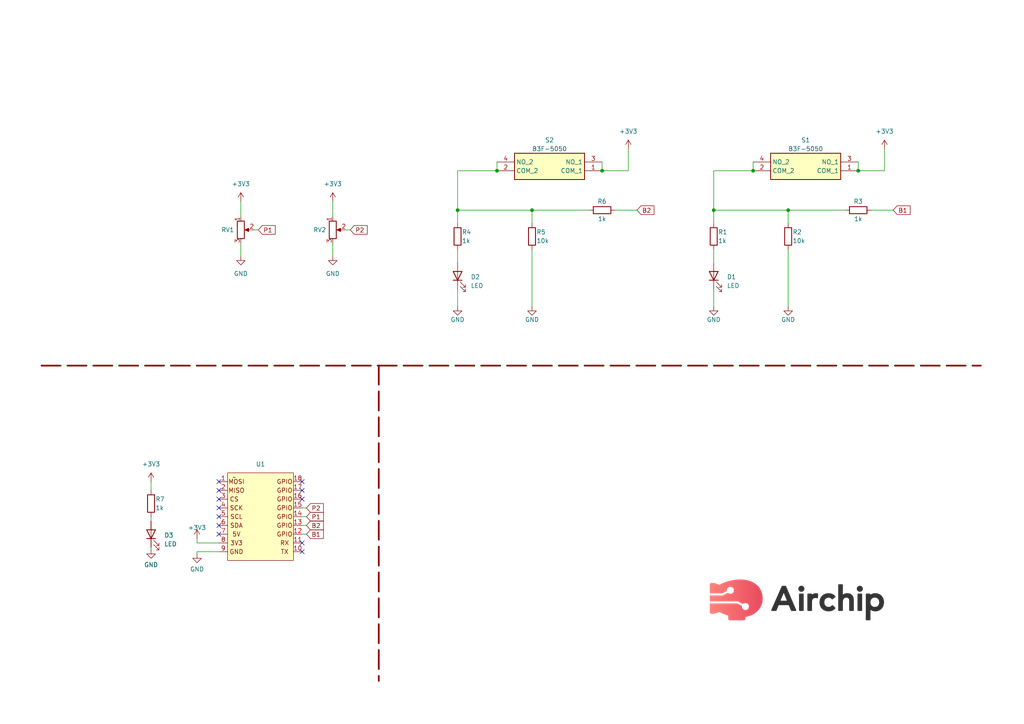
<source format=kicad_sch>
(kicad_sch
	(version 20231120)
	(generator "eeschema")
	(generator_version "8.0")
	(uuid "999aa2d3-bb5e-4a02-bf60-c8bfc7c4e930")
	(paper "A4")
	(lib_symbols
		(symbol "B3F-5050:B3F-5050"
			(exclude_from_sim no)
			(in_bom yes)
			(on_board yes)
			(property "Reference" "S"
				(at 26.67 7.62 0)
				(effects
					(font
						(size 1.27 1.27)
					)
					(justify left top)
				)
			)
			(property "Value" "B3F-5050"
				(at 26.67 5.08 0)
				(effects
					(font
						(size 1.27 1.27)
					)
					(justify left top)
				)
			)
			(property "Footprint" "B3F-4055"
				(at 26.67 -94.92 0)
				(effects
					(font
						(size 1.27 1.27)
					)
					(justify left top)
					(hide yes)
				)
			)
			(property "Datasheet" "https://omronfs.omron.com/en_US/ecb/products/pdf/en-b3f.pdf"
				(at 26.67 -194.92 0)
				(effects
					(font
						(size 1.27 1.27)
					)
					(justify left top)
					(hide yes)
				)
			)
			(property "Description" "Tactile Switches 12x12mm Lg Svc Life Ht 7.3mm"
				(at 0 0 0)
				(effects
					(font
						(size 1.27 1.27)
					)
					(hide yes)
				)
			)
			(property "Height" ""
				(at 26.67 -394.92 0)
				(effects
					(font
						(size 1.27 1.27)
					)
					(justify left top)
					(hide yes)
				)
			)
			(property "Mouser Part Number" "653-B3F-5050"
				(at 26.67 -494.92 0)
				(effects
					(font
						(size 1.27 1.27)
					)
					(justify left top)
					(hide yes)
				)
			)
			(property "Mouser Price/Stock" "https://www.mouser.co.uk/ProductDetail/Omron-Electronics/B3F-5050?qs=dOLq8QE0Pqqk%2FO9x2OpTQw%3D%3D"
				(at 26.67 -594.92 0)
				(effects
					(font
						(size 1.27 1.27)
					)
					(justify left top)
					(hide yes)
				)
			)
			(property "Manufacturer_Name" "Omron Electronics"
				(at 26.67 -694.92 0)
				(effects
					(font
						(size 1.27 1.27)
					)
					(justify left top)
					(hide yes)
				)
			)
			(property "Manufacturer_Part_Number" "B3F-5050"
				(at 26.67 -794.92 0)
				(effects
					(font
						(size 1.27 1.27)
					)
					(justify left top)
					(hide yes)
				)
			)
			(symbol "B3F-5050_1_1"
				(rectangle
					(start 5.08 2.54)
					(end 25.4 -5.08)
					(stroke
						(width 0.254)
						(type default)
					)
					(fill
						(type background)
					)
				)
				(pin passive line
					(at 30.48 -2.54 180)
					(length 5.08)
					(name "COM_1"
						(effects
							(font
								(size 1.27 1.27)
							)
						)
					)
					(number "1"
						(effects
							(font
								(size 1.27 1.27)
							)
						)
					)
				)
				(pin passive line
					(at 0 -2.54 0)
					(length 5.08)
					(name "COM_2"
						(effects
							(font
								(size 1.27 1.27)
							)
						)
					)
					(number "2"
						(effects
							(font
								(size 1.27 1.27)
							)
						)
					)
				)
				(pin passive line
					(at 30.48 0 180)
					(length 5.08)
					(name "NO_1"
						(effects
							(font
								(size 1.27 1.27)
							)
						)
					)
					(number "3"
						(effects
							(font
								(size 1.27 1.27)
							)
						)
					)
				)
				(pin passive line
					(at 0 0 0)
					(length 5.08)
					(name "NO_2"
						(effects
							(font
								(size 1.27 1.27)
							)
						)
					)
					(number "4"
						(effects
							(font
								(size 1.27 1.27)
							)
						)
					)
				)
			)
		)
		(symbol "Device:LED"
			(pin_numbers hide)
			(pin_names
				(offset 1.016) hide)
			(exclude_from_sim no)
			(in_bom yes)
			(on_board yes)
			(property "Reference" "D"
				(at 0 2.54 0)
				(effects
					(font
						(size 1.27 1.27)
					)
				)
			)
			(property "Value" "LED"
				(at 0 -2.54 0)
				(effects
					(font
						(size 1.27 1.27)
					)
				)
			)
			(property "Footprint" ""
				(at 0 0 0)
				(effects
					(font
						(size 1.27 1.27)
					)
					(hide yes)
				)
			)
			(property "Datasheet" "~"
				(at 0 0 0)
				(effects
					(font
						(size 1.27 1.27)
					)
					(hide yes)
				)
			)
			(property "Description" "Light emitting diode"
				(at 0 0 0)
				(effects
					(font
						(size 1.27 1.27)
					)
					(hide yes)
				)
			)
			(property "ki_keywords" "LED diode"
				(at 0 0 0)
				(effects
					(font
						(size 1.27 1.27)
					)
					(hide yes)
				)
			)
			(property "ki_fp_filters" "LED* LED_SMD:* LED_THT:*"
				(at 0 0 0)
				(effects
					(font
						(size 1.27 1.27)
					)
					(hide yes)
				)
			)
			(symbol "LED_0_1"
				(polyline
					(pts
						(xy -1.27 -1.27) (xy -1.27 1.27)
					)
					(stroke
						(width 0.254)
						(type default)
					)
					(fill
						(type none)
					)
				)
				(polyline
					(pts
						(xy -1.27 0) (xy 1.27 0)
					)
					(stroke
						(width 0)
						(type default)
					)
					(fill
						(type none)
					)
				)
				(polyline
					(pts
						(xy 1.27 -1.27) (xy 1.27 1.27) (xy -1.27 0) (xy 1.27 -1.27)
					)
					(stroke
						(width 0.254)
						(type default)
					)
					(fill
						(type none)
					)
				)
				(polyline
					(pts
						(xy -3.048 -0.762) (xy -4.572 -2.286) (xy -3.81 -2.286) (xy -4.572 -2.286) (xy -4.572 -1.524)
					)
					(stroke
						(width 0)
						(type default)
					)
					(fill
						(type none)
					)
				)
				(polyline
					(pts
						(xy -1.778 -0.762) (xy -3.302 -2.286) (xy -2.54 -2.286) (xy -3.302 -2.286) (xy -3.302 -1.524)
					)
					(stroke
						(width 0)
						(type default)
					)
					(fill
						(type none)
					)
				)
			)
			(symbol "LED_1_1"
				(pin passive line
					(at -3.81 0 0)
					(length 2.54)
					(name "K"
						(effects
							(font
								(size 1.27 1.27)
							)
						)
					)
					(number "1"
						(effects
							(font
								(size 1.27 1.27)
							)
						)
					)
				)
				(pin passive line
					(at 3.81 0 180)
					(length 2.54)
					(name "A"
						(effects
							(font
								(size 1.27 1.27)
							)
						)
					)
					(number "2"
						(effects
							(font
								(size 1.27 1.27)
							)
						)
					)
				)
			)
		)
		(symbol "Device:R"
			(pin_numbers hide)
			(pin_names
				(offset 0)
			)
			(exclude_from_sim no)
			(in_bom yes)
			(on_board yes)
			(property "Reference" "R"
				(at 2.032 0 90)
				(effects
					(font
						(size 1.27 1.27)
					)
				)
			)
			(property "Value" "R"
				(at 0 0 90)
				(effects
					(font
						(size 1.27 1.27)
					)
				)
			)
			(property "Footprint" ""
				(at -1.778 0 90)
				(effects
					(font
						(size 1.27 1.27)
					)
					(hide yes)
				)
			)
			(property "Datasheet" "~"
				(at 0 0 0)
				(effects
					(font
						(size 1.27 1.27)
					)
					(hide yes)
				)
			)
			(property "Description" "Resistor"
				(at 0 0 0)
				(effects
					(font
						(size 1.27 1.27)
					)
					(hide yes)
				)
			)
			(property "ki_keywords" "R res resistor"
				(at 0 0 0)
				(effects
					(font
						(size 1.27 1.27)
					)
					(hide yes)
				)
			)
			(property "ki_fp_filters" "R_*"
				(at 0 0 0)
				(effects
					(font
						(size 1.27 1.27)
					)
					(hide yes)
				)
			)
			(symbol "R_0_1"
				(rectangle
					(start -1.016 -2.54)
					(end 1.016 2.54)
					(stroke
						(width 0.254)
						(type default)
					)
					(fill
						(type none)
					)
				)
			)
			(symbol "R_1_1"
				(pin passive line
					(at 0 3.81 270)
					(length 1.27)
					(name "~"
						(effects
							(font
								(size 1.27 1.27)
							)
						)
					)
					(number "1"
						(effects
							(font
								(size 1.27 1.27)
							)
						)
					)
				)
				(pin passive line
					(at 0 -3.81 90)
					(length 1.27)
					(name "~"
						(effects
							(font
								(size 1.27 1.27)
							)
						)
					)
					(number "2"
						(effects
							(font
								(size 1.27 1.27)
							)
						)
					)
				)
			)
		)
		(symbol "Device:R_Potentiometer"
			(pin_names
				(offset 1.016) hide)
			(exclude_from_sim no)
			(in_bom yes)
			(on_board yes)
			(property "Reference" "RV"
				(at -4.445 0 90)
				(effects
					(font
						(size 1.27 1.27)
					)
				)
			)
			(property "Value" "R_Potentiometer"
				(at -2.54 0 90)
				(effects
					(font
						(size 1.27 1.27)
					)
				)
			)
			(property "Footprint" ""
				(at 0 0 0)
				(effects
					(font
						(size 1.27 1.27)
					)
					(hide yes)
				)
			)
			(property "Datasheet" "~"
				(at 0 0 0)
				(effects
					(font
						(size 1.27 1.27)
					)
					(hide yes)
				)
			)
			(property "Description" "Potentiometer"
				(at 0 0 0)
				(effects
					(font
						(size 1.27 1.27)
					)
					(hide yes)
				)
			)
			(property "ki_keywords" "resistor variable"
				(at 0 0 0)
				(effects
					(font
						(size 1.27 1.27)
					)
					(hide yes)
				)
			)
			(property "ki_fp_filters" "Potentiometer*"
				(at 0 0 0)
				(effects
					(font
						(size 1.27 1.27)
					)
					(hide yes)
				)
			)
			(symbol "R_Potentiometer_0_1"
				(polyline
					(pts
						(xy 2.54 0) (xy 1.524 0)
					)
					(stroke
						(width 0)
						(type default)
					)
					(fill
						(type none)
					)
				)
				(polyline
					(pts
						(xy 1.143 0) (xy 2.286 0.508) (xy 2.286 -0.508) (xy 1.143 0)
					)
					(stroke
						(width 0)
						(type default)
					)
					(fill
						(type outline)
					)
				)
				(rectangle
					(start 1.016 2.54)
					(end -1.016 -2.54)
					(stroke
						(width 0.254)
						(type default)
					)
					(fill
						(type none)
					)
				)
			)
			(symbol "R_Potentiometer_1_1"
				(pin passive line
					(at 0 3.81 270)
					(length 1.27)
					(name "1"
						(effects
							(font
								(size 1.27 1.27)
							)
						)
					)
					(number "1"
						(effects
							(font
								(size 1.27 1.27)
							)
						)
					)
				)
				(pin passive line
					(at 3.81 0 180)
					(length 1.27)
					(name "2"
						(effects
							(font
								(size 1.27 1.27)
							)
						)
					)
					(number "2"
						(effects
							(font
								(size 1.27 1.27)
							)
						)
					)
				)
				(pin passive line
					(at 0 -3.81 90)
					(length 1.27)
					(name "3"
						(effects
							(font
								(size 1.27 1.27)
							)
						)
					)
					(number "3"
						(effects
							(font
								(size 1.27 1.27)
							)
						)
					)
				)
			)
		)
		(symbol "moduler_pin:air"
			(exclude_from_sim no)
			(in_bom yes)
			(on_board yes)
			(property "Reference" "U"
				(at 7.62 2.54 0)
				(effects
					(font
						(size 1.27 1.27)
					)
				)
			)
			(property "Value" ""
				(at 0 0 0)
				(effects
					(font
						(size 1.27 1.27)
					)
				)
			)
			(property "Footprint" ""
				(at 0 0 0)
				(effects
					(font
						(size 1.27 1.27)
					)
					(hide yes)
				)
			)
			(property "Datasheet" ""
				(at 0 0 0)
				(effects
					(font
						(size 1.27 1.27)
					)
					(hide yes)
				)
			)
			(property "Description" ""
				(at 0 0 0)
				(effects
					(font
						(size 1.27 1.27)
					)
					(hide yes)
				)
			)
			(symbol "air_1_1"
				(rectangle
					(start -1.905 1.27)
					(end 17.145 -24.13)
					(stroke
						(width 0)
						(type default)
					)
					(fill
						(type background)
					)
				)
				(text "3V3"
					(at 0.635 -19.05 0)
					(effects
						(font
							(size 1.27 1.27)
						)
					)
				)
				(text "5V"
					(at 0.635 -16.51 0)
					(effects
						(font
							(size 1.27 1.27)
						)
					)
				)
				(text "CS"
					(at 0 -6.35 0)
					(effects
						(font
							(size 1.27 1.27)
						)
					)
				)
				(text "GND"
					(at 0.635 -21.59 0)
					(effects
						(font
							(size 1.27 1.27)
						)
					)
				)
				(text "GPIO"
					(at 14.605 -16.51 0)
					(effects
						(font
							(size 1.27 1.27)
						)
					)
				)
				(text "GPIO"
					(at 14.605 -13.97 0)
					(effects
						(font
							(size 1.27 1.27)
						)
					)
				)
				(text "GPIO"
					(at 14.605 -11.43 0)
					(effects
						(font
							(size 1.27 1.27)
						)
					)
				)
				(text "GPIO"
					(at 14.605 -8.89 0)
					(effects
						(font
							(size 1.27 1.27)
						)
					)
				)
				(text "GPIO"
					(at 14.605 -6.35 0)
					(effects
						(font
							(size 1.27 1.27)
						)
					)
				)
				(text "GPIO"
					(at 14.605 -3.81 0)
					(effects
						(font
							(size 1.27 1.27)
						)
					)
				)
				(text "GPIO"
					(at 14.605 -1.27 0)
					(effects
						(font
							(size 1.27 1.27)
						)
					)
				)
				(text "MISO"
					(at 0.635 -3.81 0)
					(effects
						(font
							(size 1.27 1.27)
						)
					)
				)
				(text "MOSI"
					(at 0.635 -1.27 0)
					(effects
						(font
							(size 1.27 1.27)
						)
					)
				)
				(text "RX"
					(at 14.605 -19.05 0)
					(effects
						(font
							(size 1.27 1.27)
						)
					)
				)
				(text "SCK"
					(at 0.635 -8.89 0)
					(effects
						(font
							(size 1.27 1.27)
						)
					)
				)
				(text "SCL"
					(at 0.635 -11.43 0)
					(effects
						(font
							(size 1.27 1.27)
						)
					)
				)
				(text "SDA"
					(at 0.635 -13.97 0)
					(effects
						(font
							(size 1.27 1.27)
						)
					)
				)
				(text "TX"
					(at 14.605 -21.59 0)
					(effects
						(font
							(size 1.27 1.27)
						)
					)
				)
				(pin input line
					(at -4.445 -1.27 0)
					(length 2.54)
					(name ""
						(effects
							(font
								(size 1.27 1.27)
							)
						)
					)
					(number "1"
						(effects
							(font
								(size 1.27 1.27)
							)
						)
					)
				)
				(pin input line
					(at 19.685 -21.59 180)
					(length 2.54)
					(name ""
						(effects
							(font
								(size 1.27 1.27)
							)
						)
					)
					(number "10"
						(effects
							(font
								(size 1.27 1.27)
							)
						)
					)
				)
				(pin input line
					(at 19.685 -19.05 180)
					(length 2.54)
					(name ""
						(effects
							(font
								(size 1.27 1.27)
							)
						)
					)
					(number "11"
						(effects
							(font
								(size 1.27 1.27)
							)
						)
					)
				)
				(pin input line
					(at 19.685 -16.51 180)
					(length 2.54)
					(name ""
						(effects
							(font
								(size 1.27 1.27)
							)
						)
					)
					(number "12"
						(effects
							(font
								(size 1.27 1.27)
							)
						)
					)
				)
				(pin input line
					(at 19.685 -13.97 180)
					(length 2.54)
					(name ""
						(effects
							(font
								(size 1.27 1.27)
							)
						)
					)
					(number "13"
						(effects
							(font
								(size 1.27 1.27)
							)
						)
					)
				)
				(pin input line
					(at 19.685 -11.43 180)
					(length 2.54)
					(name ""
						(effects
							(font
								(size 1.27 1.27)
							)
						)
					)
					(number "14"
						(effects
							(font
								(size 1.27 1.27)
							)
						)
					)
				)
				(pin input line
					(at 19.685 -8.89 180)
					(length 2.54)
					(name ""
						(effects
							(font
								(size 1.27 1.27)
							)
						)
					)
					(number "15"
						(effects
							(font
								(size 1.27 1.27)
							)
						)
					)
				)
				(pin input line
					(at 19.685 -6.35 180)
					(length 2.54)
					(name ""
						(effects
							(font
								(size 1.27 1.27)
							)
						)
					)
					(number "16"
						(effects
							(font
								(size 1.27 1.27)
							)
						)
					)
				)
				(pin input line
					(at 19.685 -3.81 180)
					(length 2.54)
					(name ""
						(effects
							(font
								(size 1.27 1.27)
							)
						)
					)
					(number "17"
						(effects
							(font
								(size 1.27 1.27)
							)
						)
					)
				)
				(pin input line
					(at 19.685 -1.27 180)
					(length 2.54)
					(name ""
						(effects
							(font
								(size 1.27 1.27)
							)
						)
					)
					(number "18"
						(effects
							(font
								(size 1.27 1.27)
							)
						)
					)
				)
				(pin input line
					(at -4.445 -3.81 0)
					(length 2.54)
					(name ""
						(effects
							(font
								(size 1.27 1.27)
							)
						)
					)
					(number "2"
						(effects
							(font
								(size 1.27 1.27)
							)
						)
					)
				)
				(pin input line
					(at -4.445 -6.35 0)
					(length 2.54)
					(name ""
						(effects
							(font
								(size 1.27 1.27)
							)
						)
					)
					(number "3"
						(effects
							(font
								(size 1.27 1.27)
							)
						)
					)
				)
				(pin input line
					(at -4.445 -8.89 0)
					(length 2.54)
					(name ""
						(effects
							(font
								(size 1.27 1.27)
							)
						)
					)
					(number "4"
						(effects
							(font
								(size 1.27 1.27)
							)
						)
					)
				)
				(pin input line
					(at -4.445 -11.43 0)
					(length 2.54)
					(name ""
						(effects
							(font
								(size 1.27 1.27)
							)
						)
					)
					(number "5"
						(effects
							(font
								(size 1.27 1.27)
							)
						)
					)
				)
				(pin input line
					(at -4.445 -13.97 0)
					(length 2.54)
					(name ""
						(effects
							(font
								(size 1.27 1.27)
							)
						)
					)
					(number "6"
						(effects
							(font
								(size 1.27 1.27)
							)
						)
					)
				)
				(pin input line
					(at -4.445 -16.51 0)
					(length 2.54)
					(name ""
						(effects
							(font
								(size 1.27 1.27)
							)
						)
					)
					(number "7"
						(effects
							(font
								(size 1.27 1.27)
							)
						)
					)
				)
				(pin input line
					(at -4.445 -19.05 0)
					(length 2.54)
					(name ""
						(effects
							(font
								(size 1.27 1.27)
							)
						)
					)
					(number "8"
						(effects
							(font
								(size 1.27 1.27)
							)
						)
					)
				)
				(pin input line
					(at -4.445 -21.59 0)
					(length 2.54)
					(name ""
						(effects
							(font
								(size 1.27 1.27)
							)
						)
					)
					(number "9"
						(effects
							(font
								(size 1.27 1.27)
							)
						)
					)
				)
			)
		)
		(symbol "power:+3V3"
			(power)
			(pin_names
				(offset 0)
			)
			(exclude_from_sim no)
			(in_bom yes)
			(on_board yes)
			(property "Reference" "#PWR"
				(at 0 -3.81 0)
				(effects
					(font
						(size 1.27 1.27)
					)
					(hide yes)
				)
			)
			(property "Value" "+3V3"
				(at 0 3.556 0)
				(effects
					(font
						(size 1.27 1.27)
					)
				)
			)
			(property "Footprint" ""
				(at 0 0 0)
				(effects
					(font
						(size 1.27 1.27)
					)
					(hide yes)
				)
			)
			(property "Datasheet" ""
				(at 0 0 0)
				(effects
					(font
						(size 1.27 1.27)
					)
					(hide yes)
				)
			)
			(property "Description" "Power symbol creates a global label with name \"+3V3\""
				(at 0 0 0)
				(effects
					(font
						(size 1.27 1.27)
					)
					(hide yes)
				)
			)
			(property "ki_keywords" "global power"
				(at 0 0 0)
				(effects
					(font
						(size 1.27 1.27)
					)
					(hide yes)
				)
			)
			(symbol "+3V3_0_1"
				(polyline
					(pts
						(xy -0.762 1.27) (xy 0 2.54)
					)
					(stroke
						(width 0)
						(type default)
					)
					(fill
						(type none)
					)
				)
				(polyline
					(pts
						(xy 0 0) (xy 0 2.54)
					)
					(stroke
						(width 0)
						(type default)
					)
					(fill
						(type none)
					)
				)
				(polyline
					(pts
						(xy 0 2.54) (xy 0.762 1.27)
					)
					(stroke
						(width 0)
						(type default)
					)
					(fill
						(type none)
					)
				)
			)
			(symbol "+3V3_1_1"
				(pin power_in line
					(at 0 0 90)
					(length 0) hide
					(name "+3V3"
						(effects
							(font
								(size 1.27 1.27)
							)
						)
					)
					(number "1"
						(effects
							(font
								(size 1.27 1.27)
							)
						)
					)
				)
			)
		)
		(symbol "power:GND"
			(power)
			(pin_names
				(offset 0)
			)
			(exclude_from_sim no)
			(in_bom yes)
			(on_board yes)
			(property "Reference" "#PWR"
				(at 0 -6.35 0)
				(effects
					(font
						(size 1.27 1.27)
					)
					(hide yes)
				)
			)
			(property "Value" "GND"
				(at 0 -3.81 0)
				(effects
					(font
						(size 1.27 1.27)
					)
				)
			)
			(property "Footprint" ""
				(at 0 0 0)
				(effects
					(font
						(size 1.27 1.27)
					)
					(hide yes)
				)
			)
			(property "Datasheet" ""
				(at 0 0 0)
				(effects
					(font
						(size 1.27 1.27)
					)
					(hide yes)
				)
			)
			(property "Description" "Power symbol creates a global label with name \"GND\" , ground"
				(at 0 0 0)
				(effects
					(font
						(size 1.27 1.27)
					)
					(hide yes)
				)
			)
			(property "ki_keywords" "global power"
				(at 0 0 0)
				(effects
					(font
						(size 1.27 1.27)
					)
					(hide yes)
				)
			)
			(symbol "GND_0_1"
				(polyline
					(pts
						(xy 0 0) (xy 0 -1.27) (xy 1.27 -1.27) (xy 0 -2.54) (xy -1.27 -1.27) (xy 0 -1.27)
					)
					(stroke
						(width 0)
						(type default)
					)
					(fill
						(type none)
					)
				)
			)
			(symbol "GND_1_1"
				(pin power_in line
					(at 0 0 270)
					(length 0) hide
					(name "GND"
						(effects
							(font
								(size 1.27 1.27)
							)
						)
					)
					(number "1"
						(effects
							(font
								(size 1.27 1.27)
							)
						)
					)
				)
			)
		)
	)
	(junction
		(at 218.44 49.53)
		(diameter 0)
		(color 0 0 0 0)
		(uuid "316e0fca-e9e8-4da5-bb7f-c517b6c83b9e")
	)
	(junction
		(at 174.625 49.53)
		(diameter 0)
		(color 0 0 0 0)
		(uuid "37a9c55e-69ff-4481-b64c-d87f8a5dfc5c")
	)
	(junction
		(at 248.92 49.53)
		(diameter 0)
		(color 0 0 0 0)
		(uuid "6e48769c-996e-4dde-9eb8-a97627becfb0")
	)
	(junction
		(at 154.305 60.96)
		(diameter 0)
		(color 0 0 0 0)
		(uuid "76485d5b-7e80-43bf-8464-c7f23557673d")
	)
	(junction
		(at 207.01 60.96)
		(diameter 0)
		(color 0 0 0 0)
		(uuid "887dd5bb-dc71-4b41-b3ea-3c4915781370")
	)
	(junction
		(at 132.715 60.96)
		(diameter 0)
		(color 0 0 0 0)
		(uuid "d69099d6-6200-4d53-90f5-df290273f650")
	)
	(junction
		(at 144.145 49.53)
		(diameter 0)
		(color 0 0 0 0)
		(uuid "da66cda0-9f75-442f-9006-c7e44bd60556")
	)
	(junction
		(at 228.6 60.96)
		(diameter 0)
		(color 0 0 0 0)
		(uuid "e0f33de3-3536-4dc0-9ad2-0fc6dc3c5daf")
	)
	(no_connect
		(at 63.5 154.94)
		(uuid "161869d8-0da6-4501-a084-8877aa320a12")
	)
	(no_connect
		(at 63.5 139.7)
		(uuid "37d61dc8-0c7f-4424-8645-01e09af201cc")
	)
	(no_connect
		(at 87.63 142.24)
		(uuid "46d44214-89a8-4cbb-abd0-187e4a4f0168")
	)
	(no_connect
		(at 87.63 144.78)
		(uuid "63f71dc7-f88f-4297-a312-2f0975fdd329")
	)
	(no_connect
		(at 63.5 152.4)
		(uuid "6b11d3c9-83ce-47c5-951b-ad28c3a1d020")
	)
	(no_connect
		(at 87.63 160.02)
		(uuid "7e820521-6486-4e1c-8534-cf3c6333b839")
	)
	(no_connect
		(at 63.5 149.86)
		(uuid "89f819bb-2faa-4d02-887a-25f62b6836ee")
	)
	(no_connect
		(at 87.63 157.48)
		(uuid "918f5a32-a091-4dde-a1b7-d0c5d579c6ba")
	)
	(no_connect
		(at 63.5 142.24)
		(uuid "b72af885-0429-455e-aa54-47263f208d22")
	)
	(no_connect
		(at 63.5 144.78)
		(uuid "c369b131-e18a-41c9-b00e-d6c98d4a7744")
	)
	(no_connect
		(at 87.63 139.7)
		(uuid "cfe3d864-8e84-47e3-bda2-e07d7e91f4ac")
	)
	(no_connect
		(at 63.5 147.32)
		(uuid "ffa090a6-b81a-448c-8209-2756acd30ed1")
	)
	(wire
		(pts
			(xy 69.85 58.42) (xy 69.85 62.865)
		)
		(stroke
			(width 0)
			(type default)
		)
		(uuid "038ffde8-186d-4cfa-a5fa-044a5c77ce88")
	)
	(polyline
		(pts
			(xy 12.065 106.045) (xy 284.48 106.045)
		)
		(stroke
			(width 0.5)
			(type dash)
			(color 132 0 0 1)
		)
		(uuid "106e3dde-6ef7-4b39-87e2-fb34d07d8f42")
	)
	(wire
		(pts
			(xy 132.715 60.96) (xy 132.715 64.77)
		)
		(stroke
			(width 0)
			(type default)
		)
		(uuid "10f4d343-a84e-456e-97ee-a5c150785a69")
	)
	(wire
		(pts
			(xy 218.44 49.53) (xy 218.44 46.99)
		)
		(stroke
			(width 0)
			(type default)
		)
		(uuid "18a6613a-a828-4d9d-9a8c-e88c60ee0086")
	)
	(wire
		(pts
			(xy 207.01 49.53) (xy 207.01 60.96)
		)
		(stroke
			(width 0)
			(type default)
		)
		(uuid "1d3e42bb-e734-44e4-9c1d-b382fbefa299")
	)
	(wire
		(pts
			(xy 69.85 70.485) (xy 69.85 74.295)
		)
		(stroke
			(width 0)
			(type default)
		)
		(uuid "1ffa9e93-35aa-4973-9aef-dbba1365481d")
	)
	(wire
		(pts
			(xy 228.6 72.39) (xy 228.6 88.9)
		)
		(stroke
			(width 0)
			(type default)
		)
		(uuid "232952da-e8d0-478c-a850-5ccacb1ef54f")
	)
	(wire
		(pts
			(xy 88.9 149.86) (xy 87.63 149.86)
		)
		(stroke
			(width 0)
			(type default)
		)
		(uuid "3d7c458b-7b6c-4c10-b096-f62d648e6487")
	)
	(wire
		(pts
			(xy 182.245 49.53) (xy 174.625 49.53)
		)
		(stroke
			(width 0)
			(type default)
		)
		(uuid "40c2ed78-0de1-45a1-a54f-decb2e460fdb")
	)
	(wire
		(pts
			(xy 256.54 43.18) (xy 256.54 49.53)
		)
		(stroke
			(width 0)
			(type default)
		)
		(uuid "41fa9dd4-9cb3-4ba2-9475-5d33c3c9e9a2")
	)
	(wire
		(pts
			(xy 207.01 83.82) (xy 207.01 88.9)
		)
		(stroke
			(width 0)
			(type default)
		)
		(uuid "45b2b6fb-dd63-4677-896f-98c7d1d4ad25")
	)
	(wire
		(pts
			(xy 207.01 60.96) (xy 207.01 64.77)
		)
		(stroke
			(width 0)
			(type default)
		)
		(uuid "473b8282-d5db-4103-911d-37c04ef11c04")
	)
	(wire
		(pts
			(xy 132.715 60.96) (xy 154.305 60.96)
		)
		(stroke
			(width 0)
			(type default)
		)
		(uuid "482e5133-eab4-45de-9b1a-c65c4e942dcb")
	)
	(wire
		(pts
			(xy 154.305 64.77) (xy 154.305 60.96)
		)
		(stroke
			(width 0)
			(type default)
		)
		(uuid "4830dfef-6322-4ac5-afee-200ad54e17a9")
	)
	(wire
		(pts
			(xy 144.145 49.53) (xy 144.145 46.99)
		)
		(stroke
			(width 0)
			(type default)
		)
		(uuid "61489131-7877-4901-aed0-62a13a0489eb")
	)
	(wire
		(pts
			(xy 101.6 66.675) (xy 100.33 66.675)
		)
		(stroke
			(width 0)
			(type default)
		)
		(uuid "630d5cb5-8492-4ca0-a1e6-484b137bb81a")
	)
	(wire
		(pts
			(xy 178.435 60.96) (xy 184.785 60.96)
		)
		(stroke
			(width 0)
			(type default)
		)
		(uuid "68df7d7f-1125-4afd-bd3f-926bbc131364")
	)
	(wire
		(pts
			(xy 228.6 64.77) (xy 228.6 60.96)
		)
		(stroke
			(width 0)
			(type default)
		)
		(uuid "6cdd9671-22de-4e9f-9ea0-588d73fe9999")
	)
	(wire
		(pts
			(xy 218.44 49.53) (xy 207.01 49.53)
		)
		(stroke
			(width 0)
			(type default)
		)
		(uuid "6ded34f5-9fe5-4d73-a822-f984956e9b9f")
	)
	(wire
		(pts
			(xy 144.145 49.53) (xy 132.715 49.53)
		)
		(stroke
			(width 0)
			(type default)
		)
		(uuid "7614bae0-b521-41fd-9d29-ab321007d4db")
	)
	(wire
		(pts
			(xy 74.93 66.675) (xy 73.66 66.675)
		)
		(stroke
			(width 0)
			(type default)
		)
		(uuid "77e037a2-2007-4128-a979-afbe18b5fb2b")
	)
	(wire
		(pts
			(xy 154.305 72.39) (xy 154.305 88.9)
		)
		(stroke
			(width 0)
			(type default)
		)
		(uuid "791c0dba-117e-4aa3-a5fc-c1548cf9f4b1")
	)
	(wire
		(pts
			(xy 248.92 46.99) (xy 248.92 49.53)
		)
		(stroke
			(width 0)
			(type default)
		)
		(uuid "87f7d3e3-30aa-47f9-8b7d-b67a24222b26")
	)
	(wire
		(pts
			(xy 132.715 83.82) (xy 132.715 88.9)
		)
		(stroke
			(width 0)
			(type default)
		)
		(uuid "88475d42-6b32-47c4-a778-072df12c5fe7")
	)
	(wire
		(pts
			(xy 207.01 72.39) (xy 207.01 76.2)
		)
		(stroke
			(width 0)
			(type default)
		)
		(uuid "8a67dc1c-5671-4d9b-a1ec-ff6e56edd161")
	)
	(wire
		(pts
			(xy 88.9 147.32) (xy 87.63 147.32)
		)
		(stroke
			(width 0)
			(type default)
		)
		(uuid "95a8ac21-e519-4d72-9119-0c266ff1f179")
	)
	(wire
		(pts
			(xy 43.815 149.86) (xy 43.815 151.13)
		)
		(stroke
			(width 0)
			(type default)
		)
		(uuid "97c4130d-14a9-4f62-a5e3-95b916361952")
	)
	(wire
		(pts
			(xy 252.73 60.96) (xy 259.08 60.96)
		)
		(stroke
			(width 0)
			(type default)
		)
		(uuid "9842cf65-f063-41bc-8e99-2f444333c33d")
	)
	(wire
		(pts
			(xy 96.52 70.485) (xy 96.52 74.295)
		)
		(stroke
			(width 0)
			(type default)
		)
		(uuid "9cdd9942-effb-40c1-b43c-9fe532ddf477")
	)
	(wire
		(pts
			(xy 182.245 43.18) (xy 182.245 49.53)
		)
		(stroke
			(width 0)
			(type default)
		)
		(uuid "a224285f-4070-4785-a499-7a6dc6991de6")
	)
	(wire
		(pts
			(xy 154.305 60.96) (xy 170.815 60.96)
		)
		(stroke
			(width 0)
			(type default)
		)
		(uuid "a3ebc133-3a5b-422b-9b8f-edf17d805378")
	)
	(wire
		(pts
			(xy 256.54 49.53) (xy 248.92 49.53)
		)
		(stroke
			(width 0)
			(type default)
		)
		(uuid "b9684dfa-d6bb-419c-9031-1b925bccf1d6")
	)
	(wire
		(pts
			(xy 43.815 142.24) (xy 43.815 139.7)
		)
		(stroke
			(width 0)
			(type default)
		)
		(uuid "c70280fe-895a-4480-8488-1a407c905b3a")
	)
	(wire
		(pts
			(xy 132.715 49.53) (xy 132.715 60.96)
		)
		(stroke
			(width 0)
			(type default)
		)
		(uuid "c81e1d12-6b33-43fe-8e49-95f92316f095")
	)
	(wire
		(pts
			(xy 174.625 46.99) (xy 174.625 49.53)
		)
		(stroke
			(width 0)
			(type default)
		)
		(uuid "ca9453d1-0288-4943-af4a-41b1ec961788")
	)
	(polyline
		(pts
			(xy 109.855 106.045) (xy 109.855 197.485)
		)
		(stroke
			(width 0.5)
			(type dash)
			(color 132 0 0 1)
		)
		(uuid "cd042899-f05e-428a-b4e4-7f168f64d190")
	)
	(wire
		(pts
			(xy 88.9 152.4) (xy 87.63 152.4)
		)
		(stroke
			(width 0)
			(type default)
		)
		(uuid "d0a8ff2e-2db2-43d0-b353-63bf3d08da25")
	)
	(wire
		(pts
			(xy 96.52 58.42) (xy 96.52 62.865)
		)
		(stroke
			(width 0)
			(type default)
		)
		(uuid "d1723b81-ddda-4e07-8954-cad5855a5e11")
	)
	(wire
		(pts
			(xy 88.9 154.94) (xy 87.63 154.94)
		)
		(stroke
			(width 0)
			(type default)
		)
		(uuid "d57d5946-c271-46e0-ad33-c17b7f2e6184")
	)
	(wire
		(pts
			(xy 63.5 157.48) (xy 57.15 157.48)
		)
		(stroke
			(width 0)
			(type default)
		)
		(uuid "d8097311-8caf-4b44-a455-931c855816c5")
	)
	(wire
		(pts
			(xy 57.15 160.02) (xy 63.5 160.02)
		)
		(stroke
			(width 0)
			(type default)
		)
		(uuid "e1b8893b-ac80-4e35-b300-dae5cd720274")
	)
	(wire
		(pts
			(xy 57.15 157.48) (xy 57.15 156.21)
		)
		(stroke
			(width 0)
			(type default)
		)
		(uuid "e6f21e59-d5dd-4823-85ad-bbda30fff35f")
	)
	(wire
		(pts
			(xy 228.6 60.96) (xy 245.11 60.96)
		)
		(stroke
			(width 0)
			(type default)
		)
		(uuid "ebd41843-8f5c-4c97-b626-3ed18da3f2c1")
	)
	(wire
		(pts
			(xy 43.815 159.385) (xy 43.815 158.75)
		)
		(stroke
			(width 0)
			(type default)
		)
		(uuid "ebe33c56-1ac2-4279-9cb0-ad2c722c2399")
	)
	(wire
		(pts
			(xy 207.01 60.96) (xy 228.6 60.96)
		)
		(stroke
			(width 0)
			(type default)
		)
		(uuid "ef495ee0-3ec1-4acc-8756-bbc5c909b0c0")
	)
	(wire
		(pts
			(xy 132.715 72.39) (xy 132.715 76.2)
		)
		(stroke
			(width 0)
			(type default)
		)
		(uuid "f0bc5bc4-ca58-48ea-889d-7c06993493cf")
	)
	(wire
		(pts
			(xy 57.15 160.02) (xy 57.15 160.655)
		)
		(stroke
			(width 0)
			(type default)
		)
		(uuid "fb8aaaeb-c438-49f2-bd4d-d9f923f0586f")
	)
	(image
		(at 231.14 173.99)
		(scale 0.298348)
		(uuid "95c0ef6a-5697-4772-8d2c-1516066e3328")
		(data "iVBORw0KGgoAAAANSUhEUgAAB9AAAAHVCAYAAACpJWDwAAAABHNCSVQICAgIfAhkiAAAIABJREFU"
			"eJzs3XeYnGW9//F3SEKyCS0hARUVBCSKYvuiqKiAokRasKAeRUn4WSghFUTNsYAiICGNA6gQEBso"
			"TfEg6hFE8KjouRFsIAgiiEJCEwhJKJnfH88sKdtmdmfmnvJ+XddcuzzPPfd8dpjMzj6fpwxDkjrQ"
			"ox+ZPhzYnBKbA5sDW5S/dt82BbqATSkxFugqwSbl5SOBzYqZSpsAI4CNgTHFIjYFNuo3QKnXpSuB"
			"J8oDHgWeLsHjwBOUeILi+5XACuAx4N/l77tvD5eXPUiJh4AHgYc2P//MFZU+L5IkSZIkSZIkSZ1s"
			"WO4AklQLj3706E2BZ1NiIvAcYCKw5Tpft4TS+PL3W1GU4X0V2esrrfel95UDLKp+TGn9YZXM2ff8"
			"TwIPQel+4F5gObAMuJcS3cvuA+4G7tv862c9XeWjSZIkSZIkSZIktQULdElN7bGPHb0J8FxKbAPP"
			"3J4LbFOCZwFbU3wdDQxQNA+t7G7hAr3vhT0XPV0qCvV/lG/3UBTrdwJ3UOLOLb5x1oNVppEkSZIk"
			"SZIkSWoJFuiSsnnsYzOGUZTf2wLbQWnb8vfdt+fRfar0SntqC/R+xleWtYKn8BHgb8CdULoduLV8"
			"u22Lb3z5H1XllCRJkiRJkiRJaiIW6JLq6rHDZ4wCdijftn/m+xI7AC+guHZ4WT/VrQV6depboPe3"
			"YAUlbgP+AtwC/An4I3DbFt/88lP9TS1JkiRJkiRJkpSbBbqkIVtxxIzhJXg+8CJgJ0pMAiYBO1Gc"
			"br2nattvC/Tq5CvQ+5rgSYpC/Q/An4GbgN9t8c0v39Pfw0mSJEmSJEmSJDWSBbqkiq04YubGFCX5"
			"zlDaGXgp8EJgp9K6R5IPukC2QN9wQBsV6H1ZTokbgN+VKL4Ct4/71per/YklSZIkSZIkSZKGzAJd"
			"Ug8rjpw5HNgReDnwUkq8FNi5vGx4MWr9frPU53/0wQK9ogEdUKD39vw+BKXfAL8Grgd+M+5bX3mg"
			"ylklSZIkSZIkSZKqZoEudbgVR84cR1GUvxx4WfnrzkDXM4MqKGMt0Ac350ADOrRA722S2yhxPfAL"
			"4FrglnHf/opHqUuSJEmSJEmSpJqyQJc6yIqjZj4LCOAVQFBiV+B5A97RAr2foRbo1U3Q95wDFOgb"
			"Lrof+F/gOopC/Xfjvv2Vp6p8ZEmSJEmSJEmSpPVYoEttasVRs7YCXg2l3Vhbmj9nvUGVFp0W6P0M"
			"tUCvboK+56yyQN/QI8DPgauAqyjxp3EXeIS6JEmSJEmSJEmqjgW61AYenz5rLMUR5bsBrwZeU4Jt"
			"i7XVldKVj7NAr8WcAw2wQB/kvCXuo7tMhx+Nu+Ar/6wylSRJkiRJkiRJ6kAW6FILenz6rB2B1wOv"
			"A3YHXgJstG7BWOrlux4s0C3Q27dA39BNULoCuBL41bgLvvp0FbNJkiRJkiRJkqQOYYEuNbnHp88a"
			"TXFUeXdh/npgYq+DLdAt0Psd39EF+roLHwZ+AlxeKnHF+Au/+nAVM0uSJEmSJEmSpDZmgS41mceP"
			"nrUZRUn+Jkq8CdgVGFXRnS3QLdD7HW+B3mNJiacorp3+PeD74y/86t1VPIokSZIkSZIkSWozFuhS"
			"Zo8fPXs88CZgTyi9AXglsBEwpNLUAn0ok/Q+xgK9t5UtX6BvKAEXAxeNv/Crt1fxiJIkSZIkSZIk"
			"qQ1YoEsN9viM2ZsDb6TEXsBbgJfxzL/FDdo8C/R+V1mgVzu/BXqPJf3PeQNwEXDB+Au/+vcqHl2S"
			"JEmSJEmSJLUoC3SpzlbOmD26BG+kKMv3ojgl+0YVFXwW6P2uskCvdn4L9B5LKp/zeuACSlww/jtf"
			"XVZFEkmSJEmSJEmS1EIs0KUaWzlj9jCKo8rfVr69oQSjewy0QK8ukAV6dSzQK1pYRYHePcVTwP8A"
			"3wC+N/47X11Z5QySJEmSJEmSJKmJWaBLNbBy5uxnUWIfisL8rcDEdddXXvRaoFcz3gK92vkt0Hss"
			"Gdrz+ihwMZTOG/+ds6+rciZJkiRJkiRJktSELNClQVg5c/Zw4HXAZGBf4JVV99QW6NUFskCvjgV6"
			"RQuHWKCvu/BW4Bzg/PHfOdtTvEuSJEmSJEmS1KIs0KUKrZw5ZyLw9uJWmgxssd4AC/Tq5rVAr2iA"
			"Bfog5218gd7tKeByYCnwo/HfOXtNlY8gSZIkSZIkSZIyskCX+rFy1pyXAAdS4gDgtTzzb6a6cs8C"
			"fXBzDrTKAr3a+S3Qeyyp1/NauIMSZwHnjv/u2Q9W+UiSJEmSJEmSJCkDC3RpHStnzRkJvAk4AJgC"
			"bAcMuTS0QB/cnAOtskCvdn4L9B5L6lugd69aBVwInDH+u2f/X5WPKEmSJEmSJEmSGsgCXR1v5aw5"
			"YyhOzX4QRXG+eY9BFugDLrRAH9ycAw2wQB/kvM1VoK/r1yVYAFy25XfPfqrKR5ckSZIkSZIkSXVm"
			"ga6OtHLWnPHAfsA7gcnA6H7vYIE+4EIL9MHNOdAAC/RBztu8BXr3or8Di4ClW3737EerTCFJkiRJ"
			"kiRJkurEAl0dY+XsOVtRFObvosSewIiK72yBPuBCC/TBzTnQAAv0Qc7b/AV6t0cocTawaMuLzv5H"
			"lWkkSZIkSZIkSVKNWaCrra2aPXc8lN4BHFyCvYHhQA3KSAt0C/TazDnQAAv0Qc7bOgV694IngfOB"
			"U7a86Oy/VplKkiRJkiRJkiTViAW62k5RmvMO4GDgLVAaAYMoePsdb4FugV6bOQcaYIE+yHlbr0Dv"
			"tga4CEonbXnROTdVF06SJEmSJEmSJA2VBbrawqo5c7uAAynxfoprmm+8du0GRWSP/6iABfqACy3Q"
			"BzfnQAMs0Ac5b+sW6Osu/D5w/JYXnfO7irJJkiRJkiRJkqQhs0BXy1o1Z+4IitOyf4DiiPOx/ZVb"
			"FuiVZqh0nAV6LeYcaIAF+iDnbY8CvZtFuiRJkiRJkiRJDWKBrpazas7cXYEPAe8DJq630gK9l28t"
			"0KufpPcxFui9rbRAb0CB3u0y4D+3vOicP/f9gJIkSZIkSZIkaSgs0NUSVs2Zuw3FkeaHAjv3OdAC"
			"vZdvLdCrn6T3MRbova20QG9ggV6sKPFN4DNbXnzOnX0/sCRJkiRJkiRJGgwLdDWtVXPnjqHEQRSl"
			"+d7ARgPeyQK9l28t0KufpPcxFui9rbRAb3CB3r3qSeAM4MQtLz7n/r4HS5IkSZIkSZKkaligq+ms"
			"mjs3gP8HvJ8Sm1d1Zwv0Xr61QK9+kt7HWKD3ttICPVOB3u0R4FRgwZYXn/N433eSJEmSJEmSJEmV"
			"sEBXU1g195hxUDqEojh/+TMralhuWaBXmqHScRbotZhzoAEW6IOct3MK9G73AMcB397y4nOq/akk"
			"SZIkSZIkSVKZBbqyWTX3mGHAHsBHgXdCaVSPQRbo1bFAt0Dvd7wFeo8l7VOgd7semLXlxef8ut9R"
			"kiRJkiRJkiSpVxboarjVxxwzHvhQqcTHgBetXVO7Iq63hRbolWaodJwFei3mHGiABfog5+3cAr3b"
			"tynx8S0vOeeeikZLkiRJkiRJkiTAAl0NtPqYY14LHA68B+jqWVxZoFugW6BvOMACfZDzWqBDiceA"
			"40uwaMIl5zxV4b0kSZIkSZIkSepoQyrQ1xz/qS1KJV4KTAK2ADZdZ/VqYOUG3z9MiVXl7x8CHgAe"
			"HH78F1eitrT6mGO6gPcDR7Putc3prbiyQLdAt0DfcIAF+iDntUBf93n9E3DUhEvO+XmF95QkSZIk"
			"SZIkqWNVXaCvOf5TOwAfBPYHXlUqVTlH70XBKuBBYBlwLyXuBu4F/gncDdwJ/G34CSc9Xm1e5bH6"
			"mGO2A44EPgyM622MBXoFCy3Q+11lgV7t/BboPZZ0RoHe7ZvA3AmXnLOswhkkSZIkSZIkSeo4FZff"
			"a46ftxuU/pOiOH9GXcqHvue8F7ijBHcAtwA3A3+mxO0jPn/Sk1UmUY2tPuaYYcCewAzgQGCj/sZb"
			"oFew0AK931UW6NXOb4HeY0lnFehQ7Kw2F0rnT7hkabU/vSRJkiRJkiRJbW/AAn3N8fMmAqcChzas"
			"fBhgzl7Kh6eAW4Eby7ffQemGEZ8/+cEq02kQVh97zCjgEErMBl5S6f0s0CtYaIHe7yoL9Grnt0Dv"
			"saTzCvTulVcBH51wydI7KpxNkiRJkiRJkqSO0G+Bvub4eXsAFwDPLpY0bYHe16i7gV+Xb78Cbhjx"
			"+ZNXDxxSlVh97DETKE7TfhSwVbWlmQV6BQst0PtdZYFe7fwW6D2WdG6BDrAS+AywcMIlS5+ucFZJ"
			"kiRJkiRJktpanwX6muPnTQWWst5puFuuQN/QE8ANlPg5cA3wixFfOPmx/h9NG1p97LEvgtJs4EPA"
			"6GdWWKBXfvdKF1qg97vKAr3a+S3Qeyzp7AK92/XAoRMuWfqXCmeWJEmSJEmSJKlt9Vqgrzlh3uGU"
			"OKvnmpYv0Ddc9TTwf8DVwI+BX474wsleS70Pq4899nXAJ4H9odTztWOBXvndK11ogd7vKgv0aue3"
			"QO+xxAK920pKfApYMuHSpWsqfARJkiRJkiRJktpOjxJ0zQnz3gV8l9K6R553a7sCfUOPAj+lKNN/"
			"OOILJ9/df5L2t/rYY4cBkymK8zeuXTP00swCvYKFFuj9rrJAr3Z+C/QeSyzQN1x0LTB1wqVL/1bh"
			"o0iSJEmSJEmS1FbWK9DXnDDvhcDvgLFZy4d8BfqG424AvleC74088eQ/VHivtrD648eOoMTBwCeA"
			"l/UcYYFe2WP3s8oCvbpAFujVsUCvaKEFeq+LHgOmT7h06fkVPpIkSZIkSZIkSW3jmQJ9zQnzhgO/"
			"BnYF8pYPzVOgr/vlDihdClw48sRTUoUztJzVHz92Y+CDwCcpsUPfIy3QK3vsflZZoFcXyAK9Ohbo"
			"FS20QO930XeAwydcuvThCh9RkiRJkiRJkqSWt26BfhTwX8+ssUDvpXx45rvbKIqFb4888ZSbK5yt"
			"qZWL88OATwHPA+pTRK473AJ94IUW6P2uskCvdn4L9B5LLNAHmvcu4JAJly69rsJHlSRJkiRJkiSp"
			"pQ0DWHPCvC7gb8DWz6yxQO+vQF/X74CvUZTp91c4c9N44uPHdgEfKcExdBfn3SzQ+xlvgW6BXps5"
			"BxpggT7IeS3Qa/m6XQN8Hvj8hEuXPl3ho0uSJEmSJEmS1JK6C/TpwOnrrbFAr7RA7/YkJS6nKNOv"
			"HPnFU5q6ZHiiOOL8YxRHnD+rYUXkusMt0AdeaIHe7yoL9Grnt0DvscQCvZp5r6bEByZctvTeChNI"
			"kiRJkiRJktRyugv03wGvWG+NBXq1Bfq6q/8BnA2cPfKLp/yrwkdriCeOO3YEJaYBn2adI84t0Kud"
			"1wLdAr02cw40wAJ9kPNaoNfrdXsf8N4Jly39eYUpJEmSJEmSJElqKcPWnDBvEnBLjzUW6EMp0Ls9"
			"BXwfOHPkF0+5usJHrYsnjjt2I+AQ4DOU2GHD9Rbo1c5rgW6BXps5BxpggT7IeS3Q6/m6XQN8Fjhx"
			"wmVLq30GJUmSJEmSJElqasN6PX07WKCvM24IBfq6/gAsoMS3R550yhMVJqiJJ4479h3AicCLgbxF"
			"5LrDLdAHXmiB3u8qC/Rq57dA77HEAr26edcf8wPgkAmXLX2kwkSSJEmSJDWliBgBvACYAIzKHKfb"
			"CuDelNLduYNIktRphq05Yd4FwPt6rLFAr3WB3j3mPuC/gC+PPOmU+ytMMihPHPfxNwCnQOn1G2To"
			"JVYvLND7GW+BboFemzkHGmCBPsh5LdAb9br9C3DQhMuW9jyTjSRJkiRJTS4i9gSmA5OBsXnT9Ole"
			"4BJgUUrpr7nDSJLUCYatOWHejcDLe6yxQK9Xgd5tBXAOcOrIk065p8JEFXniuI/vDJwMHNBrMAt0"
			"C/Rq57dA72eoBXp1E/Q9pwX64Ofsb1wDXrePAodOuGzpZZUFkyRJkiQpr4gYT7Ft9h25s1ThSeAk"
			"4ISU0tO5w0iS1M6GrTlh3oPAuB5rLNDrXaB3exJK5wGnjjzpS0Pag/CJ4z6+HfBp4FBgeJ8PaoFu"
			"gV7t/Bbo/Qy1QK9ugr7ntEAf/Jz9jWvc67b0WeDzEy47t9pnVZIkSZKkhomI5wI/A3bMnWWQvge8"
			"J6X0ZO4gkiS1q2FrTphX8bZ1C/S6FOjdC9cAl1Oc3v1nI0/60poKZuOJT3x8I2B3SnwY+ADrFed9"
			"PKgFugV6tfNboPcz1AK9ugn6ntMCffBz9jeugQU6wIXAtAmXnbuqgtkkSZIkSWqoiOgCrgd2yZ1l"
			"iM5KKR2ZO4QkSe3KAr2CB2pQgb6uB0rwI+CXlLgFuJPilO9PABOArYGXArsB+wDPrqrxskC3QK92"
			"fgv0foZaoFc3Qd9zWqAPfs7+xjW4QAe4vgQHTbzs3HsrmFGSJEmSpIaJiJOAT+TOUSN7p5Suyh1C"
			"kqR2ZIFewQNlKNCrL80s0PsZb4FeyfhK5+1roQX64OYcaIAF+iDntUDPWaBTgruAAyZedu7vK5hV"
			"kiRJkqS6i4hxwN3A2NxZauR/U0pvyB1CkqR2tFHuAJIkqe08H7hu+UGH7Z07iCRJkiRJZe+mfcpz"
			"gN0jYvvcISRJakcW6JIkqR42A364/KDDDskdRJIkSZIk4E25A9TBHrkDSJLUjizQJUlSvYwEvrH8"
			"oMPa5fpykiRJkqTWtWPuAHXwgtwBJElqRxbokiSp3k5aftBhpy8/6LBhuYNIkiRJkjpWV+4AdbBZ"
			"7gCSJLUjC3RJktQI0ymORh+RO4gkSZIkSZIkSX2xQJckSY3yAeDS5Qcd1o57/UuSJEmSJEmS2oAF"
			"uiRJaqQDgCuWH3TY5rmDSJIkSZIkSZK0IQt0SZLUaHsBP7FElyRJkiRJkiQ1Gwt0SZKUw2uwRJck"
			"SZIkSZIkNRkLdEmSlMtrgGuWTzlsYu4gkiRJkiRJkiSBBbokScrrFcDVluiSJEmSJEmSpGYwIncA"
			"SZLU8V5KUaK/ceL3z304dxhJklSZiNgaeBEwCdgR2AzYpHwDeKx8ewS4DbgVuCWldF/j00qSJKmV"
			"RcSmwE4Unz93AsYDmwJblIesZu1nz7uAvwC3AH9PKT3d8MCSWpoFuiRJagYvBX68fMphb5v4/XP/"
			"nTuMpPYSEeOA/wAmA7sA4/ImesYqig07vwC+lVJKmfNI/YqI5wBvA/YE9ga2GeQ89wA/Ba4BfpxS"
			"+leNIkqSJKlNRMRYYC/gLeWvLwOGDWKqRyPiWuBq4Kcppd/XLqWkdjVszQnzSr2u6XVpz4Wl3u/d"
			"t0rmHWDOHqsrzFrp/BuOK224YCjzVvq8VjPngOMGfn6rfQorn6SfGSr5H1nD11dpwHHVzFtd1sqf"
			"3+r+LfR394pet0N6fZX6/q8a/lvob1XDXrc93gtqN+dAA6p+L+h3fGVZq3sKa/fvtp9XVPXz5vwd"
			"NsCqfL/DBphkyK/bXt51Bvce87/A2yZ+/9zHK7y3JPUpIoYBc4BPA5tnjlOJK4DpKaU7cweRukXE"
			"JsA7gA9RbLwczEbL/pQoyvRvAJemlFbUeH5JkgCIiBuBl+fOUWOLU0qzcoeQaiUiNqLYWfNDwLtY"
			"e2ajWroZ+DrwzZTSP+owv6Q24DXQJUlSM9kd+O/lUw7ryh1EUmuLiDHAfwPzaY3yHGA/4IaI2Ct3"
			"ECkiJkTEicA/KDYw7k3ty3PKc761/Bj3RMQXImJCHR5HkiRJTSoiRkbEVIpTrl8FHEp9ynOAFwMn"
			"AXdFxIURsUudHkdSC7NAlyRJzWYv4ILlUw4bnjuIpNZUPvL8ImDf3FkGYRxweUS029FRahERsUVE"
			"zAfuBD5FY3dA2RyYB9wZEadGxBYD3UGSJEmtKyI2iogPA7cD5wEvbODDDwPeC/w+Ir4XES9u4GNL"
			"anIW6JIkqRlNAb66fMq0ehzpJqn9HUVrlufdNgEujIiNcwdR54iIYRFxKHAbMBcYmzHOWOAY4LZy"
			"JkmSJLWZiNgV+C1wNvC8zHGmAH+IiNPK116X1OEs0CVJUrM6DDgxdwhJrSUiNgU+lztHDbyI4n1Q"
			"qruIeDZwJfA1oJlOnz4B+FpEXFnOKEmSpBZXPl37F4FfA6/KnWcdw4E5wB8jYvfcYSTlZYEuSZKa"
			"2SeXT5k2K3cISS3l/wFb5g5RI3Mjwr/ZVFcR8RbgJmCf3Fn6MRm4KSLenDuIJEmSBi8ingtcB3yS"
			"orBuRtsB10bEJ8uXB5PUgdwYI0mSmt3C5VOmvTt3CEnNLyKGAzNz56ihHSmKQ6kuIuJo4CfAxNxZ"
			"KjAR+J+ImJ47iCRJkqoXEbsBCdgtd5YKbAR8EfhORHTlDiOp8SzQJUlSK/jG8inTXpc7hKSmN4Xi"
			"aIF2MiN3ALWf8vXOvwQsobW2C2wEnB4Rp3g0kCRJUuuIiAOAnwFb5c5SpYOBqyJi89xBJDVWK/2h"
			"LEmSOtdo4PLlB07bPncQSU1tTu4AdbBPREzKHULto1w8nwkcmzvLEHwcONMSXZIkqflFxIHAJUCr"
			"Hsn9OuBqS3Sps1igS5KkVjEB+OHyA6eNzx1EUvOJiF2B3XPnqBNPWa1aOgU4PHeIGjgcOCl3CEmS"
			"JPUtIiYDFwMjc2cZolcBP4mIsbmDSGoMC3SpuTwN3Az8ADgdmAccAUwD3gt8sPz9TOBE4Dzg58C/"
			"coSVpAwmARcvP3DaiNxBJDWd2bkD1NHUiNgsdwi1vvI1z1v5yPMNHec10SVJkppTRLwSuIjWL8+7"
			"vQa4MCKG5w4iqf7c+Czl9SjwU4oS/JfA78ecvmj1YCZ6fPqsrYAA9gD2Al4NeEpDSe1oL2ARHpEp"
			"qSwitgHekztHHW1CsRPl4txB1Loi4s0Uvz/bzeKI+FNK6We5g0iSJKkQEVsC36P4W6ad7E9xYNsn"
			"cgeRVF/D1pwwr9Trml6X9lxY6v3efatk3gHm7LG6wqyVzr/huNKGC4Yyb6XPazVzDjhu4Oe32qew"
			"8kn6maGS/5E1fH2VBhxXzbzVZd1g1b+BSyhxIXDNmNMXPlllmoqsOGrW1sCBUHo/Ranes0wf0uur"
			"1Pd/1fDfQn+rGva67fFeULs5BxpQ9XtBv+Mry1rdU1i7f7f9vKKqnzfn77ABVuX7HTbAJEN+3fby"
			"27L+v8M+OvHy886u8FEktbGIOIn234DxV2BSSmlN7iBqPRHxbOAmYGLuLHWyHNglpXRf7iCSpOYV"
			"ETcCL8+do8YWp5Rm5Q4hrSsihgE/BCbnzlJHB6aUfpA7hKT68Qh0qXFuoDgt+3fHLFn4eL0fbOwZ"
			"i+4DzgbOXnHUzO2BjwIfAbx2sKR2ccbyA6fdMvHy867LHURSPhExBvhY7hwNsCPFBqgf5g6ilnQu"
			"7VueQ/GznQfsmzuIJEmSOJr2Ls8BlkbES1JKy3MHkVQfXgNdqr9rgb3HLFkYY5Ys/FojyvMNjT1j"
			"8R1jz1j8CWBbYC6wrNEZJKkORgIXLztw2ja5g0jK6lBgXO4QDTIjdwC1nog4lPbfgAnw9oj4UO4Q"
			"kiRJnSwitgO+mDtHA0ykOFhOUpuyQJfq5xZg/64lC/cYs2ThVbnDAIw9Y/FjY89YvADYATgeWJk5"
			"kiQN1VbARcsOnDYydxBJjVc+NWAnnbJyn4iYlDuEWkdEbA6cmjtHA80v/8ySJEnKYxEwNneIBnlv"
			"RLwldwhJ9WGBLtXeKoprcO7StWThFbnD9KZcpH8O2Bm4MnMcSRqq1wHzc4eQlMW+wE65QzTY9NwB"
			"1FI+SXufun1DEyn+FpMkSVKDRcQewJTcORpsQXnHbkltxgJdqq3fAi/rWrLwlK4lC5/KHWYgY89c"
			"fOfYMxfvC0wDHsmdR5KGYMayA6e9N3cISQ03O3eADKZGxGa5Q6j5RcQEOnOHi6PLP7skSZIa67O5"
			"A2TwMjpvpwGpI1igS7VzKvD6riULb8sdpFpjz1z8NeBVwA2Zo0jSUCxdduC0F+UOIakxImIXoBNP"
			"l7cJxc6P0kBm0Dmnz1zXWDpzxwFJkqRsIuK1wF65c2QyL3cASbVngS4N3Urg3V1LFn68FY4678vY"
			"MxffDuwOfDN3FkkapLHAhcsOnDY6dxBJDdGJR593mx4R/i2nPkXEGIoCvVPNioiu3CEkSZI6yCdz"
			"B8hoV6+FLrUfN7pIQ3Mf8MauxQsvyR2kFsaeuXjV2DMXf5DOPN2OpPbwcrweutT2ImIr4P25c2S0"
			"IzA5dwg1tYOAzXOHyGhz4B25Q0iSJHWCiJgI7Js7R2ZTcweQVFsW6NLg3QO8oWvxwpQ7SK2NPXPx"
			"CcBRuXNI0iAdtezAaQflDiGpro4ERuUOkVknH12sgR2aO0AT+GDuAJIkSR3i/cCI3CEye2dEbJI7"
			"hKTasUCXBuce4E1dixf+NXeQehl75uIzKTZOS1IrOnfZgdOelzuEpNqLiFHAEblzNIF9ImJS7hBq"
			"PhGxNbB37hxN4G3ls1VIkiSpvj6QO0ATGAO8M3cISbVjgS5V735gz67FC+/IHaTexp65+Czg2Nw5"
			"JGkQxgFfW3bAtGG5g0iquQ8AlmKF6bkDqCm9Ff/Wh+I5eFvuEJIkSe0sIrYEds2do0n42VNqI/5R"
			"LVVnFTClnY8839DYMxfPB07PnUOSBuHNeIpjqR3Nyh2giUyNiM1yh1DT2St3gCayZ+4AkiRJbW4v"
			"wIMXCm/JHUBS7VigS9X5aNfiBb/MHSKD2cBVuUNI0iCcsuyAaS/OHUJSbUTE3sAuuXM0kU2AablD"
			"qOm44W4tT2UvSZJUX+68udazIuJFuUNIqg0LdKlyZ3UtXvCN3CFyGHvW4qeB91Fc+12SWsko4JvL"
			"Dpg2MncQSTXh0ec9TY8I/64TABExHtg2d44msm1EjMsdQpIkqY15+vb1+XxIbcINLVJl/gTMyR0i"
			"p7FnLb4fOAQo5c4iSVV6FTAvdwhJQxMRk4B9c+doQjsCk3OHUNPwiJeefE4kSZLqZ1LuAE1mp9wB"
			"JNWGBbo0sKeBD3UtXrAqd5Dcxp61+BpgSe4ckjQIn1x2wLSX5g4haUhJ6ZcxAAAgAElEQVRm4rX1"
			"+jIjdwA1DTdg9uRzIkmSVAcRsTWwee4cTcadN6U2YYEuDWxB1+IFN+QO0UQ+BdyVO4QkVWlj4Lxl"
			"B0wbnjuIpOqVT0t9aO4cTWyf8hH60va5AzShF+QOIEmS1KZ2zB2gCfl5XGoTFuhS//4FnJA7RDMZ"
			"e9bix4G5uXNI0iDsSodfjkNqYR8FxuQO0eSm5w6gprBp7gBNyKOiJEmS6sPPnj352VNqExboUv/m"
			"dS1a8FjuEM1m7FmLLwZ+kTuHJA3C8csOmOoe0lILiYiRWA5XYmpEbJY7hLLbIneAJuRGTEmSpPrY"
			"JHeAJuROBVKbsECX+nYr8I3cIZrYvNwBJGkQuoAzc4eQVJWDgW1yh2gBmwDTcodQdm7E7MnnRJIk"
			"qT78nNWTz4nUJizQpb6d2LVowVO5QzSrsWctuRa4LncOSRqEty47YOp7c4eQVLHZuQO0kOkR4d94"
			"nW1N7gBNyOdEkiRJjeJnT6lNuHFF6t0/gQtzh2gBp+QOIEmDtGjZAVM91bHU5CLiDcCuuXO0kB2B"
			"yblDKCsvP9WTz4kkSVJ9PJI7QBN6NHcASbVhgS717uyuRQueyB2iBVwJ/C13CEkahGcBJ+YOIWlA"
			"s3IHaEEzcgdQVm7E7MmNmJIkSfXh56ye3HlTahMW6FJPJWBp7hCtYOxZS9bgcyWpdR257ICpL88d"
			"QlLvIuIFwDty52hB+0TEpNwhlM2DuQM0oQdyB5AkSWpT7rzZ079zB5BUGxboUk8/61q04O7cIVqI"
			"p7qX1Ko2AhbnDiGpT0fj3yuDNT13AGVzR+4ATcgzZkmSJNXHrbkDNCGfE6lNuEFK6uni3AFaydiz"
			"ltwO/DZ3DkkapD2WHTD14NwhJK0vIjYDPpw7RwubWn4O1Xluzh2gCfmcSJIk1UFK6SFgee4cTcYC"
			"XWoTFuhST1fkDtCCfpg7gCQNwanL9p/alTuEpPUcBmyaO0QL2wSYljuEsrgtd4Am5EZMSZKk+vlL"
			"7gBN5pbcASTVhgW6tL6buxYtuCt3iBb049wBJGkItgXm5g4hqRARw4GZuXO0gekR4d97HSal9Ahu"
			"tFvXn1NKj+YOIUmS1Mauzx2gyfwmdwBJteEGFWl91+UO0KJ+C6zMHUKShuATy/afunXuEJIAmAJs"
			"lztEG9gRmJw7hLK4KneAJvKz3AEkSZLanJ+31rojpXRn7hCSasMCXVrfr3IHaEVjz1ryFF4HXVJr"
			"Gwt8JncISQDMyR2gjczIHUBZuBFzLXcmkCRJqq+fA0/nDtEk/BwutRELdGl9N+YO0MJuyh1Akobo"
			"Y8v2n/rC3CGkThYRuwK7587RRvaJiEm5Q6jhfgo8kTtEE3gCuDp3CEmSpHaWUnoMz+ra7YrcASTV"
			"jgW6tNYa4M+5Q7SwP+YOIElDNBw4KXcIqcPNzh2gDU3PHUCNlVL6N3B57hxN4Pvl50KSJEn19fXc"
			"AZrAQ8APc4eQVDsW6NJa93QtWuCRGoN3R+4AklQD71q2/9TdcoeQOlFEbAO8J3eONjQ1IjbLHUIN"
			"50ZMnwNJkqRGuRhYmTtEZhemlFbnDiGpdizQpbXuzh2gxd2VO4Ak1cjxuQNIHWo6MCJ3iDa0CTAt"
			"dwg13I+Ae3OHyOhfwI9zh5AkSeoEKaVHgYty58js3NwBJNWWBbq0VidvYKqFZbkDSFKN7LNs/6mv"
			"zR1C6iQRMQb4WO4cbWx6RPi3XwdJKT0JnJI7R0ZfKj8HkiRJaoxTgFLuEJn8JKX0f7lDSKotN6JI"
			"az2SO0Ar2+SsJQ/TuR+SJLWfk3MHkDrMocC43CHa2I7A5Nwh1HDnAA/kDpHBA8BXc4eQJEnqJCml"
			"PwOX5s6RyUm5A0iqPQt0aa1/5w7QBtwJQVK72GPZ/lP3zB1C6gQRMQyYlTtHB5iRO4AaK6X0GPCl"
			"3DkyOCWl9HjuEJIkSR3oC3TeAVbXpJSuyR1CUu1ZoEuSJPXus7kDSB1iX2Cn3CE6wD4RMSl3CDXc"
			"EuBvuUM00N8ofmZJkiQ1WErpRmBp7hwNVAJm5w4hqT4s0KW1xuQO0AZ8T5HUTvb0WuhSQ7jBoXGm"
			"5w6gxkoprQKOzJ2jgY5IKa3OHUKSJKmDfQK4P3eIBjm9vNOApDZk2SWtNTZ3gDawae4AklRjn8od"
			"QGpnEbEL8JbcOTrI1IjYLHcINVZK6UfAeblzNMB5KaUf5w4hSZLUyVJKDwBH5M7RALcD83KHkFQ/"
			"FujSWhboQ/DYETM2z51BkurggGX7T31Z7hBSG/Po88baBJiWO4SymEmxka9d/RWYkTuEJEmSIKV0"
			"Me29A+eTwAdSSo/lDiKpfizQpbW2yh2gxT03dwBJqpNP5g4gtaOI2Ap4f+4cHWh6RPh3YIdJKT0K"
			"vBN4PHeWOngceKcbMCVJkprKUcBNuUPUydyU0vW5Q0iqLzecSGttnztAi3te7gCSVCcHL9t/6ra5"
			"Q0ht6EhgVO4QHWhHYHLuEGq8lNLvgUOANbmz1NAaiqN//pA7iCRJktZKKa0EDgTuzZ2lxr6SUjo9"
			"dwhJ9WeBLq219cpZc7yG9+BZoEtqV8OBo3OHkNpJRIyiM66L16w81XWHSildBkzPnaOGjkopfS93"
			"CEmSJPWUUroLeDvwSO4sNXI5xZH1kjqABbq0vh1zB2hhu+QOIEl19JFl+091Jyupdj6Al8/JaZ+I"
			"mJQ7hPJIKZ0FfCJ3jho4NqX05dwhJEmS1LeU0o3A22j9Ev0HwMEppadzB5HUGBboUuFfFEdBeeq/"
			"wds1dwBJqqPNgP+XO4TURmblDqC2OgpZVUopnQIcTmuezn0NcHhKaX7uIJIkSRpY+XrhewHLcmcZ"
			"pIuBd6eUnsgdRFLjWKCr0z0AfBzYoWvRgi93LVrwVO5ArWjFETNGAK/MnUOS6mzWsv2nDs8dQmp1"
			"EbE3nrmmGUyNiM1yh1A+KaWvAAcBj+XOUoXHgCnl7JIkSWoRKaUbgNcCN+fOUqUvAe+xPJc6jwW6"
			"OtUK4ASK4vzUrkULVuYO1OJeAYzOHUKS6mxbYL/cIaQ24NHnzWETYFruEMorpfQDYDdaY0Pmn4HX"
			"pJT+O3cQSZIkVS+l9DfgNcBFubNU4FHgvSml41JKpdxhJDWeBbo6zWpgMbBd16IFn+1atODfuQO1"
			"if1zB5CkBjkidwCplZWvu71v7hx6xvSI8G/CDpdS+jPF5ZjOyJ2lH2cAu6aUWqHolyRJUh9SSo+l"
			"lN4DHEZRUjejXwCvSCl9N3cQSfm4sUSd4mlgKbBT18IFs7oWLbg/d6A2MyV3AElqkH2W7T91h9wh"
			"pBY2ExiWO4SesSMwOXcI5ZdSejylNB3YA/hT7jzr+CPwppTS9JSSZw2TJElqEyml84AXA5fmzrKO"
			"h4HpwB4ppTtyh5GUlwW6OsF3gZ27Fi74cNfCBXflDtNuVhwx43kUp3CXpE4wDDg8dwipFUXEeODQ"
			"3DnUw4zcAdQ8UkrXUny2Pxy4O2OUu8sZXplSui5jDkmSJNVJSumelNK7gL2AazNGWQEsBHZMKZ2R"
			"UlqTMYukJmGBrnb2I+BVoxcueO/ohQtuzR2mjU3NHUCSGuyw+/abOip3CKkFfRQYkzuEetinfGp9"
			"CYCU0lMppa8AOwDTgEb+LXVr+TG3Tyl9JaX0VAMfW5IkSRmklK5JKe1BcTakHzXwoR8Gvghsl1Ka"
			"k1J6oIGPLanJjcgdQKqDXwCfGr3wNI9UqLMVR8zYCPhw7hyS1GDjgYOA7+QOIrWKiBhJcSo8Nafp"
			"wNG5Q6i5pJSeBL4WEecDrwM+BLwX2KLGD/UwcCHwjZTSL2s8tyRJklpE+WxI10bEdsAHy7cX1vhh"
			"nqIo6b8OXJ5SWl3j+SW1CQt0tZMbgXmjF572w9xBOsi+wPNzh5CkDA7DAl2qxsHANrlDqE9TI2Je"
			"SumR3EHUfFJKJeCXwC8jYgbwGuAtFKfa3BUYW+WUjwEJuLp8+01K6YnaJZYkSVIrSyndCXwe+HxE"
			"vJjis+eewBuArauc7ingFuAq4BrgZymlf9cqq6T2ZYGudnAb8BngO6MXnlbKHabDHJM7gCRl8tb7"
			"9pv6/K2v+NpduYNILWJ27gDq1yYUp81enDuImlu56P5F+XY8QEQ8F9iJ4uigTSleT91HqT9MUZg/"
			"SvF3260ppX80OLYkSZJaVErpZuBm4L8AImILYFL5Np7ic+cmFF3XCtZ+9ryLojj/W/nMSpJUFQt0"
			"tbK7gROAr41ecJrXxmuwFUfM2JPiujSS1ImGAVMpfg9J6kdEvIHiKFU1t+kRcXpKaU3uIGot5UL8"
			"HxRHk0uSJEl1k1J6GLi+fJOkutkodwBpEB4A5gCTRi847RzL82xOzB1AkjI79L79pg7LHUJqAbNy"
			"B1BFdgQm5w4hSZIkSZKUm0egq5U8AiwAThu94LTHcofpZCuOmHkQlF6fO4ckZbY98FrgV7mDSM0q"
			"Il4AvCN3DlVsBvDD3CEkSZIkSZJyskBXK1gFnAGcPHrBaffnDtPpVhwxc1NgSe4cktQkPoAFutSf"
			"o/GsV61kn4iYlFL6S+4gkiRJkiRJubgxS83saeArwA6jF5x2jOV50/g88LzcISSpSbznvv2mjswd"
			"QmpGEbEZ8OHcOVS16bkDSJIkSZIk5WSBrmZUAi4AXjR6wWmHj15w2j9zB1JhxREzd6c4kkySVJgI"
			"7J07hNSkDgM2zR1CVZta3vlBkiRJkiSpI3kKdzWbHwCfHn3aaTflDqL1rThi5jjgW7jjjSRt6P3A"
			"lblDSM0kIoYDM3Pn0KBsAkwDFucOIkmSJEmSlINFmJrFz4HXjz7ttAMtz5vPiiNmbkRRnm+bO4sk"
			"NaED79vv0I1zh5CazBRgu9whNGjTI8K/FSVJkiRJUkfyCHTldgPwqdGnzf9x7iDq18nA23OHkKQm"
			"tRnwZuBHuYNITWRO7gAakh2Bt+H7miRJkiRJ6kAeVaBcbgbeDexqed7cVhw5czpwbO4cktTkDs4d"
			"QGoWEbErsHvuHBqyGbkDSJIkSZIk5WCBrka7m+Kaii8bfdr8S0afNr+UO9BgrZw5e1TuDPW24siZ"
			"HwBOz51DklrAgfftd+jw3CGkJjE7dwDVxOSIeGHuEJIkSZIkSY1mga5GuQ+YBew4av78r42aP/+p"
			"3IEGa+XMObFy5uwfA79bOXP2c3PnqZcVR878EPD13DkkqUVMAN6UO4SUW0RsA7wndw7VxDBgeu4Q"
			"kiRJkiRJjWaBrnr7N/CfFMX54lHz5z+RO9BgrZw5Z+eVM+dcDPwfxTUhXwz8fOXM2ZPyJqu9FUfO"
			"nAucj+8RklSNA3IHkJrAdGBE7hB19tXcARpoWkRsmjuEJEmSJElSI7X7xi3lswpYDJwyav78h3KH"
			"GYqVs+Y8nxInAIcAG56ed3vgVytnzn5n1+KF1zQ8XI2tOHLmSGAJcHjuLJLUgvYH5uQOIeUSEWOA"
			"j+XOUWd/AGYC7wK2zJylETYFpuIlfSRJkiRJUgfx6FLV2pPAmcD2o+bP/0Qrl+crZ83ZeuWsOYuB"
			"vwKH0rM87zYO+OnKGbOPXTlj9rCGBayxFUfO3Aa4CstzSRqsF96336FeL1id7FCKz0Xt7KyU0iqK"
			"M/V0iukR0bKfcSVJkiRJkqrlEeiqlaeBbwHHj5o//47cYYZi5aw5WwDHUhxdNLbCuw0HvgTstXLG"
			"7A93LVn4z3rlq4cVR848GDiLzjiSSpLqaX9gYe4QUqOVC9ZZuXPU2WPAN8vfn0XnnHFiJ2Af4Ee5"
			"g0hSpSJic+A5FDt2jQPGU/zdPgroAh4FnqK47NwT5a//BO5JKbXspedUfxHxzGsopfR07jxSq4iI"
			"EcBWwERgc2Cz8teR5SFblL+uBFaXv19B8f78b+Bh4IGU0v2NyixJtRIRmwFbU7zXbV7+ukl59ejy"
			"7Qng8fKyFRQHq64EHuy+pZRa9oDVVmSBrqF6iOIInMWj5s+/M3OWIVk5a04XRWl+HGs/tFXr7cAf"
			"Vs6YfSxwXteShaVa5auHFUfOfDbFBuApubNIUpuwQFen2peiaG1nX08pPQqQUvprRFwNvDlzpkaZ"
			"gQW6pCYTESOBXYCXAS8GJgEvBJ7P2g2Sg5n3PuBu4HbgT8BNwG9SSvcONbOaQ0SMBp63zu25wLNZ"
			"u8PFurdRFNtPexxgEREAJeCR8qLHWLuR+4Hy14eAfwB3AX8H7kopPVCfn0zKKyImUrwvTwJ2KN+2"
			"o9ihaasaPcZqih2e/gXcAdwK3Fb++qeU0up+7i5JdVHeSWgnis+kLyzfXgBsQ/E5Y0yNHqcE3M/a"
			"zxbdt78DfwFucWfQ2hm25oR5vRd8vS7tubBUbT1YybwDzNljdYVZK51/w3GlDRcMZd5Kn9dq5hxw"
			"3MDPb4WxngbuA/4Ipd9RbES7btSp81t6j9uVs+ZsDHwY+DTwrF4HVfKi67nol8DsriULfzO0hLW3"
			"4qiZXcBRlPhPij2e+lfBC6TU96pBzznQqmqnqHyS3sdU/GY56J+/54Cq3wv6HV9Z1uqewkH+/L2M"
			"7+cVVf28OX+HDbAq3++wASYZ8uu2l9+WOX+H9bty6K/bnq+dZxasBsZvfcX5j284QmpnEfFT4C25"
			"c9TZLimlP3b/R0S8C7g4Y55GKgGTUkq35Q4iqXNFxJbAG4E9gd0pivONGxjh78A1wNXAlSml5Q18"
			"bA1CRDyXYkP2hreaFHlD8DjFDhp/Lt/+WP7615TSUzmDtbuIuBF4ee4cNbY4pdTwM0FFxARgN+B1"
			"wKspntetG51jA08BNwO/A34D/AL4Q0ppTdZUktpKRAwHXkLx/rcbxfvfSyh2usvtaYpLEnd/vrgR"
			"+FVK6V9ZU7WoYWtOmNf7kbYW6Bbo6y98ctSpp66oME1LWDlrzkbAIcDnKPYG6tvQSsOLS3DimCUL"
			"b6wuYe2tOGrmCGAqxc+8zdBeXxbotZhzoAEW6IOc1wLdAr3flXUt0AH22fqK839S3YxS64qIXYDf"
			"585RZ9ellN607oLykY93k39DYaMsSSnNzB1CUueIiI0oSpn9KM50EnkTrWcN8CtgKXBBSmlV5jwd"
			"r1zm7Qq8pnx7NfmL8mqtAm6geG39BvhlSukfeSO1Fwv0wYuIcRQ7ML2F4ixML673Y9bII8B1wE+A"
			"H6aU/po5j6QWU/5M+kqK97+9KYrzQZ/tKJO7gV8D1wPXAsmdiwY2LHcAqdFWzp4zjBJTgBOBnSu6"
			"0xBLw/KqK4EzgCvHLFnY0DenFUfN3Br4WPn2nA2DDcgCvZ+hFujVTdD3nBbog5+zv3EW6BUurG2B"
			"ftrWV5x/THUzSq0rIs4FpuXOUWf/kVK6cMOFEfF54D8z5MnhUWCb7tPYS1I9RMQwiiN5Dgb+g+K0"
			"2s3uTuCjKaX/yR2kk0TEeOBNFBuy96LS7Tut51/AVcBPgf9JKf0zc56WZoFenYjYnuKyjwcCb6A9"
			"Lgd7O/B94CLg+pRStVuGJHWA8jXLJ1O8B04GxudNVHMPUpxV6ScUny/uzBunOVmgq6OsnD3nLcCJ"
			"lNitqjvWpkDvdhdwASW+Peb0hXU7WmvFUbM2BfaD0juBg4CRAwXrkwV6P0Mt0KuboO85LdAHP2d/"
			"4yzQK1xY2wL9pq2vOP8V1c0otaaI2Iris00znKqsXpYBz+vtOmIRsS3FtRc3aniqPGaklE7PHUK1"
			"VS4s96TYOPQqiiM2R+fMtI5VFP8Gb6DY2H1Nu23oLp+W/H0UBeALgC3zJlrPgxSnLb8a+G5K6b56"
			"PVBEPAc4lGKHrBfW63HqaA1weErp7NxB2llEvIpi+8a+FEeCdcrv33X9kaJM/2+K98SWvqxio1mg"
			"D6z8fvy+8u3VtZq3Sd0NfBs4N6V0a+4wnSQiXkjxGns98Dya52jep4EHgFuAHwOXppRW5o1UWxGx"
			"MbA/8HZgF4rPnj17gzxWAP+kOFL64pTSTY188IjYlOJzxgcoPps38lJBuf0R+B7FZ/4/5A7TLCzQ"
			"1RFWzZ6zWwm+SHGKoRqUkUMq0NddeDfFteSvAX4x5vSFd1WZ7BmPT5/VRYmg+ODxphK8Fdi4lkVc"
			"fwst0Ac350ADLNAHOa8FugV6vyvrXqADbLX1Fed7XUy1vYj4HPDZ3Dnq7IsppXl9rYyIH1BsgOgE"
			"twIvarcCs5NFxO7AfwGtsuPXjcD0lNL/5g4yVBExmuL9cxbNs8NCf1YDZwKfTinV7PJuEfFG4Gjg"
			"ncDwWs2bSQk4KKV0ee4g7aJ8jdE9KXbwOYiiZNFay4HLgYuBq1JKT2bO0/Qs0HsXESMoPs9+lOJI"
			"y07sDK4FzqYoj3rsOKvaKO+gsZDiTDOt8Dp7gOKMY19ph7+BIuJ9wJdond+nV1LsxF23Sy+UT8++"
			"D8VOnAfQGp/L6+12is8W30wp/TF3mJxa4U1KGrRVs+fuDKUvAlOqLnj7HV+zAn3DhQ9RXEP0NuAu"
			"SvwT+DfwMPBUedAmwKbARGA7YPvy15dQWnsqpV6qrKoyV5C17/+yQK94zoEGWKAPcl4LdAv0flc2"
			"pEA/eOsrzr+4ulml1hIRoyiOPm+164tWYw2wfUrp730NiIj9gR80LlJ2b08p/Sh3CA1dRMwG5tN6"
			"R3CuAeamlBblDjJY5Y3H/01xBG2ruZnifaDP98WBlDdUTqHYIP2qWgVrEvcDO6WUHsodpJVFxMuB"
			"D1IcAfaszHFaxUMUp6Q+L6X069xhmpUF+voiYgJwOHAkrXHJjEb4F8XOhV9OKT2YO0w7iYjXU5xR"
			"aELuLINwKfDBlNLjuYMMRnmHtLOAj+TOMgiPAe9LKV1Ry0kjYhvg/5Vvz6/l3G3m/4BzgQtSSg/n"
			"DtNoFuhqS6tmz90e+BxwCJSGwSAK3n7H161Ar3jOgR7IAn0ok/Q+xgK9t5UW6BboPVdaoAOwZOsr"
			"zp9Z3axSa4mIw4CluXPU2eUppSn9DSgXQX+jc/7ovjKltG/uEBqaiJgOtPrp+I9KKZ2ZO0S1ImJz"
			"4FfAi3NnGYLbgdemlO6v5k7lywW8F/gMrf3zD+TzKaXP5A7RasrXNJ8KfIj2Kzgb7c8UG7u/kVJa"
			"ljtMM7FAL0TEjsCxFP/ePNqydysoivT51f6+U0/lHaOuBTbLnWUIfkBxppk1uYNUKyLOBj6cO8cQ"
			"PAlMTildPdSJImJXijNAvYfmOXV9K1hFsSPJkpTS9bnDNEqr7Wku9WvV7LnPXjV77hkU1yn5IO4k"
			"IknKY4/cAaQGqNm1FpvYWQMNKG9A+WoDsjSLyeVrFqpFlTdgLsydowYWRcTLcocYhP+i9cvjHYBz"
			"qrlDROxDcS37C2j9n38gh+UO0Eoi4uURsRT4B3Aa7Vdu5rAzxRlG7omIb5XLAomI2DEivkax3fSj"
			"WJ73ZyxwHHBnRJxU3gFOg1A+c9l3ae3yHIrTe8/OHaJa5dO2t3J5DkXRfUFEjBvsBBHxtoj4GfBb"
			"ijPcWJ5XZzTwfuDXEfG/EfHu8uU/2poFutrCqjlzx62aM/dkij3hj8Q3QElSXrvct++h/oGtthUR"
			"ewO75M5RZ3cAP6lw7FLWXm6n3Q0DpucOoSH5EtAOGztGUvwsLSMiXg0ckjtHjUyJiD0HGhQRkyLi"
			"SuBHwCvqnqo5bFM+ulN9iIiNyhterwVupNjpoCtzrHY0gmJj928j4tqIOKh85hx1mIjYOiLOpCjO"
			"DwWGZ47USsYCnwBui4iPlU+FreocAeyUO0SNfC4itsgdolIRsTEt9nm5H1sBn6z2ThExOSJ+DfwY"
			"2LPWoTrU6ykuG/PXiJgZEW37Gc4PTWppq+bM3WTVnLnzKE6beRz+wSVJag4bAbvnDiHVUSccff7l"
			"Sk/Pl1K6F/henfM0k2kRsWnuEKpeROwEvC13jhrap8WKyiNyB6ixo/paERFjIuJk4A/A5MZFahov"
			"yh2gGUXEiIh4P/BHig2vb8wcqZO8EbgM+EtETO2Eo8ZUHPkbEZ8C/krxO8jyd/AmAl8GboiI1+YO"
			"02L6/LzQgjahuPRBq5gCPC93iBr6SPmMBgOKiNeVd9S7EtitvrE61rbAIuCOiDiqvMNGW7FAV0ta"
			"NWfuxqvmzJ1B8QHwC4BH+UmSms3rcweQ6iEiJgHtfg3s1RTXDq3Gl+sRpEltSnGdWrWediwyW+n9"
			"qJWyVmKf3o7Ei4g3A7+n2Mm9U88OZzm5jnJxPpXi6Ndv0f6n8W9mOwLnAbdExH94RHr7Kp8x6g/A"
			"iRSln2rj/7N332F6lmXC/7+BAFLSUBMU1gWpouDqiR1XVkUQdLGyP+UVk4DApiCQuLr2vuvaXpUk"
			"hJqgFNeugIqi2MB2oaCCBRSwICIliUCo+f1xT3xDSJlJ5rnPu3w/xzGHJjPzPF/S5pn7vK/r2hu4"
			"JCI+EhH+uq7H0NFPbbrZcTja9Hru+dkBo2wisM4bWCLi0RHxWeASvFGvLttRHVN1dUQc06Wb9HyR"
			"pFZZfsKcsctPmDOVanD+EWBKbpEkSWv15OwAaUBeS7WNd5d9spRy8wg/5xvAbwYR01CzIqLrfw66"
			"6HHZAQPQiv+miHg43fv+dRyw48ofRMSWETEPuIjqnHSJiDiEasX5Gfjnokl2Bs4Gfh4RL8uO0eiJ"
			"iIdGxCeArwG7Zvd01BjgWKq/Pw7o1m3v7IABaNNRZq14nTxCj13TTw7tfvRO4ErgxfUmacg/AAuA"
			"n0VEJ27ecICuVlh+wpwxy0+Y81Kqu9jPoFtbj0iSuunJNx70aodL6pSI2Jbq3MSuWzDSTyilrAAW"
			"DqClqXYDDsiO0Ig9PDtgAB6WHTBM22YHDMg4gIh4AnAZMCM3pzH+lh2QLSKeFBHfoTriZPfsHq3V"
			"Y4BPRcTFEfH47BhtnIg4mOra6WHZLT3xj8DFEfGOLq24HGVdPPapTa/puvja/0H/TUPD2quAtwDD"
			"2uJdA7UHcEFEnD+0g2FrOUBX4y0/Yc4BwI+AT+M2X5Kk9piAFwvVPUcBW2VHDNhPSynf38DPPYNq"
			"+/e+ODY7QCPWxRu72nJdY8vsgEGJiKOAS/Hc71Utzw7IEhFTht0bTjMAACAASURBVFa//hDYN7tH"
			"w/YsqrOdTxraMUMtMnTW+YnAecAjs3t6ZhPgrcA3I2K77BjV4iHZASPQxdf+f/9vGtpx40zgAuBR"
			"eUlai4Oodup4X0S06e/N37XlG0310PI5c562/IQ5FwNfASI5R5KkDfGU7ABptETEZsCs7I4azNvQ"
			"Tyyl3AJ8ahRbmu7AoXMNJfXXR6l233C1zwP1bgV6RGwSEUdTnXPu6td22gQ4Gvh1RBzpUS2t8Wjg"
			"B8DM7JCe2xcoEeE1AKkGQztu/AJ4VXaL1mks8B9U27o/KztmpBygq3GWz5mz9/I5c74IXEJ1B6wk"
			"SW21T3aANIpeDmyfHTFgS4BzNvIxRrz9e4uNoR83VUhaO89+XbPbswPqFBF7A98FTgImJudo400E"
			"TgG+FhE7ZcdovV4IuP1+MzwS+HZEONCTBuchq+y4MSU7RsO2C9WRFydFxPjsmOFygK7GWD5nzi7L"
			"58w5G/gp1Ys/SZLa7p+yA6RRdHx2QA0Wl1I2auhRSrkE+Pko9bTBtIjo4tmGkrQxerGFe0RsGhFv"
			"oDp272nZPRp1z6FaMfbaiPAasjQ8mwNnRsR/ZodIHfU63HGjzY4GroiIp2eHDIcvfpRu+Zy5j1w+"
			"Z+5JVNt8vYJuns0hSeqnx9940Kv9uqbWi4h96ceOCqO1erxPq9DHAVOzIySpYZZlBwza0MrkbwH/"
			"RTUwUjdtDfxf4KKI8GxtafjeGxEf8ygEadQ502y/f6TareNNEbFpdsy6+IdNaZbPmfuw5XPmvh+4"
			"hurOk0b/ZZEkaQOMozqTTmq747IDavDNUsovR+mxPkG/tu+d5cVBSXqATn8NiIhpwBXAM7JbVJv9"
			"qFaMHZwdIrXILGC+r5Ml6UE2Bd5NdYPeDtkxa+MAXbW7a+7ciXfNnft2qsH5XOAhuUWSJA2U27ir"
			"1YZWmL04u6MG80frgUopS4GzR+vxWmA34IDsCElqiPtLKfdkRwxCRDwkIk4HTge2ye5R7R4KnBcR"
			"H4oIdx2QhucYYEHTV1lKUpJnASUinpkdsiYO0FWbu+bOfejQ4Pxa4G3A+NQgSZLq8fjsAGkjzab7"
			"3zfcAHxhlB/zpFF+vKY7NjtAkhqik9u3R8SjgUuBadktSnc81darj8gOkVriaPr3vYEkDddkqpXo"
			"R2eHrK7rF8LUAHfNnfuUu+bOXQT8kWpwPiG3SJKkWu2ZHSBtqIgYDxyZ3VGDk0d7tWAp5TLgR6P5"
			"mA13YETsmh0hSQ3Que3bh7btLrizkv6fpwA/ioh9skOkljgyIt6eHSFJDbUZcFJELGjSLjdjswPU"
			"PXfNnTuG6puqlwCvAHbOLZIkKdVjsgOkjTAdGJcdMWD3AacM6LFPAp40oMdumjFU5zy+NjtEkpLd"
			"lR0wmiJiNvB/cRGOHmx74DsRMb2Uck52jNQCb4uIP5RSTs0OkaSGOgbYJSJeOnQ0XioH6Npod71u"
			"7lhgL1bwFOAZwPOotl2QJEmw640HvXrslAsW35sdIo3E0Dl9fRiGfrGU8scBPfa5wIfozw5M0yLi"
			"zaWUTm5fLEnDlH6xbzQMvQ74EB7RoXV7CHB2ROwJvLWUsiI7SGq4hRHxu1LKRdkhktRQzwW+GRHP"
			"L6X8JTNk7P3vfNOL1vieNb7cefBPrhjpy6LhPO56HvNB7x5m63Aff/WPW7H6T2zM4w7313Ukj7ne"
			"j1v/r+8wssZQXfjbDHg4rHgksAOwO7AL3owhSdLabEb1tfKX2SHSCB0C7JgdUYP5g3rgUsodEbGY"
			"/gwfxgFTgY8ld0hSpjuyAzZWRGxFdRPYC7Nb1BpvBnaIiNeUUrxxWFq7TYBPRkSUUq7LjpGkhnoi"
			"cElEHFBKuSYrYizwuawnlyRJ6onH4ABd7XNCdkANfg0MevXHQvozQAeYFREnugJNUo8tzw7YGBEx"
			"ATifaodBaSSmAg+NiH8rpdyZHSM12EOBz0bEvv5dkaS12hn4XkTsX0r5WUaA5xdJkiQN3i7ZAdJI"
			"RMQ+9OPC+YJBD3pLKVcC3x7kczTMbsAB2RGSlKi1W7hHxMOBC+nHawANxguB8yNiXHaI1HBPBD6c"
			"HSFJDTcF+EZE7JXx5A7QJUmSBm/n7ABphI7PDqjBncDimp5rYU3P0xR9WnEvSatr5RbuETEZ+Abw"
			"5OwWtd6/AF8f2s1A0todHREvyI6QpIZ7GElDdAfokiRJg+cAXa0REdsDh2Z31ODcUsqtNT3Xp4Gb"
			"anquJjgwInbNjpCkJHdlB4zU0Mrz7wCPy25RZzwZuDAitskOkRrutKEbmCRJa7dyiL5HnU/qAF2S"
			"JGnwHKCrTWYBY7MjajCvricqpdwNLKrr+RpgDNWfI0nqoyXZASMxtEr461RHcEij6cnAFyNiq+wQ"
			"qcEmAwuyIySpBR4GfC0idqjrCR2gS5IkDd6jbjzo1ZtlR0jrM3SB8+jsjhr8qJRSan7Ok4CBnrfe"
			"MNM8/1RST92ZHTBcQ1/3vwLsnd2izvoX4JyI2DQ7RGqwl7iVuyQNyw7ABXUdE+MAXZIkafA2pXqR"
			"JzXdq4FJ2RE1mF/3E5ZSfku1wq8vxgFTsyMkKcHy7IDhiIjNgS8BT81uUef9K/Ce7Aip4U50twZJ"
			"Gpa9gM8PvZYdKAfokiRJ9XCArkaLiDHAcdkdNbgVODfpuWsf3CebNfTnSpL6pC1buJ8KPDs7Qr0x"
			"NyL2zI6QGuwfgbdkR0hSS+wHLB709QYH6JIkSfVwgK6mO4h+nH96Rikla3XgecCfkp47w27AAdkR"
			"klSzxm/hHhFvAl6V3aFe2RSYmx0hNdxxEfEP2RGS1BL/H/Cfg3wCB+iSJEn18BthNd3x2QE1WZD1"
			"xKWUe4FTsp4/ybHZAZJUs0Zv4R4RhwLvzu5QL700IsZmR0gN9hDgXdkRktQi74qI5w/qwR2gS5Ik"
			"1WP77ABpbSJiL+A52R01uLCUcnVyw2nAfckNdTowInbNjpCkGjV2C/eI2AdYnN2h3hoP+JpAWrfD"
			"I2Lv7AhJaolNgLMjYpdBPbgkSZIG75HZAdI6uPq8JqWU31Nt5d4XY4BZ2RGSVKNGrkCPiEnAp6hW"
			"OEpZJmcHSA03BnhrdoQktchE4PMRseVoP7ADdEmSpHo4QFcjRcRk4JXZHTX4A/Cl7IghC7MDajYt"
			"IsZlR0hSTRo3QI+IMcCZwI7JKdIW2QFSC7wkIh6THSFJLfJY4EOj/aAO0CVJkurxsOwAaS1m0I+L"
			"mSeXUpqydfpXgd9lR9RoHDA1O0KSanJbdsAavB54QXaEBNyYHSC1wBiqf7clScN3TEQcMpoP6ABd"
			"kiSpHm5XqMaJiC2Af8/uqME9wCnZESuVUu4HTs7uqNmsoRWQktR1jVqBHhHPAN6d3SEBfwOuzI6Q"
			"WuKwiNghO0KSWub0iNh+tB7MAbokSVI9Jt540Ks3y46QVnMY/bi543OllD9nR6zmdKrBfl/sBhyQ"
			"HSFJNWjMAD0itgEWA5tmt0jAF0opfXrtI22MscBR2RGS1DLbAotG6+Z9B+iSJEn1mZAdIK3muOyA"
			"mizIDlhdKeUvwGezO2p2bHaAJNWgSVu4vx/YOTtCAlYAH8yOkFrmNRHhTfiSNDLPBaaPxgM5QJck"
			"SarP+OwAaaWIeC6wV3ZHDa4spVycHbEWJ2UH1OzAiNg1O0KSBuyu7ACAiDgAOCa7Qxoyr5Tyk+wI"
			"qWW2A16UHSFJLfTBiHjExj6IA3RJkqT6bJMdIK3C1ef5vgX8MjuiRmOAWdkRkjRIpZQ7sxsiYjzV"
			"USFSE3wDmJMdIbXUEdkBktRCE4D5G/sgDtAlSZLqs3V2gAQQEbsDB2V31OB24MzsiLUppawAFmZ3"
			"1GxaRIzLjpCkAVmaHTDkXcAjsyMk4EvAC0spd2eHSC21f0RMzo6QpBZ6UUS8ZGMewAG6JElSfVyB"
			"rqZ4LdVq4K47q5TSlGHG2iwG0lcr1mgcMDU7QpIGZHl2QEQ8AZiZ3SEBZwAvLqXckR0itdgmwKHZ"
			"EZLUUh+MiC039JMdoEuSJNXHAbrSRcS2wKuzO2qy0Vt2DVop5Vbgf7M7ajYrIvpwA4ek/km9ISoi"
			"NqE6umTTzA4J+B/giFLKfdkhUgcclh0gSS21I3DChn6yA3RJkqT6OEBXExwFbJUdUYNLSimXZ0cM"
			"U5PPaR+E3YADsiMkaQCWJD//kcBTkhukE0oprx86qkbSxntqRDwiO0KSWuqNEbH9hnyiA3RJkqT6"
			"uBpIqSJiM2BWdkdNWjOULqX8AGjLsH+0HJsdIEkD8NesJ46IbYB3Zj2/BNwDvKqU8uHsEKmDDs4O"
			"kKSW2gr47w35xLGjHCJJkqS1cwW6sr0c2KA7b1vmr8CnsiNGaAFwUnZEjQ6MiF1LKb/JDpGkUXRF"
			"4nPPBaYkPr/67U7gpaWUL2eHKNUtwJ+Am4BbgWWrvX9LYDyw3SpvGp4XAKdmR0gakfuAG4Abqf5N"
			"vBW4Yw0fNw6YCEwCHkH1es4jz0bXYRHxP6WUn43kkxygS5Ik1ccV6Mp2fHZATU4rpdyVHTFCZwMf"
			"oD832oyh2g3htdkhkjSKzst40ojYjmqArg33J+Ay4Brg2qG331Fty78EWF5K+fsZ9xGxBTCB6mL3"
			"JOAfht52Bh4DPBaYXFt9rpuBF5RSvp8dotrcDRTgUuCnwC+AX5VSbh/JgwztnPEY4HHAM4D9qP4O"
			"6cH2j4gtWvg9jtQHd1PtKPcj4Mqht98AN5RS7hvpgw3tHLg91dFne1K9pnjK0P/3uuKGGQO8C3jR"
			"SD7JAbokSVJ9tswOUH9FxL7APtkdNVgBLMyOGKlSyrKI+Djw79ktNZoWEW8upay+OkmS2uiXwDeT"
			"nvutwNZJz91Wvwa+AnwH+E4p5caRfPLQEOsvQ28ADxoeR8Q/Ak8H9gWeD+y0McEN9QfgeaWUq7JD"
			"NHB/Bj4NfBm4uJSyplWUI1JK+RvVwOlHwBkAEfFo4FDgMKrBuipbAU8DLk7ukFRdc7gU+BpwEfDD"
			"0by5pZRyD//vZr4LV/58RGxN9briucDzgH8arefsiUMi4omllMuG+wkO0CVJkuqzRXaAeu247ICa"
			"fLmU8rvsiA10Mv0aoI8DpgIfS+6QpNFwfCnl/rqfNCIeBbym7udtqcuBc4HP1HGESCnlOuA64ByA"
			"iNiD6jidw4DdB/38NbiKanj+h+wQDcy9wBepXqN+fUNWUo5UKeW3VGfV/ndEPA34D+AQ3M4Y4Jk4"
			"QJcyfYdq57jPjfTGu9EwtMvH14beXh8ROwIvpXpd8YS6e1rqvcCBw/1gB+iSJEn12Tw7QP0UETsB"
			"L87uqMmC7IANVUr5aURcSrW6pC9mRcSJpZQV2SGStBHeV0r5StJzvwGv763LHcCZwKmllJIZUkr5"
			"JdX2oe+KiKcCM4B/o53fI3yfatv2m7NDNBDLgVOAD5RSrs+KKKVcCrw4IvYE3g8clNXSEM+i+jdE"
			"Un1uodrh7rRSyjXZMasqpVwLfBD4YETsDRwDHI67Eq3LARHxpFLKj4bzwb7AliRJkrpvNrBJdkQN"
			"rgUuyI7YSAvp1wB9N+AAqm10JWkk7qM6o3rlmdV/otpO+6ah990G3A8sHfr4zam2wH0YsAPVdto7"
			"UW0RvDFba78P+M+N+PwNFhGPAKZlPHcL3Ax8GDipiUPeofPCvx8Rr6c6v/5o2nPB+8vAy0ZjC281"
			"0mLgLaWU32eHrFRKuRI4OCJeBJwETElOyvL0iBhbSrk3O0Tqgd8D/wUsKqXcmR2zPqWUK4AZEfEm"
			"qtcUc4GH5lY11uuojgpZLwfokiRJUodFxHjgyOyOmizM2D53lH2S6oL/pOyQGh2LA3RJ63cV8F2q"
			"la+XAVeWUu4ejQeOiElUW1/uAzyDapvc9f07fBXVtu1fHY2GDXQ88JDE52+iO4APAB8spSxd3wdn"
			"K6XcAMyJiPcB76Dajn/T3Kp1+jhwxND5rOqWXwJHllK+lx2yNqWUz0fEJcBZVGcA982WwN5UXwMl"
			"DcZfgLdTrTgfldeZdSql3Ep1BMaJwGupdiraJreqcV4SETsN5+g/B+iSJEn18dw2ZZhOddZ0190N"
			"nJ4dsbFKKcsjYjH9ObMe4MCI2LWO82gltcq9wEXAp4GvDPKc5aGLjd8YeiMiNqEaUjwLeCrwaGAL"
			"qm08rwDOBy7KvGlraOg/I+v5G+ps4D9KKX/MDhmpUspfgH+PiI9RHUfzz8lJa/JhYI7HrnTSPGBu"
			"KWV5dsj6lFL+EhEHAh8BZmb3JHgCDtClQbiX6uvcu9twA976lFL+BrwnIk6jWkk/NbeoUTYFTqDa"
			"qXGdHKBLkiTVpy3bMqojImJTqruO++BTQxefu+Ak+jVAHwPMoj9/ViWt26+ojrP4eCnlrxkBQ4Px"
			"nw69fSSjYRim4WvLlX4PHJV4Dv2oKaVcGRH7Ue0e9AFgfG7R3/1HKeX92REadXcAU0spn8oOGYlS"
			"yn3ArIhYStIRGomeCJyWHSF1TKHaXeXy7JDRVkr5MzAtIs4ETgZ2SU5qimkR8bZSyi3r+qA+nIMo"
			"SZIk9dUhwI7ZETVZkB0wWkopvwIuzu6o2bSI6MNOCZLW7gfAvwKPKaV8OGt43gZDK+T7uPJyTf4X"
			"2LsLw/OVSikrSimnAI8HLknOuR+Y5vC8k24EntG24fmqSilvBD6U3VGzJ2YHSB1yP/Be4KldHJ6v"
			"qpTyTaodLFq/a98o2Ro4fH0f5ABdkiRJ6q4TsgNqckWTz2vcQJ25IWCYxuG2clJf/RZ4KfC0UsqX"
			"3B56WA6g2la+z+4BZpZS/q2Uclt2zCCUUq6l2sr9PUkJdwKHlFIWJT2/Bue3wL6llJ9mh4yCucAX"
			"siNq9LjsAKkj/go8r5TyplLKvdkxdSil/K2UcgRwGNXX+L47cn0f4ABdkiSpPn/LDlB/RMQ+wDOy"
			"O2rSxWHz56lWBvXJrIgYkx0hqTb3Ua36eVwp5bMOzkdkVnZAsr8CzymlzM8OGbRSyn2llDcDLwaW"
			"1fjUtwH7l1LOq/E5VY8/AgeUUq7ODhkNQ187XgVck91Sk20i4pHZEVLLXQ48qZRyUXZIhlLK2cDT"
			"geuzW5I9NiKevq4PcIAuSZIkddPx2QE1WQZ8IjtitJVS7qZ/26vtRrWqUlL3XQf889CqH1fAjEBE"
			"/CPw/OyORNdRrZz9TnZInUopnweeSj0Xu/8IPLODu/sIllDdGNGJ4flKpZRlwCuptmPug12zA6QW"
			"u4jqNei12SGZhnYgeTrws+yWZEet650O0CVJkqSOiYjtgUOzO2pyZimlq7s7nAz0bUXmsdkBkgbu"
			"YiBKKdlnO7fVYUBfd+u4hmp4/qvskAyllCuphuiXDfBpfk11LvbPB/gcynEf8NJSylXZIYNQSvkh"
			"8NHsjprslh0gtdSXgINKKUuzQ5qglPJH4JnAD7NbEh0aEdus7Z0O0CVJkqTumQWMzY6oSRe3bwf+"
			"fvbpV7I7anZgRLiqRuquc6m2Dr45O6TFXpUdkOQaYL9Syh+yQzKVUm4Ang18cwAP/yOqGxSuG8Bj"
			"K9+be7Bd8duBPnx92SU7QGqhLwEvG9rpTUNKKUuA59HfIfqWVMfkrJEDdEmSpPrcnh2g7ouIrYCj"
			"sztq8u1Syi+yIwbspOyAmo3Bs32lrjoT+D9euNxwEfEkYI/sjgQ3Ud140evh+UpDF7tfAFwwig97"
			"IfAvpZSbRvEx1RxfB96XHTFoQ3833p3dUYMdsgOklvk6Ds/XapUhetevrazN/7e2dzhAlyRJqk9f"
			"zmRTrlcDk7IjajI/O6AG5wN9GxhMi4hx2RGSRtVngemllPuyQ1ru/2QHJLiTarvVa7JDmqSUcgfV"
			"iqkvjcLDfRJ4YSnFm327aQkwtZTSl2OBFtL9VeiPyA6QWuRyHJ6v19AQ/UDgj9ktCZ4XEduu6R0O"
			"0CVJkupzR3aAui0ixgDHZXfU5Ebgc9kRgzY0bDo5u6Nm44Cp2RGSRk2hWnnu8HwjRMQmwKHZHQmO"
			"KqX8ODuiiYaGAS9j47Zz/yjwCgcLnfaGoXNue6GUcicwL7tjwLbPDpBa4q/AIUPDYa3H0E4/LwLu"
			"ym6p2Vjg5Wt6hwN0SZKk+rgCXYN2ELBbdkRNTu3Rxd7TgL4NnmYN3RAiqd1uAV48NNDQxnkSsF12"
			"RM1OLKV8IjuiyYZeC70A+OoGfPobSymv7dHK5D66jP7diAlwKt3+3tsBurR+9wOHllKuyw5pk6Gb"
			"Fo/J7kiwxnPQHaBLkiTVx20RNWjHZwfU5H6q7Rl7oZTyJ+AL2R01243qHDZJ7XZkKeX32REdcUh2"
			"QM1+DrwuO6INhrZzfwHV2c/3DONTbgD+tZTyXwMNUxPMKaV0eZC8RkNfdy7K7higrSNi8+wIqeHe"
			"XUrZmB1aequUsgg4K7ujZvtFxNar/6QDdEmSpPq4hbsGJiL2Ap6T3VGTL/VwINObGwZWMSs7QNJG"
			"OauU0vmjNmrUpwH6vcBhpZTl2SFtUUq5t5TyFmB3qkH6r4BVV5bfBXyL6qif3Uopo3F2uprta6WU"
			"i7MjEn0yO2DAJmYHSA32Q+Bd2REtNwO4NjuiRlsAz139J8cmhEiSJPWV25dqkPqy+hxgQXZAgq8B"
			"1wA7Z4fU6OCI2LmUck12iKQRuw04ITuiKyJiV2DP7I4avb+UckV2RBuVUn4HvAV4S0RsQbXt/13A"
			"LT06+kaVd2YHJPsS1U0kXT0SaALwl+wIqYHuBqaVUu7NDmmzUsrSiDiaDTsipq0OZrWd/1yBLkmS"
			"VB9XoGsgImIy8MrsjppcQzVM7pWh80n7tgp9DK5Cl9rqPaUUL+yPnudnB9Tod7hqbFSUUu4qpVxX"
			"Svmzw/PeubSU8t3siExDX4Muy+4YIFegS2v2P6WUK7MjuqCUciH92sr9oNV/wgG6JElSfTwDXYMy"
			"g2rLqT5Y0MezHIecQXVHfZ9Mj4htsiMkjcjvgROzIzrm2dkBNfqPUoq7Nkkb56PZAQ3R5fOPH3RW"
			"ryR+D7w3O6JjXkd/rmVuHxF7rPoTDtAlSZLqsyw7QN0ztD3nv2d31OQuqiFyL5VS/gp8OrujZuOB"
			"w7MjJI3IBzy7evRExCbAP2d31ORS4DPZEVLL3QR8NjuiIbq8Cr8vN09LI/Gf3oQ3ukopNwDvy+6o"
			"0X6r/sABuiRJUn2WZAeokw4DJmdH1OTcUsot2RHJTsoOSDA7Irp6fqXUNTcDp2RHdMwTgUnZETV5"
			"y9CRJZI23Cfcsv/vfpQdMEBbZgdIDfNT4OzsiI76MNVr/D7Yb9UfOECXJEmqjyvQNQjHZQfUaEF2"
			"QLZSyneAX2R31GwPYP/sCEnDcoYrf0bdftkBNflBKeWi7AipAxwgDSml/An4a3aHpFq8w5vwBqOU"
			"8jfgA9kdNXnmqj9wgC5JklSfpdkB6paIeC6wV3ZHTS4rpfwgO6IhFmYHJJidHSBpWE7ODuigZ67/"
			"QzrBM0uljXdNKeXH2REN8/PsgAEZmx0gNcgvgS9kR3TcicBt2RE1eGRE7LLyBw7QJUmS6nHzlAsW"
			"358doc7p0+rz+dkBDXImcEd2RM0OjoidsyMkrdMPSim/yY7ooKdkB9TgOuC87AipA76YHdBAv80O"
			"GJBtsgOkBvmIq88Ha2gVel9ulP37a28H6JIkSfX4S3aAuiUidgcOyu6oyRLgnOyIpiilLAHOze6o"
			"2RhgVnaEpHU6KzugayJie2BKdkcNTiqleKOptPG+lB3QQFdnB0gaqNuobjDX4M0D+vB6LVb+Hwfo"
			"kiRJ9fhTdoA657VUQ8U+WFRK6duK6/Xp43nw0yPC1TZSc7nycfT1YfX5/cCi7AipA+4Evpcd0UB+"
			"Hy5129leK6hHKeV64MLsjhrss/L/OECXJEmqx43ZAeqOiNgWeHV2R436OCxep6HzLS/L7qjZeODw"
			"7AhJa3RFKeW67IgOivV/SOt9vZTy5+wIqQO+V0q5Ozuigfz3Req207MDeqYPv95PiIhNwAG6JElS"
			"Xf6YHaBOOQrYKjuiJt8opfwqO6Kh+ngu/OyI6MvOC1KbfC07oKP2Wf+HtJ5b/0uj49vZAQ11U3aA"
			"pIH5VSmlZEf0zHnA7dkRA7YNsBs4QJckSarLDdkB6oaI2Ix+nQU9Lzugwc4FlmVH1GwPYP/sCEkP"
			"cnF2QEc9JjtgwO6nuhAraeP9IDugoZZmB0gamM9mB/RNKeVO+vHabU9wgC5JklSX67MD1BkvB7bP"
			"jqjJn/BM3bUqpdwOLM7uSDA7O0DSg3w3O6BrImIb4B+yOwbsu6WUW7IjpI74YXZAQzlAl7rLAXqO"
			"z2QH1GB3cIAuSZJUFwfoGi3HZwfU6JRSyr3ZEQ13cnZAgoMjYufsCEl/9+tSym3ZER20e3ZADc7P"
			"DpA64nr/HV4rz4WXuukm4LLsiJ76OtUuQl22O8DY7ApJkqSecICujRYR+9KP81BXeltEvC07Qo0z"
			"huoYgz7dTCI12Y+zAzpqz+yAGnwjO0DqiCuyAySpZheWUro+xG2kUsqtEfED4GnZLQPkCnRJkqSa"
			"3DXlgsU3ZkeoE47LDpAaYvrQ9saS8v0sO6Cjur4CfRnwk+wIqSN+mR3QVK7Mlzrrm9kBPXdxdsCA"
			"7QEO0CVJkurw2+wAtV9E7AS8OLtDaojxwOHZEZIAuDI7oKN2yg4YsEtLKfdlR0gd8evsAEmq2SXZ"
			"AT333eyAAZsYERMdoEuSJA3eNdkB6oTZeAOstKrZETEmO0KSA/QB2SE7YMDc+l8aPX6/KalPbsWd"
			"N7Jdmh1Qg+29ACdJkjR4V2cHqN0iYjxwZHaH1DB7APtnR0g9dz9wXXZER3V9gF6yA6QO+VN2gCTV"
			"6CellBXZEX1WSrkVuDa7Y8B2cIAuSZI0eA7QtbGmA+OyI6QGmp0dIPXc70sp92RHdFTXB+iXZQdI"
			"HXJjdoAk1ejy7AAB3f99cIAuSZJUAwfo2mARsSnw2uwOqaEOjoidsyOkHrshO6CLImIKsHl2xwAt"
			"x50LpNFy99BKQEnqi59lBwjo/u/D9mPxBaukbtoc2Gro9KmHMQAAIABJREFUf7dMbpGkq7ID1GqH"
			"ADtmR0gNNQaYBRyfHSL11E3ZAR21XXbAgP3GrVelUeO/w5L6xkUqzdD134dHjN3kre/ZMbtCkgZp"
			"2Wtmbw08Etge2J3qvMwnAE+iGrJL0iDdPuWCxddnR6jVTsgOkBpuekS8pZTyt+wQqYfcNngwHpod"
			"MGC/yQ6QOsSdQCT1ja8jmqHrA/SJY7MLJGnQxp3ysdupvrD+Brh45c8ve82sTYHHA88DDgT2BTZN"
			"SJTUba4+1waLiH2AZ2R3SA03HjgcmJ8dIvXQzdkBHTUpO2DArs0OkDrkr9kBklSju0spf86OEAC/"
			"yw4YsEkO0CX11rhTTrwPuGzo7b+XHTlrMvASqguwT8tsk9QpDtC1MdyWWhqe2RGxwC2Bpdo5uBmM"
			"rg/QXTErjZ67sgMkqUa+hmiOvwArqI5V66KJm2QXSFJTjDv1xL+MO/XEk8adeuLTqVamLwSWJ2dJ"
			"ar+fZweonSJie+DQ7A6pJfYA9s+OkHrIAfpgdH2A/ofsAKlD7skOkKQaOUBviFLKvVRD9K6a5ABd"
			"ktZg3KknXjHu1BOPAR4NfAC4PTlJUntdnh2g1poFuGOUNHyzswOkHvL7pMHo+gC9yxdbpbr577Ck"
			"PrkpO0AP0OWbaV2BLknrMu7UE28Yd9qJrwN2Bj6Kd/ZKGrmfZgeofSJiK+Do7A6pZQ6OiJ2zI6Se"
			"8fujwdgqO2DAbs0OkDrk/uwASarRkuwAPUCXfz+2cIAuScMw7rQTbxx/2omvBXYBFgP3JSdJaocb"
			"p1yw+MbsCLXSq+n+6jNptI2h2rlBUn3uzQ7oqK6eJbnSbdkBUocszQ6QpBp1eWDbRp3+/XCALkkj"
			"MP60E68ff9qJU4G9gc8k50hqPlefa8QiYgxwXHaH1FLTI2Kb7AipR/6WHdBRE7IDBqzTF1slSdLA"
			"ePNms9ydHTBA4xygS9IGGH/aiVeOP+3ElwH7ABdm90hqrJIdoFY6CNgtO0JqqfHA4dkRkqR1ckc3"
			"SZK0Ibx5s1nuyg4YoE0coEvSRhh/2rwy/rR5BwD/Anw/u0dS4/wwO0CtdHx2gNRys4d2cpA0eF7E"
			"HIxNswMGqZTiCnRJkrQhXIHeLHdmBwySA3RJGgXjT5t38fjT5j0NOAS4IrtHUmP8ODtA7RIRewHP"
			"ye6QWm4PYP/sCKknvIg5GOOyAyRJkqQ+c4AuSaNo/Gnzvgg8ATgMuCY5R1KuP025YPEfsyPUOq4+"
			"l0bH7OwASdoIy7MDJEmSGmiL7AA9QKdv+nSALkmjbPzp8+4ff/q8s6lWP/07cENykqQcbt+uEYmI"
			"ycArszukjjg4InbOjpCkDeQAXZIk6cG2zA7QA3T52KF7HKBL0oCMP33eveNPn3cSsDPwOuDm5CRJ"
			"9fpudoBaZwbeTS2NljHArOwISdKDRUSXL7ZKkqTBeUh2gB5gq+yAAbrDAbokDdj40+fdOf70eR+g"
			"GqS/E7g9OUlSPb6XHaD2iIgtqHYtkTR6pkfENtkRkrQBuv49Y6e3+5QkSQMzPjtAD9Dp3w8H6JJU"
			"k/Gnz1sy/vR5bwN2BD6C2/JJXbYcuCw7Qq1yGDA5O0LqmPHA4dkRkrQB7skOGLAJ2QGSJKmVfA3R"
			"LF3+/bjTAbok1Wz86fP+Ov6MeccBuwOnAfclJ0kafT+acsHiu7Mj1CrHZQdIHTU7IsZkR0jSCHX9"
			"deTE7ABJktRKD88O0AN0+ffjVgfokpRk/Bnzrh9/xrwjgT2B/83ukTSqvp0doPaIiOcCe2V3SB21"
			"B7B/doQkjdCt2QED5q47kiRpQ+yQHaDK0FGED83uGKDbHKBLUrLxZ8z79fgz5v0b8ETgy9k9G+ku"
			"4E/Ab4HLgZ8D1wE3Afcndkl1uyg7QK3i6nNpsGZnB0jSCHV9gP7I7ABJktRKkyNi0+wIAfCI7IAB"
			"u3VsdoEkqTL+jHk/AQ5aOm3mM4H3AvsmJ63LzcClVGc8XwFcA/x24sdPWrq2T7jt/xwzBtgOeDSw"
			"K/AEYB8ggC0GHSzV6C6qvx/SekXE7sBB2R1Sxx0cETuXUq7JDpGkYer6AH377ABJktRKmwL/AFyb"
			"3CHYKTtgwG5zgC5JDTP+jHnfAZ65dNqMg4D3AP+UnASwAvgecB7VKvmfTfz4ghUjeYCJnzhpBXDD"
			"0Nv3gEUAtx12zEOApwH/OvT26FGrlnJ8f8r5i5dnR6g1Xgt4PrM0WGOAWcDx2SGSNExdH6Dvmh0g"
			"SZJaa2ccoDfBLtkBA+YKdElqqvFnzL9gybQZXwb+DXgnORcZfgecCnxi4pkLrh/EE0w866TlwDeH"
			"3o6/9bBjnga8GjgM2GYQzykN2DeyA9QOEbEt1b93kgZvekS8pZTyt+wQSRoGB+iSJElrtjsendgE"
			"u2cHDNgfPQNdkhpswhnzV0w4Y/65wJ7Aa4Df1/TU36VaDb7LxDMXvHdQw/M1mXTWSZdOOmvhMVTb"
			"+s2hOlNdapOvZAeoNY4CtsqOkHpiPHB4doQkDdMN2QED9pjsAEmS1Fp7ZQcI6P7vw5/G3v/ON719"
			"je9a48a8D/7JFSPawHeYj7uex3zQu4fZOtzHX/3jVqz+ExvzuMP9dR3JY67349b/6zvSX8LhP8g6"
			"HmE4v5Gj+OdrxXo/biSPO7LW4f/6juzvwro+fVh/bjfqz9eKtf9oFP8urOtd63mIu4AlwF+AnwFX"
			"jzvlY/cNo6yRJiyafy9w6pKpM84CjgHeBDx0AE/1I+A/J565IP0uvklnLVwKfOjWw44+kWrI9Fbg"
			"4blV0nrdDPw4O0LNFxGbUW0pLak+syNiQSllpK+yJaluNwD3UZ3z2UXbRsSjSim13agtSZI6ownH"
			"nar7vw9/HAu8LbtCkmpwx7LXzPo68Hngs+NOOXFJdtCGmLBo/p3Ah5dMnXEK1ersE6hWVG2sG4HX"
			"UW3V3qiLypPOWng3cOKtrzz6TKoh+nF090KS2u9rU85ffH92hFrh5VQ7bUiqzx7A/sCF2SGStC6l"
			"lPsi4gZgh+yWAdoHcIAuSZJGau+IGFtKuTc7pK8iYntgcnbHgP3BLdwl9cVWVFuSnw78ftlrZn1w"
			"2WtmPSq5aYNNWDT/bxMWzX8HsDPwQWD5RjzcImCPCWcu+PiEhg3PVzXp7IVLJ529cC4QwOXZPdJa"
			"fDU7QK1xfHaA1FOzswMkaZj+kB0wYE/ODpAkSa20FfCE7Iie2zc7oAa/d4AuqY/GUa3c/tWyI2d9"
			"eNmRsx6WHbShJiya/9cJi+bPBXYBFlJt8zdctwIvmXDmgmkTzlxw20ACB2DS2Qsvp7rY8r7sFmk1"
			"K4AvZ0eo+SJiX6pVV5Lqd3BE7JwdIUnDcF12wIDtlx0gSZJa6xnZAT339OyAAbuplHK7A3RJffYQ"
			"qu3Ar1125Kx3LDty1oTsoA01YdH8P05YNP8Yqq1Jz2H9J9FfBjxhwpkLPjfwuAGYdPbCuyedvfAN"
			"wAuB1gz/1Xnfn3L+4huzI9QKrj6X8owBZmVHSNIwdH2Avk9EjMuOkCRJrfTs7ICee052wID9EsAB"
			"uiTB1lRna1+z7MhZc5cdOWvL7KANNWHR/KsnLJr/SqptbM5by4d9Bth3wuIFrb8gM+nshecBTwN+"
			"l90isfa/c9LfRcROwIuyO6Semx4R22RHSNJ6/DI7YMA2pfsXXyVJ0mA8OyI2z47oo4jYAXhsdseA"
			"/QYcoEvSqh4KvB+4etmRs45ZduSssdlBG2rC4vmXT1g8/4VU29l8a5V3fQw4dMLiBXfmlI2+SWcv"
			"/CXwFOCn2S3qvS9kB6gVjsXX4FK28cDh2RGStB5XZQfU4AXZAZIkqZW2Bv45O6KnDswOqMFV4MU7"
			"SVqTRwILgF8uO3LWK5cdMau1/1ZOWDz/kgmL5+9H9YVt7oTFC46dsHjB/clZo27S2QtvojpD74fJ"
			"Keqv3045f/EvsiPUbBExHjgiu0MSALMjYkx2hCStQ9dXoAP8a0Rsmh0hSZJa6WXZAT3Vh1/3X4MD"
			"dElal52Bs4CfLDti1guzYzbGhMXzvzph8YIPZncM0qSzFy4Bngdcnt2iXvpUdoBa4QjAsz6lZtgD"
			"2D87QpLWppRyG3BDdseAPRx4bnaEJElqpUMiwhlnjSJiW/pxBM/PwQG6JA3H3sAXlx4x69KlR8za"
			"LztGa7fKEP3a5BT1jwN0rdPQ6qpjszskPcDs7ABJWo8+bOP+yuwASZLUStvhTdF1+zegtcfeDtOt"
			"pZTfggN0SRqJpwLfXHrErK8uPWJWZMdozSadvfAvwEHAkuwW9cb1U85fXLIj1HgvAnbMjpD0AAdH"
			"xM7ZEZK0Dj/ODqjByyNiYnaEJElqpenZAT3Th1/vv1/jdYAuSSP3PODHS4+Y9emlR8zcMztGDzbp"
			"nIVXAVOzO9Qbn84OUCscnx0g6UHGALOyIyRpHfowQN8SODw7QpIktdKLImJydkQfRMQ/Aftkd9TA"
			"AbokjYKXAlcsPWLmoqVHzHxUdoweaNI5Cz8PfCi7Q71wdnaAmi0ingQ8I7tD0hpNj4htsiMkaS1+"
			"kB1Qk9meYSpJkjbA5sAx2RE9cVx2QE1+svL/+OJUkjbOpsCrgauXHjHzI0uPmDklO0gP8Ebg59kR"
			"6rRfTTl/kdu3a3368k2G1EbjceWjpIYqpVwP/CW7owa7AC/OjpAkSa00IyK2zI7osoh4BPCK7I6a"
			"/P0GVgfokjQ6NgOOBa5ZOn3mu5dOn+kZbg0w6ZyFdwHTgPuzW9RZrj7XOkXEDsCh2R2S1ml2RIzJ"
			"jpCktfhRdkBN3uy/xZIkaQNMAY7Ojui411Ot9u+660op1678gQN0SRpdWwNvAn63dPrMNyydPtO7"
			"35JNOmfhj4H52R3qLAfoWp+ZwNjsCEnrtAewf3aEJK3Ft7IDavJPwEuyIyRJUiu93lXogzG0+rwv"
			"Nyg84HW3A3RJGoyJwH8Bv106feaMpdNn9uEOrSZ7K3BbdoQ655Ip5y+6OjtCzRURW9OfbzKktpud"
			"HSBJa/HN7IAavTci/N5ZkiSN1HbAa7MjOurtwEOyI2rynVV/4ABdkgZrO2AecNXS6TMPXzp9pv/u"
			"Jph0zsJbgXdnd6hzzsgOUOMdDkzKjpA0LAdHxM7ZEZK0BpcBt2ZH1GQ3vKFJkiRtmDdGxOTsiC6J"
			"iL2AI7M7anTxqj9wkCNJ9Xg0sBj42dLpM1+0dNpMz3ar33zg5uwIdcYdwP9mR6i5ImIT4LjsDknD"
			"NgaYlR0hSasrpdxPf7ZxB3hbRGyfHSFJklpnHPCB7IiuiIgxVAsD+zJHvq6U8oCdRvvyHy5JTbEn"
			"8Dng0qXTZj47O6ZPJp1z8p3Ah7I71BmfmXL+oqXZEWq051OtopLUHtMjYpvsCElag4uyA2o0Djgp"
			"O0KSJLXSqyJi/+yIjjgKeGZ2RI3OX/0nxmZUSJJ4CnDR0mkzvwG8cfwZ836QHdQTJ1Odh75Fdoha"
			"7/TsADXe8dkBCQ4rpZydHaHRERGfBw7J7qjZeKqjF+Znh0jSas4HPpYdUaMXRMSrSymLs0PaKCIe"
			"TvX17ABgL2BL4B7gGuCbwKJSyq/yCiVJGqhTI2LvUsqS7JC2iogdgf/J7qjZgwborkCXpFzPBr6/"
			"dNrMzy+dNnPP7Jium3TOyX/Fbbe18a6iX9toaoSGzoh6TnZHzW4GPpMdoVF1cnZAktlDW9VJUmOU"
			"Un4HXJHdUbN5EbFrdkSbRMTYiHgrcC3VFrb7A9sBE4CHUd3I/wbgqog4IyImZbVKkjRAjwIWZEe0"
			"VURsCpxFdYN5X9xJdZPhAzhAl6RmOAT4+dJpMxcvnTbz0dkxHffx7AC13slTzl+0IjtCjdbH1eeL"
			"Syl3ZUdoVH0F+F12RII9qAYOktQ0n88OqNnWwKciYqvskDaIiAnAhcA7gPX9mo0BpgKXRcQuA06T"
			"JCnDKyLiqOyIlnov8PTsiJp9vZRy5+o/6QBdkppjDNU2a79cOm3GvKXTZjwiO6ijLgL+nB2h1roT"
			"ODM7Qs0VEZOBw7I7EvR1tXJnlVLuB07N7kgyOztAktbgC9kBCR5PtQ2rO4OsQ0RsDnwO+JcRfuqO"
			"wMUO0SVJHXViRDwtO6JNIuJlwH9kdyRY442qDtAlqXk2A2YA1yyZNuO/l0ybMTE7qEsmnXPy/cB5"
			"2R1qrf+dfN6iW7Ij1GgzgM2zI2r2Lc/R7KzTqM5M7ZuDI2Ln7AhJWlUp5TLg99kdCV4BvD07oqki"
			"YhOqbVZHOjxfaXscokuSumkz4At+bzc8Qzcb9HHR0N2s5UhCB+iS1FxbAq8Hrl0ydcablkydsU12"
			"UIdckB2g1vpIdoCaKyK2oBqg942rzzuqlHIj/dsyGKpdgWZlR0jSGpydHZDkrRFxdHZEQ30MeNlG"
			"PoZDdElSVz0c+HJEPDw7pMkiYlfgi1TziL75cillyZre4QBdkppvAvBu4OolU2ccu2TqjL6tbByE"
			"bwGeYa2R+u7k8xb9JDtCjXYY1TdnfXIza7lTV52xIDsgyfSI8OZFSU3Tx1VBK82PiD4ek7NWEfHf"
			"jN7Nmw7RJUldtSvwDYfoazb0tf+bwMOyW5Kcu7Z3OECXpPaYQrX69TdLps6YumTqjE2zg9pq0jkn"
			"3wL8IrtDrePqc63P8dkBCRaXUu7KjtBAXQz8OjsiwXjg8OwISVpVKeVKoGR3JNkEODMijsgOyRYR"
			"Y4aG568f5Yd2iC5J6qrHUQ3Rt8sOaZKI2IPqe/7tk1Oy3E618n6NHKBLUvs8CjgD+NmSqTP8xnbD"
			"9fXCkzbM9fRzG2MNU0Q8l+obsr5x+/aOK6WsAE7K7kgyOyLGZEdI0mo+nh2QaBPg1Ih4U3ZIlojY"
			"lOrr8mgPz1faHvhuROw1oMeXJCnL44BLvFGsEhFPBb5Lf4fnAJ8spdyxtnc6QJek9noMsEV2RIv9"
			"NDtArfLRyectujc7Qo3Wx9Xn3yql/Co7QrVYDPRxp4E9gOdmR0jSas4G7smOSPbuiDg9Inp1vFlE"
			"bAV8EjhqwE81hWqVnkN0SVLX7AT8ICKenR2SKSJeCXwDeGh2S7KF63qnA3RJaq8VwNXZES3mr52G"
			"awnreUGlfouI3YHnZ3ckcPV5T5RSbqG6YN9Hs7IDJGlVpZSbgE9ldzTANOBbEbFDdkgdIuKRwLeB"
			"l9b0lA/DIbokqZu2BS6MiDl923EsIjaLiA8CZwFbZvcku7yU8sN1fYADdElqr99PWDS/j6vBRstv"
			"swPUGvMnn7fob9kRarTjgF590wXcDHwmO0K16uuNRC+MiJ2yIyRpNR/LDmiIpwJXRMSLskMGKSKe"
			"A1wGRM1P7RBdktRVmwIfAC6IiMnZMXWIiF2BS4ETslsaYr2LQhygS1J7XZ8d0HI3ZgeoFe4CPpod"
			"oeaKiG2Bw7M7EiwupXgTV4+UUi4BrsjuSDAGV6FLaphSyveBkt3REJOAz0XEJyKiU9uQRsQWEfEu"
			"4EKqbdUzOESXJHXZgcBVEdHZ6zoRsWlEzAEup/6b8Zrqb8An1vdBDtAlqb2WZAe02aRzTr4ZuC+7"
			"Q423aPJ5i/6cHaFGOxrYKjsigdu391NfV6FPj4itsyMkaTWuQn+gw6gugB8ZEa2/3hkR+1DdJPFm"
			"8q/fOkSXJHXZtsDiiLgoIvbOjhlNEfHPwI+pVtv3fcv2VZ1cSlm6vg/KfgEmSdpwt2cHdIDbcmtd"
			"7gHemx2h5oqIzYCZ2R0JvlVK+VV2hFJ8gn5+7ZwIvCo7QpJWcy7gjZ4P9HDgFODHEXFgdsyGiIjJ"
			"EbEQ+CHw2OyeVThElyR13bOBn0TEKRHxqOyYjRERe0bEp4FvAf+U3dMw9wIfGc4HOkCXpPZygL7x"
			"7s8OUKN9fPJ5izwqQetyKLB9dkQCV5/31NAd2udkdySZHRFjsiMkaaWho1Tel93RUE8AvhwRl0TE"
			"C9rw73dETIyItwO/AY6iOkKkaRyiS5K6bhPgSODqiDg5IvbMDhqJiHhqRPwv8HPgpdk9DfXJUsqw"
			"rvc6QJek9nL78Y3nr6HW5j7gv7Ij1HjHZQckuBn4THaEUi3IDkiyJ9WKBElqklOovjZrzZ4GfIlq"
			"a/fZEbFtdtDqImLniPgQcC3wNmB8btF6OUSXJPXBZsBrgF9ExIUR8bKI2CI7ak0iYlxETI+IHwCX"
			"Ai+nmTfiNcX7h/uBYwdZIUkaqM2yAzrAX0OtzScmn7fo6uwINVdE7Avsk92RYPHQijf1VCnlJxHx"
			"I+BJ2S0JjgUuyo6QpJVKKbdHxAfwxs/12R34KPCBiPg81c2AF5RSUo4liYgJwIuBVwLPpX0XuVcO"
			"0Z9dSvlZdowkSQO2/9DbLRHxGeCzwDczr41ExDbAAcBLgBcBW2W1tMwXSimXD/eDHaBLUnv5hXHj"
			"+WuoNbkHeEd2hBrv+OyAJG7fLqhWofdxgP7CiNiplPK77BBJWsV84PXAxOyQFtic6gieQ4HlEfEd"
			"4KtU54P+tJRy7yCeNCLGAnsD+wEHAc8camkzh+iSpL7ZlmpV+muAZRHxbeDrwHeBy0sp9wzqiSNi"
			"S6ojap4FPAfYF2jkiviGG9H1XgfoktRek7MD2uzWVxw1ccUKV6BrjU6ffN4ihyNaq4jYieoO3775"
			"VinlV9kRaoRPAh8GJmSH1GwMMAuYkx0iSSuVUpZGxHsYwXaUAuAh/L8VZQB3RsRPgJ8BVwK/Bq4H"
			"rh/uSvWIGAf8A/AoYGeq4z/2AoJu3rztEF2S1FfjgIOH3gDuiojLgV9QvY74DfAH4A+llBuH84AR"
			"sQkwhep1xA5UO+jsQXUT3uOATUfzP6CHPllK+clIPsEBuiS115TsgJbz109rshxXn2v9jgU2yY5I"
			"4OpzAVBKuSMiFlP9Xeib6RHx1lLK7dkhkrSKj1Hd4POP2SEttiXw9KG3B4iIu4FbgNuB1YfpE4Ct"
			"gUn08zqrQ3RJkqrV4E8eenuAiAC4FVhK9Tpi1R1vNqd6HTERGD/wyv66D3jnSD+pjxf+JKkrHr1k"
			"6oy2nZXWJLtlB6iR5k0+b9EN2RFqrogYDxyR3ZHgZqrzQqWVFmYHJJkIvCo7QpJWNXQG55uyOzps"
			"c2A7qlXlj1/tbUfg4fRzeL7SyiH6XtkhkiQ11CSqGx0fywNfRzyGasW5w/PBWlxKuXKkn+QAXZLa"
			"a3Oq7eG0YXbPDlDj3Aq8JztCjXcE1VZdfXPG0MV5CYChbz6/nd2RZHZEeBOjpKY5GyjZEeoth+iS"
			"JKmJlrGBN5o6QJekdnt8dkCLPSY7QI3znsnnLbo1O0LNFRGb0s8tq6G/q421bn39c7En8OzsCEla"
			"VSllBf19naJmcIguSZKa5t2llD9vyCc6QJekdntidkCLRXaAGuU64MTsCDXei6i26eybb5RSrs6O"
			"UCN9BrgpOyKJQypJjVNKuQQ4JbtDveYQXZIkNcXVwP/d0E92gC5J7fbM7IA2uvUVR20L7J3doUb5"
			"z8nnLXJ7aq3P8dkBSfq6yljrMbSt/6LsjiQvjIidsiMkaQ3eQH9vblIzOESXJElNcFwp5e4N/WQH"
			"6JLUbk9fMnXGFtkRLfTPgGeXaqXvAedmR6jZIuJJwDOyOxLcBHw+O0KNdjKwIjsiwRhgVnaEJK2u"
			"lHILMCe7Q73nEF2SJGX6ZCnl/I15AAfoktRuWwLPyo5ooedmB6gxVgDHTj5vUR+HPxqZ47IDkiza"
			"mLt11X1D2/t/PbsjyfSI2Do7QpLW4BPAhdkR6r2VQ/Sds0MkSVKv3AzM3tgHcYAuSe13SHZAm9z6"
			"iqM2AV6S3aHGOGPylxZdlh2hZouIHYBDszuSnJwdoFY4KTsgyUTgVdkRkrS6UsoKYDpwa3aLeu9h"
			"wOciYvPsEEmS1BuvLaVs9JFGDtAlqf1evmTqjM2yI1pkP+AR2RFqhCXAG7Mj1AozgbHZEQm+MbS6"
			"WFqfLwI3ZEckmR0RHgsjqXFKKX8EZmR3SMBe9Hc3J0mSVK8LSilnjcYDOUCXpPZ7OHBAdkSLvCI7"
			"QI3xpslfWnRjdoSabWh75qOzO5IszA5QO5RS7gVOze5Isifw7OwISVqTUsq5wLnZHfr/27vzMLnq"
			"Ot/j70ASEhglZLtedVCv3HFQ3O5xYRx11FEQ3HB0FAgkLqMxkTUkgKCOgCwJJlFQCQlJcBJkNwsq"
			"GAQ3UBG+CrLpCIgg+4ROsyUdkq77x2kkZOlUpav7W8v79Tz1hJxT/atPmqqu0/U5v98R8HlPOJMk"
			"Sf3sYcpVmOrCAl2SWoMzC6rQccBnRwLjsnOoIQRwVnYINYXxwC7ZIRI8AizNDqGmMg/ozg6R5LDs"
			"AJLUi8nA3dkh1PZ2Bf5fdghJktTSJkRE3SZLWaBLUmt4b+cnJv9Ddogm8FlgeHYIpasAk8Zedm67"
			"Fj2qUlEU29G+y02eGxFrs0OoeUTEvcAPsnMk+UBRFC/LDiFJmxMRHcBHga7sLGp7b8gOIEmSWtas"
			"iLiingNaoEtSaxgEfCE7RCPrOOCzQ4FDsnOoIXx77GXnXp8dQk1hH6BdT06amx1ATWlOdoAkg/AY"
			"Q1IDi4gADs3Oobb3wuwAkiSpJQX90I1YoEtS6xjX+YnJzn7assnAi7JDKN29wHHZIdQ0jswOkOTq"
			"iLgjO4Sa0hXAX7JDJPlUURQ7ZYeQpC2JiHnAudk51NZc3UiSJNXb/wAf6Y9VFC3QJal1DAFOzQ7R"
			"iDoOmDgC+GJ2DjWEyWMvO/ex7BBqfEVRvBr41+wcSc7ODqDmFBHdtO/qBSOAg7NDSNJWTAauyw6h"
			"tlW3a5JKkiQB64B/j4h+OZHfAl2SWsvHOz8x+S3ZIRrQccCo7BBKd8HYyxZ+PzuEmka7zj5/BFia"
			"HUJNbQHwdHaIJIcWRTEoO4QkbUlErAY+CNydHEXt6WfZASRJUkuZEhE/7a/BLdAlqfWc3Tlh8pDs"
			"EI2i44CJrwemZOdQuv8BDssOoeZQFMVYYFx2jiTn9seyV2ofEfEg7XsSxiuBd2WHkKTeRMTDwL5A"
			"Z3YWtZXbI+JP2SEkSVLLmB8RZ/bnA1igS1Lr2QPIsN9ZAAAgAElEQVQ4PjtEI+g4YOIQYCGwfXYW"
			"pZs49rKFj2SHUNOYDAzNDpGkXZffVn3NyQ6QyJO1JDW8iLgd+Ajtu2KIBt4p2QEkSVLLuByY2N8P"
			"YoEuSa3pi50TJu+ZHaIB/Cfw2uwQSvfdsZct/F52CDWHoih2oCzQ29HVEXFHdgi1hJ8A/50dIskH"
			"iqJ4WXYISdqaiLgKOBDozs6ilncFcF52CEmS1BKuAz4aEev7+4Es0CWpNW0PXNg5YfLI7CBZOg6Y"
			"+D6ciS+4H2cDqjbjgDHZIZKcnR1ArSEiKrTv82kQcEh2CEmqRkRcAnwiO4da2q3AuJ5jA0mSpL74"
			"E/CBiHhqIB7MAl2SWteuwAWdEya33fLlHQdMfDmwODuHGsKnxl62cGV2CDWVI7MDJHmE9r1utfrH"
			"uUBXdogknyqKYqfsEJJUjYhYRPuuvqP+9WfgvRHxaHYQSZLU9O4D3h0RA3aJTgt0SWpt7wG+nR1i"
			"IHUcOHEM8ANgRHYWpTtj7GULf5QdQs2jKIp3A3tk50hybkSszQ6h1tHzYflF2TmSjAAOzg4hSdWK"
			"iLOAI7JzqKXcB+wVEX/NDiJJkprefcA7IuKegXxQC3RJan2f7Zww+cTsEAOh48CJzwd+CLwiO4vS"
			"3Qwckx1CTaddZ58DzM0OoJY0JztAokOLohiUHUKSqhUR3wA+g9dEV9898yH3HdlBJElS00s7rrBA"
			"l6T28KXOCZOOzQ7RnzoOnPh3lMsPvyE7i9J1AePGLl+4JjuImkdRFK8A9snOkeRqP+BUf4iIX1Ke"
			"0NSOXgm8KzuEJNUiIs4BxgFPZ2dR07I8lyRJ9XI3iccVFuiS1D5O7Zww6eTsEP2hZ9n2q4B3ZmdR"
			"Qzhi7PKF7VrYaNsdAbTrbNGzswOopbXzLPTDsgNIUq0i4gLgI8Dq7CxqOncC/2x5LkmS6uBG4J8y"
			"jyss0CWpvRzXOWHSuZ0TJg3NDlIvHQdOfAnwM+BN2VnUEC4cu3xhO5c12gZFUYwExmfnSPII5eod"
			"Un9ZDDyVHSLJB4qieFl2CEmqVURcBrwNeDA7i5rGjZTl+V+yg0iSpKZ3FeXM89RjUQt0SWo/E4Ar"
			"OydMekF2kL7qOHDie4AAds/OooZwF+V1G6VaTQR2zA6R5NyIWJsdQq0rIh4DzsvOkWQQcEh2CEna"
			"FhERlCcp35SdRQ1vBeWH3A9lB5EkSU3vImDfiOjMDmKBLknt6e3A7zrHT2rKa3N2HDhx+44DJ34J"
			"uAIYlZ1HDaEL+NjY5Qsfzw6i5lIUxRDg89k5Es3NDqC20M6XCfhUURQ7ZYeQpG0REfcCbwW+n51F"
			"DeubNMiH3JIkqemdAOzfKBM9LNAlqX29ALiqc/ykr3eOn9Q0My87Dpy4O3AtcCK+j+lZk8cuXxjZ"
			"IdSUPga8KDtEkqu9RqUGQs8sxuuzcyQZARycHUKStlVEPAF8CPgy0J0cR41jHTApIg6NiPXZYSRJ"
			"UlN7AtgvIr4SEZXsMM+weJAkHQ7c3jl+0gezg/Sm48CJwzsOnPhlymurvTk7jxrKvLHLFy7IDqGm"
			"dUR2gERnZQdQW2nnWeiHFkUxKDuEJG2riOiOiJOAvYBHsvMo3Upg74iYkx1EkiQ1vT8Bb46IZdlB"
			"NmaBLkkC2BVY1jl+0tWrxk8qssNsqGPcxO07xk38NOWb6QnA0ORIaizXA4dmh1BzKorircAbsnMk"
			"eQhouF9O1NLOB9p1eddXAk152RxJ2lBEXAW8jnJFMLWnnwOvjYirs4NIkqSmdyHwxoi4LTvI5lig"
			"S5I29E7ghlXjJ12xavykt2cG6Rg3cXjHuImfBW4BzqF9l1jWlj0EfGTs8oVd2UHUtI7MDpBoQUQ8"
			"nR1C7SMingIWZedIdFh2AEmqh4i4H/gX4FigIa5PqQHRDZwEvCsi7ssOI0mSmtqTwCcjYv+IaNgT"
			"7QdnB5AkNaS9gb1XjZ/0e2AucMGI/zpr5UA8cMe4z+0BlYOAzwAjB+Ix1ZTWAv82ZvnCe7ODqDkV"
			"RfFiYL/sHEkqlCcmSQPtLOCQ7BBJPlAUxd9HhO9bkppezzWvpxdFcTnwX8BrkyOpf90PjO9ZgUCS"
			"JKkvAtg/Iu7IDrI1FuiSpN68Bvgm8PVV4yddSYXlwBUjFp11d70eYNW4zw0GXleBfYCPAXvUa2y1"
			"tM+NWb7wl9kh1NQ+RvuuxvTjiLgrO4TaT0TcVhTFNcBbs7MkGAR8HPhadhBJqpeI+H1RFG8GvgQc"
			"DQxJjqT6OweYFhGrsoNIkgScAbyA8jMdNZcu4ETg9GZZEdECXZJUjcGUBfc+AKsOnvQX4Fqo/A64"
			"CbgTuGfEojnrehtk1UGf2xH4B+AVwO7AnlR4K7BTP2ZX65k1ZvnChdkh1PTekh0g0dnZAdTWzqI9"
			"C3SAf8YCXVKLiYgu4ItFUXwX+BbwjtxEqpO7gYkRsSI7iCRJG+iIiMOLovghcCbwvOxAqsovgM9E"
			"xB+zg9TCAl2StC1e0nM7cINt3asO/txKKqykPKPsMcr3mR17bi/Agxr13WWUs1ukvto1O0CSh4Dl"
			"2SHU1i6lnDUwKjtIghdnB5Ck/tKzysi7gIMoTxYamxxJ22Y9ZSHxpYh4IjuMJEmbExHfKYriJ5Qn"
			"aO+bnUdbtAo4FpgbEZXsMLWyQJck1ct2wJiem9QffgscMGb5wvXZQdQShmYHSLKgWZbKUmuKiK6i"
			"KBYA07KzJGiEpY17XS2oSTXLzzSLKLW8ng9GFxVFcRlwPHAIMCw3lWqwAjgiIm7PDtKPurMD9IO1"
			"2QGUwuOKPE9mB1ApIu4B3lcUxThgNn4m3UjWU57c8JWIWJkdZlu163UfJUlSc7kXeP+Y5Qv9RUX1"
			"8mB2gAQVyutYStnmZgdI8lB2AFrzZ1+z/JseyQ7QT/4nO4AaT0SsiohplJfu+g7lMYga1x3AByNi"
			"7xYvzwEeyA7QDxrh+KLRNW1504tmOa5oxeOEh7MD6Lki4jzKY44zKYtb5boCeHVEHNrM5TlYoEuS"
			"pMb3GLDvmGULW/HDDuWJ7AAJfhwRd2WHkCLiDuDK7BwJGuHnzu+yA/SDpvg3RUQncGd2jjp7KCL+"
			"mh1CjSsi7omITwCvA5Ylx9Gm7gUmAa+KiMuywwyQpnjPqFEjHF80uhuyA9RZN3Bjdogqtdr3HsrV"
			"EdVgIqIjIg6jPOb4cXaeNnUdsHdE7NMqJ+RZoEuSpEa2BvjAmGULb8kOopazJDtAgjnZAaQNtOPz"
			"sRF+7nyf1pqVsY7y39QslmYHqDMLUVUlIn4fEfsBrwYupDWX0W4mf6UszneLiDkR0U5LgLfaz+GV"
			"wLXZIZpAq71f/aTnxLyGFxEPAr/JzlFnjXBMry2IiFsi4j3Au2nNEzga0XXAPhGxZ0SsyA5TTxbo"
			"kiSpUXUD48YsW/jz7CBqPRFxA3BNdo4BdDut94GhmttSyudlu7g2Iq7PDhERDwGLs3PU0eKIaKZl"
			"NM+kea7ZvjXdwDeyQ6i59HyovT/lMqsLKE+W1cD5IzAZ+Ic2LM6Bv/0O8LPsHHV0ZkS0yvtKf1pE"
			"ay0lPjM7QI1mZQeoo3uBi7NDaOsi4irgTcCHaZ4VG5rNVTxbnF+RHaY/WKBLkqRGNXnMsoXfyw6h"
			"lnYo0C4fHB4aEc72UsPoeT4eQntcF/dp4LDsEBs4DujIDlEHHZT/lqYREX8BTsnOUSdfj4jbskOo"
			"OUXEHRHxaeDFwDHA3bmJWt6PgfcDu0fEWRGxOjtQssNpjd8B7gBOzw7RDCLiCeDI7Bx1sjwiLs8O"
			"UaOLKIu2VnBYO5581KwiohIRSyPi9cA+uGJHPXRRngT5moh4d6sW58+wQJckSY3oC2OWLTg7O4Ra"
			"W0TcSDkLp9V9oefsa6mhRMTVwLHZOQbA5yOiYa6VGBH3Ax+nuWdCPw18LCIeyA6yDU4CfpAdoo9+"
			"AnwhO4SaX0SsjIgZwMuBDwE/pLUuM5HpUeBblB9wvycifhAR7XDS2lZFxE3A57Jz9NFjwIcj4qns"
			"IM0iIhZTviaa2W3AJ7ND1KrnZ89BwJ3ZWfrotIhwVbcmFRFXRMRbgTdSrsjVzL8LZbgL+CKwa0R8"
			"OiJuzg40ECzQJUlSo5k+ZtmC07JDqD1ExHzgYMqzaFvNeuDIiPD1pIbVU5wcQXkt61bTBUyIiHnZ"
			"QTYWEVdSzsJYmZ1lG6ykXCrwx9lBtkVErAf+jeZdSn8J8H5nX6meIqI7IpZHxPuAF1HOFG2YE4+a"
			"SDdwOfDvwAsj4pB2+YC7VhGxkPJ3gGa8jMDdwNsj4pbsIE3oUKBZfze6FnhHRDyaHWRb9FwL/R1A"
			"JEfZFt3AlyLCkwdbQETcEBEHA7tSrmbV7Cd29Kcnge8A/wLsFhEnN9nls/psUPeJx2/+7MPNbt10"
			"Y6XWcxerGXcrY26yu8qs1Y6/8f0qG2/oy7jVfl9rGXOr99v697fWb2H1g/QyQjX/I+v4/Kps9X61"
			"jFtb1uq/v7W9Fnr78qqet316flW2/Lc6vhZ62zVgz9tNfhbUb8yt3aHmnwW93r+6rLV9C+v3uu3l"
			"GVX7uJnvYVvZlfcetpVB+vy83cxPnW37GfPtMcsWfL7Kr5TqpiiK3YDplNfHGpQcpx5WAEf3zLCR"
			"Gl5RFK8BZgB7Z2epgwplyXhsRPwpO0xviqJ4AeWS4gcBQ5LjbM3TlNcwPa7nWu5NryiKDwNfBV6Z"
			"naUKdwD/CZzvLFYNlKIoXgl8DNgPeG1ynEbVDfyU8n3n0iZdmSNNURT/l/L440M0/u8ATwLfBr4a"
			"EY9lh2lmRVG8nfJ3vz2zs1ThAcpjtTkR0fQnnBZFMYTy5NmjgdHJcarxU8pj+uuyg2yLoijuBl6S"
			"naPOToiIr9RrsKIoBlEWxOOBjwDPr9fYTWoNcAXwPWBpRDyenCeVBXoVD2SBXuVOC/Tqv7zajRbo"
			"ve6yQK91fAv0TbZYoNc2bv8X6AuBT49ZtsAPZZWmKIoXAvtSfkg7CtgxN1HVVlPOyrwZuDIi7krO"
			"I22ToiheBuwFvJryNTg8N1HVnqJ8Dd4EXB4R9yXnqUlRFKMoZ6QXwBjg73IT/c0TwCOUs5Uuj4hm"
			"nDHfq54P7d4EvBPYDdiZxjiZYR3QSblc48+Aay3OlakoipdQlpwfAt5GY7xOsjwJXE1Zmi9r1hmp"
			"jaQoihcD76Xxfgd4DHgQ+A1wRc+1vFUnRVG8ivK4c3fK998dchMB5UkxncA9wDXATyOi5ZaaLopi"
			"KPCvwFuAv6f8/jfCSSxrgFWUy+WviIg/JOfpEwv02hRFsQPlCd0HUP5utHN/PE4DWgX8CLgY+JHv"
			"Nc+yQK/igSzQq9xpgV79l1e70QK9110W6LWOb4G+yRYL9NrG7d8C/bvA+DHLFnjNQ0mSJElbVBTF"
			"TpQl+juAdwOvp7UvU7kOuA74MXAVcJ2XUZAkbY0F+rbrWS3hrcAHKUv13fv7MQfQ08CvgCt7bjf0"
			"XGZKGxmcHUCSJLU9y3NJkiRJVYmIJymXF70CoCiKnSlnMb6RckWHNwD/Ky1g391PWZj/BriesjB3"
			"NpgkSQOkZ+WHn/TcKIrif1OumvAOymOOf6QxVk2oxsOUxxW/pjy2+FXPsZS2wgJdkiRlsjyXJEmS"
			"tM0iohO4vOcG/G1J7jdQfsD9j5Qzx3YHnpeRcQs6KZcJ/kPPn7cDv4uI+1NTSZKk54iIB4DFPTeK"
			"ohjBsyftvRp4DfAKYPusjJQzy585prgNuAX4bUTcnZipqVmgS5KkLPOASZbnkiRJkuopIv4K/HXj"
			"7T0zyF5Cec3dXYEX99xeAOyywW14Hx7+SaBjg9sDwL09eZ65/TkiHu7DY0iSpCQRsQpY0XMDoCiK"
			"ocDLgd16/vw/lMcXzxxnjAV22saHXAU8SnlcsRK4h/LY4p4NbndHxLptHF+bYYEuSZIynAV8fszS"
			"BbVeiV6SJEmStknPDLIHKJcx3aKiKHagLNKH9WzamXKp1kGUs9gf69m+DnhmefWngI6eZV8lSVIb"
			"iYi1lKvJ3L6l+xRFsT0wgvJYYsQGu54PPA5UgPU9/w3lMcajEdHdH5nVOwt0SZI00KaPWbrg2OwQ"
			"kiRJkrQ5EdEFPJidQ5IktY6IWE85g3xldhZt3XbZASRJUlv5kuW5JEmSJEmSJKlROQNdkiQNhG7g"
			"c2OWLpiXHUSSJEmSJEmSpC2xQJckSf3taeDAMUsXXJIdRJIkSZIkSZKk3ligS5Kk/vQYsN+YpQt+"
			"kh1EkiRJkiRJkqStsUCXJEn95a/AvmOWLrg5O4gkSZIkSZIkSdXYLjuAJElqSTcBe1qeS5IkSZIk"
			"SZKaiTPQG18FuB9YB3QBuwBjUhNJktS7K4CPj1m64LHsIJIkSZIkSZIk1cICvfE8CaygLB9+Cfxp"
			"6Gkzuja8w9pjjx4CvAp4M7AXsC8wbIBzSpK0Od8EjhizZMH67CCSJEmSJEmSJNVqMOXMZov0fHcC"
			"ZwLnDjl1Rmdvdxx62oyngRt7bmevPfbovwP2B44FXt7fQSVJ2ox1wKGjlyyYkx1EkiRJkiRJkqRt"
			"NRjowCXBM/0eOBW4eMipM7Zptt7Q02Y8AZyz9pijFwIHACcBL61bQkmSetcBfHT0kgVXZweRJEmS"
			"JEmSJKkvBgN3YIGe4dfAKcD3h5w6o1KPAYdOn7EeWLz2mKMvAj4PHA+MqsfYkiRtwc3AfqOXLLgr"
			"O4gkSZIkSZIkSX01GLgF+KfsIG2iG1gCzB5y6vRr++tBhk6fsRaY3TMjfRowBa+RLkmqv/OB/xi9"
			"ZP5T2UEkSZIkSZIkSaqHwcDPgc9kB2lxTwDzgW8MOXX6nwfqQYdOn7EKOH7tMdO+CXwZ+DQwZKAe"
			"X5LUstYDx4xeMn9mdhBJkiRJkiRJkuppMLCCcmb0dslZWtEtwFnAoiGnTH88K8TQ6ac/AExae8y0"
			"GcB/AgcB22flkSQ1tQeAj49eMv8X2UEkSZIkSZIkSaq3QQDdJx7/Q2Cf5+zZ7FW5N91YqfXq3dWM"
			"u5UxN9ldZdZqx9/4fpWNN/R+/7XAJcBZQ06Zfk2VjzSg1h49bXfKIv1j9DwHav0WbnZnjc+FTZ87"
			"fR+zt39IZav3q2Xc2rJW//2t7bXQ25dX9byt8bXQ28aav791eN0O2PN2k58F9Rtza3eoPPev1av2"
			"m1Nr/H583fbyjKp93Mz3sK3synsP28og1T1vrwYOGL1k/sNVppAkSZIkSZI0wIqiuBt4SXaOOjsh"
			"Ir6SHULtYXDPn3PYuEBXrQI4FzhvyCnTO5Kz9GrojNNvB/Zfe/S0EymXdv9bkS5J0mZ0AycDJ4xe"
			"Mn99dhhJkiRJkiRJkvrLMwX6ZcBNwGsTszSjB4DzgYVDTp5+S3aYWg2dcfptWKRLknp3P3DQ6O/N"
			"/0l2EEmSJEmSJEmS+tt2ANt9+eQKMCU5S7N4FDgbeBfw4iEnTz+qGcvzDQ2dcfptO8w4fX9gD+BC"
			"ypmGkiQtB15jeS5JkiRJkiRJahfPmW3cfeLxi4CDAK+BvsH9KvAwsBwqlwJXDTl5+tNVjtCUuo6e"
			"thtwLBXGA0M2fy+vgV7dY/eyy2ug1xbIa6DXxmugV7XRa6BvcdMaYCrw7dHfm1/rd0mSJEmSJElS"
			"Iq+BLvXN4I3+PhnYE9gtIUujuQNYBiwFfjnk5NPaZlb2DjNOvwP4j65p006kXJlgIjAsN5UkaYAE"
			"5ZLtf8gOIkmSJEmSJEnSQNvketfdJx6/O3ANFUZueveWnoG+GrgaWAH8cPBXT7uj9xTto2vatNHA"
			"4ZQnWPQ8L5yBXt1j97LLGei1BXIGem2cgV7VRmegP2fTeuAU4KTR35vf0iutSJIkSZIkSa3MGehS"
			"32xSoAN0n3j8m6mwAnj+c/e0VIG+Hvg18NOe2zWDv3ramt4fub11TZu2E/ApYApUXrrJHSzQq//y"
			"ajdaoPe6ywK91vEt0DfZYoH+jD9SYcLo782/rsrRJUmSJEmSJDUoC3SpbzZboAN0n3D8q4HLgRc9"
			"u7WpC/Qngd8Av6bCzykL8yd6fyRtTte0aYOh8lHK6+MWf9thgV79l1e70QK9110W6LWOb4G+yRYL"
			"9PXAdOCk0ZfO9yQySZIkSZIkqQVYoEt9s8UCHaD7hOPHAIuBvcotTVOgr4PK7ZTXcf0N8Cvg5sEn"
			"nba+ypSqUte0qW8HjgD2o9L782ljFuhVbLRA73WXBXqt41ugb7KlvQv0W4FPjL50/g1VjihJkiRJ"
			"kiSpCVigS32z1cKz+4TjBwHjgdOhMmbj/Q1QoD9IhduBW4DfA78Dbhl80qldNSZTH3RNm/oyKhxO"
			"ucT786r5Ggv0KjZaoPe6ywK91vEt0DfZ0p4FehdUTgFOHX2p1zqXJEmSJEmSWo0FutQ3Vc8Y7j7h"
			"+B2h8lngcOClz2wfoAL9EeBO4M/AXZXyv/8I3Db4xFNX1ZhA/ahr6tTnU5bonwd26+2+FuhVbLRA"
			"73WXBXqt41ugb7Kl/Qr0q4FJoy8957+rHEWSJEmSJElSk7FAl/qmpiW3AbpPOG4Q8Hbg/cA7KxX2"
			"AHaoeoDyk/xuoAN4tLxVHgVWAg9Tzij/K/BAz+2e7U88dXWtOZWra+rU7SiX/j8E2JfNPNcs0KvY"
			"aIHe6y4L9FrHt0DfZEv7FOgrganAd0Zfek6t/2pJkiRJkiRJTcQCXeqbmgv0ja3/ynHbAbsCuwA7"
			"b7DrceCZa46vBtYAnVR4avsTTlnb18dV8+iaOvXlwGTgk5TPE8AC3QK9xkAW6LWxQK9qYxsU6JUK"
			"zAWOG33pOY9W+ZWSJEmSJEmSmpgFutQ3fS7QpWp1TZ06DPg4MBH4Jwv0KjZaoPe6ywK91vEt0DfZ"
			"0toF+nXAIaMuPeeGKr9CkiRJkiRJUguwQJf6ZnB2ALWPHb72tTXAd4DvdE2d+lrKIv0g4HmpwSSp"
			"tTwEfAE4d5TLtUuSJEmSJEmSVBMLdKXY4WtfuwmYvOaoqUdTzkr/D2DP3FSS1NS6gNnAKaMuOefx"
			"7DCSJEmSJEmSJDUjC3SlGjbza08A84H5a4466lXAp4HxwKjUYJLUXC4Cjhl1yTl3ZweRJEmSJEmS"
			"JKmZWaCrYQybOfNWYMqao446FvgQ8Elgb2C71GCS1Lh+QVmc/yo7iCRJkiRJkiRJrcACXQ1n2MyZ"
			"a4GLgYvXTDnqfwMHA58Ads/MJUkN5BbgC6MuOef72UEkSZIkSZIkSWolFuhqaMNmzXwAmAHMWDPl"
			"qDcCE4ADgJGpwSQpx93AV4BFoy45pzs3iiRJkiRJkiRJrccCXU1j2KyZ1wPXr5ly1JHAXsCBlEu9"
			"75QaTJL6373AKcCCUZecszY7jCRJkiRJkiRJrcoCXU1n2KyZTwM/AH6wZspROwIfpCzT9waGZmaT"
			"pDp7EJgOfHvUxRbnkiRJkiRJkiT1Nwt0NbVhs2Y+BVwAXLBmylEjgY9QLvH+DmBQYjRJ6ot7KYvz"
			"BaMuPmd1dhhJkiRJkiRJktqFBbpaxrBZMx8F5gHz1hx51AuB/SlnphepwSSpencCpwKLnHEuSZIk"
			"SZIkSdLAs0BXSxo2e+b9wCxg1pojp7wc+HdgP+DNqcEkafN+C8wELhp18bx12WEkSZIkSZIkSWpX"
			"FuhqecNmz7oTOA04bfWRU/6eskj/CPA2YLvMbJLa3grg9FEXz/txdhBJkiRJkiRJkmSBrjYzfPas"
			"e4EzgTNXHzFlLPAB4KPAu4ChmdkktY21wPnArFEXzft9dhhJkiRJkiRJkvQsC3S1reFfn/UwMB+Y"
			"v/qIKTsD7wf+DXgvsGNmNkkt6UHgLGDOqIvmPZwdRpIkSZIkSZIkbcoCXQKGf31WJ3AecN7qI6YM"
			"B/YC9gXeB7woM5ukpvcr4FvAxSMvmrc2O4wkSZIkSZIkSdoyC3RpI8O/Pms1sKznxuojpryOZ8v0"
			"PfG66ZK27glgMXD2yIvm3ZgdRpIkSZIkSZIkVccCXdqK4V+fdSNwI3DK6sOnjAL2oSzU3wvskplN"
			"UsP5LTAPOG/khfMezw4jSZIkSZIkSZJqY4Eu1WD4N2atpJxVunj14UduD7yFZ2envzozm6Q0j1Je"
			"AmL+yAvn3ZQdRpIkSZIkSZIkbTsLdGkbDf/G7PXAL3puX1h92JGV5EiSBs56YAXwHWDpyAvndSXn"
			"kSRJkiRJkiRJdWCBLklS9W6gXIXi/JEXzn04O4wkSZIkSZIkSaovC3RJknr3R+BiYPHIC+f+MTuM"
			"JEmSJEmSJEnqPxbokiRt6i7gAuCCkRfMvTk7jCRJkiRJkiRJGhgW6JIklW4BlgJLR14wN7LDSJIk"
			"SZIkSZKkgWeBLklqVxXg18ASYMnIC+bekZxHkiRJkiRJkiQls0CXJLWTTuBHwA+BH468YO4jyXkk"
			"SZIkSZIkSVIDsUCXJLW6G4ErKUvza3Y5f+665DySJEmSJEmSJKlBWaBLklrNA5SF+Qrgyl3OP/vh"
			"5DySJEmSJEmSJKlJWKBLkprdQ8BPn7nt8t2z/5CaRpIkSZIkSZIkNS0LdElSs7kHuBa4Bvg5cOsu"
			"3z27khtJkiRJkiRJkiS1Agt0SVIjWwfcBPySntJ8l++efV9uJEmSJEmSJEmS1Kos0CVJjeRPwPXA"
			"dcBvgBt3Oe/sNbmRJEmSJEmSJElSu7BAlyRlWA/cBvxug9uNu5w3pzM1lSRJkiRJkiRJamsW6JKk"
			"/nYPcAtwa8+ftwC3jlg8pys1lSRJkiRJkiRJ0kYs0CVJ/eU+4JUjFs95LDuIJEmSJEmSJElSNbbL"
			"DiBJalnrLM8lSZIkSZIkSVIzsUCXJEmSJEmSJEmSJAkLdEmSJEmSJEmSJEmSAAt0SZIkSZIkSZIk"
			"SZIAC3RJkiRJkiRJkiRJkgALdEmSJEmSJEmSJEmSAAt0SZIkSZIkSZIkSZIAC3RJkiRJkiRJkiRJ"
			"kgALdEmSJEmSJEmSJEmSAAt0SZIkSZIkSZIkSZIAC3RJkiRJkiRJkiRJkgALdEmSJEmSJEmSJEmS"
			"AAt0SZIkSZIkSZIkSZIAC3RJkiRJkiRJkumElykAAANzSURBVCRJkgALdEmSJEmSJEmSJEmSAAt0"
			"SZIkSZIkSZIkSZIAC3RJkiRJkiRJkiRJkgALdEmSJEmSJEmSJEmSAAt0SZIkSZIkSZIkSZIAC3Sp"
			"nlZnB5AazLrsAJIkSZIkSZIkSbWwQJfq54nsAFKDWZUdQJIkSZIkSZIkqRYW6FL93JkdQGowd2cH"
			"kCRJkiRJkiRJqoUFulQ/t2UHkBrMrdkBJEmSJEmSJEmSamGBLtXPL7IDSA3G14QkSZIkSZIkSWoq"
			"FuhS/VwFVLJDSA3iKeCX2SEkSZIkSZIkSZJqYYEu1cnwM2bfC/wsO4fUIJaMWDznqewQkiRJkiRJ"
			"kiRJtbBAl+prTnYAqUHMzQ4gSZIkSZIkSZJUKwt0qb4uBu7MDiEl+9mIxXN+nh1CkiRJkiRJkiSp"
			"VhboUh0NP2N2NzAlO4eUqAIcnR1CkiRJkiRJkiRpW1igS3U2/IzZy4Fl2TmkJN8asXjOb7JDSJIk"
			"SZIkSVIbW5kdoB90ZAdQ+7BAl/rHp4B7s0NIA+wmYFp2CEmSJEmSJElqc3dkB+gH/50dQO3DAl3q"
			"B8PPmP0o8H7gsews0gC5D/jQiEVz1mQHkSRJkiRJkqQ296PsAHW2BrgmO4TahwW61E+GnzH798C+"
			"WKKr9T0A7DNi0Zy/ZAeRJEmSJEmSJHEJ0Jkdoo4uiIjHs0OofVigS/1o+BmzrwXejsu5q3XdBvzz"
			"iEVzbs4OIkmSJEmSJEmCiHgMOCU7R52sBk7MDqH2YoEu9bPhZ8y+CXgdsCw7i1RnC4A3jVg058/Z"
			"QSRJkiRJkiRJzzETuCo7RB1Mjgg/g9aAGpQdQGonTx125IeB04GXU9ncPSq9/nWrKpv7z14GqXb8"
			"KrJWtrxrm8fc2q5ah6h+kM3fZ/N37duYW7tD5bl/rV6135xa45c7bwKmjFh01tU1ppIkSZIkSZIk"
			"DZCiKHYGllOulNtsKsDUiJiVHUTtxxno0gDa8YzZS4B/BA4CrkmOI9WiG1gB7Ae83vJckiRJkiRJ"
			"khpbRHQC7wa+CjydHKcWfwb2sjxXFmegS4meOvTIlwDvAd4G7AGVlwK78Mxr0xnove5yBnqt41c9"
			"A3090AHcCdwK/BS4csR/nfVgjSkkSZIkSZIkSQ2gKIoXAZ8G9gX2AHbKTbSJB4HrgAuBSyNibXIe"
			"tbH/D6mCHXVVS4MVAAAAAElFTkSuQmCC"
		)
	)
	(global_label "B2"
		(shape input)
		(at 184.785 60.96 0)
		(fields_autoplaced yes)
		(effects
			(font
				(size 1.27 1.27)
			)
			(justify left)
		)
		(uuid "0d703c93-18d0-458c-8920-59e73718c8ad")
		(property "Intersheetrefs" "${INTERSHEET_REFS}"
			(at 190.2497 60.96 0)
			(effects
				(font
					(size 1.27 1.27)
				)
				(justify left)
				(hide yes)
			)
		)
	)
	(global_label "P2"
		(shape input)
		(at 101.6 66.675 0)
		(fields_autoplaced yes)
		(effects
			(font
				(size 1.27 1.27)
			)
			(justify left)
		)
		(uuid "538d720f-1576-4eec-9777-a267bf58bb2e")
		(property "Intersheetrefs" "${INTERSHEET_REFS}"
			(at 107.0647 66.675 0)
			(effects
				(font
					(size 1.27 1.27)
				)
				(justify left)
				(hide yes)
			)
		)
	)
	(global_label "B2"
		(shape input)
		(at 88.9 152.4 0)
		(fields_autoplaced yes)
		(effects
			(font
				(size 1.27 1.27)
			)
			(justify left)
		)
		(uuid "614cd797-cfeb-4d80-a547-ec9dc9a23b81")
		(property "Intersheetrefs" "${INTERSHEET_REFS}"
			(at 94.3647 152.4 0)
			(effects
				(font
					(size 1.27 1.27)
				)
				(justify left)
				(hide yes)
			)
		)
	)
	(global_label "P1"
		(shape input)
		(at 88.9 149.86 0)
		(fields_autoplaced yes)
		(effects
			(font
				(size 1.27 1.27)
			)
			(justify left)
		)
		(uuid "6fa65f99-6893-445c-ad24-bf42b519a4bd")
		(property "Intersheetrefs" "${INTERSHEET_REFS}"
			(at 94.3647 149.86 0)
			(effects
				(font
					(size 1.27 1.27)
				)
				(justify left)
				(hide yes)
			)
		)
	)
	(global_label "B1"
		(shape input)
		(at 88.9 154.94 0)
		(fields_autoplaced yes)
		(effects
			(font
				(size 1.27 1.27)
			)
			(justify left)
		)
		(uuid "725a7d93-9374-4901-b5b5-09a4833829a7")
		(property "Intersheetrefs" "${INTERSHEET_REFS}"
			(at 94.3647 154.94 0)
			(effects
				(font
					(size 1.27 1.27)
				)
				(justify left)
				(hide yes)
			)
		)
	)
	(global_label "P1"
		(shape input)
		(at 74.93 66.675 0)
		(fields_autoplaced yes)
		(effects
			(font
				(size 1.27 1.27)
			)
			(justify left)
		)
		(uuid "8aba7334-f4e4-4856-9965-171fe27dec18")
		(property "Intersheetrefs" "${INTERSHEET_REFS}"
			(at 80.3947 66.675 0)
			(effects
				(font
					(size 1.27 1.27)
				)
				(justify left)
				(hide yes)
			)
		)
	)
	(global_label "B1"
		(shape input)
		(at 259.08 60.96 0)
		(fields_autoplaced yes)
		(effects
			(font
				(size 1.27 1.27)
			)
			(justify left)
		)
		(uuid "b24ecf5a-5d8c-4221-b398-da9590dc2a3f")
		(property "Intersheetrefs" "${INTERSHEET_REFS}"
			(at 264.5447 60.96 0)
			(effects
				(font
					(size 1.27 1.27)
				)
				(justify left)
				(hide yes)
			)
		)
	)
	(global_label "P2"
		(shape input)
		(at 88.9 147.32 0)
		(fields_autoplaced yes)
		(effects
			(font
				(size 1.27 1.27)
			)
			(justify left)
		)
		(uuid "d0f29ee6-1827-40cb-b114-fefd44c6d573")
		(property "Intersheetrefs" "${INTERSHEET_REFS}"
			(at 94.3647 147.32 0)
			(effects
				(font
					(size 1.27 1.27)
				)
				(justify left)
				(hide yes)
			)
		)
	)
	(symbol
		(lib_id "power:+3V3")
		(at 182.245 43.18 0)
		(unit 1)
		(exclude_from_sim no)
		(in_bom yes)
		(on_board yes)
		(dnp no)
		(fields_autoplaced yes)
		(uuid "0bca9b42-c682-4e5d-950c-cc54cd5a60b1")
		(property "Reference" "#PWR07"
			(at 182.245 46.99 0)
			(effects
				(font
					(size 1.27 1.27)
				)
				(hide yes)
			)
		)
		(property "Value" "+3V3"
			(at 182.245 38.1 0)
			(effects
				(font
					(size 1.27 1.27)
				)
			)
		)
		(property "Footprint" ""
			(at 182.245 43.18 0)
			(effects
				(font
					(size 1.27 1.27)
				)
				(hide yes)
			)
		)
		(property "Datasheet" ""
			(at 182.245 43.18 0)
			(effects
				(font
					(size 1.27 1.27)
				)
				(hide yes)
			)
		)
		(property "Description" ""
			(at 182.245 43.18 0)
			(effects
				(font
					(size 1.27 1.27)
				)
				(hide yes)
			)
		)
		(pin "1"
			(uuid "c160cb04-1b8e-4878-a172-42a91397e430")
		)
		(instances
			(project "0038_POT_Module_Classic"
				(path "/999aa2d3-bb5e-4a02-bf60-c8bfc7c4e930"
					(reference "#PWR07")
					(unit 1)
				)
			)
		)
	)
	(symbol
		(lib_id "Device:R")
		(at 174.625 60.96 90)
		(unit 1)
		(exclude_from_sim no)
		(in_bom yes)
		(on_board yes)
		(dnp no)
		(uuid "16a36c4f-baa5-4322-8967-08a05548630c")
		(property "Reference" "R6"
			(at 174.625 58.42 90)
			(effects
				(font
					(size 1.27 1.27)
				)
			)
		)
		(property "Value" "1k"
			(at 174.625 63.5 90)
			(effects
				(font
					(size 1.27 1.27)
				)
			)
		)
		(property "Footprint" "Resistor_SMD:R_0603_1608Metric"
			(at 174.625 62.738 90)
			(effects
				(font
					(size 1.27 1.27)
				)
				(hide yes)
			)
		)
		(property "Datasheet" "~"
			(at 174.625 60.96 0)
			(effects
				(font
					(size 1.27 1.27)
				)
				(hide yes)
			)
		)
		(property "Description" ""
			(at 174.625 60.96 0)
			(effects
				(font
					(size 1.27 1.27)
				)
				(hide yes)
			)
		)
		(pin "1"
			(uuid "97802f29-4a98-4eae-8e6d-1575d03bcf44")
		)
		(pin "2"
			(uuid "0356d7e8-10be-4b80-8b59-1f8f4c5459ca")
		)
		(instances
			(project "0038_POT_Module_Classic"
				(path "/999aa2d3-bb5e-4a02-bf60-c8bfc7c4e930"
					(reference "R6")
					(unit 1)
				)
			)
			(project "0028_Button_Module_Tact"
				(path "/ca18d0e3-86a9-4ef1-b4ed-e090781e5c0b"
					(reference "R3")
					(unit 1)
				)
			)
		)
	)
	(symbol
		(lib_id "Device:LED")
		(at 43.815 154.94 90)
		(unit 1)
		(exclude_from_sim no)
		(in_bom yes)
		(on_board yes)
		(dnp no)
		(fields_autoplaced yes)
		(uuid "1c073091-1635-44bf-8f06-d98f0066b217")
		(property "Reference" "D3"
			(at 47.625 155.2575 90)
			(effects
				(font
					(size 1.27 1.27)
				)
				(justify right)
			)
		)
		(property "Value" "LED"
			(at 47.625 157.7975 90)
			(effects
				(font
					(size 1.27 1.27)
				)
				(justify right)
			)
		)
		(property "Footprint" "LED_SMD:LED_0603_1608Metric"
			(at 43.815 154.94 0)
			(effects
				(font
					(size 1.27 1.27)
				)
				(hide yes)
			)
		)
		(property "Datasheet" "~"
			(at 43.815 154.94 0)
			(effects
				(font
					(size 1.27 1.27)
				)
				(hide yes)
			)
		)
		(property "Description" ""
			(at 43.815 154.94 0)
			(effects
				(font
					(size 1.27 1.27)
				)
				(hide yes)
			)
		)
		(pin "1"
			(uuid "bec6b8b9-f3b9-400c-9b48-715fe64d97da")
		)
		(pin "2"
			(uuid "a6799c42-7c79-49da-928e-bb7834f52305")
		)
		(instances
			(project "0038_POT_Module_Classic"
				(path "/999aa2d3-bb5e-4a02-bf60-c8bfc7c4e930"
					(reference "D3")
					(unit 1)
				)
			)
		)
	)
	(symbol
		(lib_id "B3F-5050:B3F-5050")
		(at 144.145 46.99 0)
		(unit 1)
		(exclude_from_sim no)
		(in_bom yes)
		(on_board yes)
		(dnp no)
		(uuid "1eefc086-d564-4171-8eb4-d0aba2b9f182")
		(property "Reference" "S2"
			(at 159.385 40.64 0)
			(effects
				(font
					(size 1.27 1.27)
				)
			)
		)
		(property "Value" "B3F-5050"
			(at 159.385 43.18 0)
			(effects
				(font
					(size 1.27 1.27)
				)
			)
		)
		(property "Footprint" "meminle:B3F-4055"
			(at 170.815 141.91 0)
			(effects
				(font
					(size 1.27 1.27)
				)
				(justify left top)
				(hide yes)
			)
		)
		(property "Datasheet" "https://omronfs.omron.com/en_US/ecb/products/pdf/en-b3f.pdf"
			(at 170.815 241.91 0)
			(effects
				(font
					(size 1.27 1.27)
				)
				(justify left top)
				(hide yes)
			)
		)
		(property "Description" ""
			(at 144.145 46.99 0)
			(effects
				(font
					(size 1.27 1.27)
				)
				(hide yes)
			)
		)
		(property "Height" ""
			(at 170.815 441.91 0)
			(effects
				(font
					(size 1.27 1.27)
				)
				(justify left top)
				(hide yes)
			)
		)
		(property "Mouser Part Number" "653-B3F-5050"
			(at 170.815 541.91 0)
			(effects
				(font
					(size 1.27 1.27)
				)
				(justify left top)
				(hide yes)
			)
		)
		(property "Mouser Price/Stock" "https://www.mouser.co.uk/ProductDetail/Omron-Electronics/B3F-5050?qs=dOLq8QE0Pqqk%2FO9x2OpTQw%3D%3D"
			(at 170.815 641.91 0)
			(effects
				(font
					(size 1.27 1.27)
				)
				(justify left top)
				(hide yes)
			)
		)
		(property "Manufacturer_Name" "Omron Electronics"
			(at 170.815 741.91 0)
			(effects
				(font
					(size 1.27 1.27)
				)
				(justify left top)
				(hide yes)
			)
		)
		(property "Manufacturer_Part_Number" "B3F-5050"
			(at 170.815 841.91 0)
			(effects
				(font
					(size 1.27 1.27)
				)
				(justify left top)
				(hide yes)
			)
		)
		(pin "1"
			(uuid "f13680a2-1612-4429-a8d7-ff7f4ad20daf")
		)
		(pin "2"
			(uuid "3eadbd02-f49f-4dab-8e2d-b24ebeb27682")
		)
		(pin "3"
			(uuid "1c7f9be1-54a8-411a-a3cf-e78e33b25e0e")
		)
		(pin "4"
			(uuid "4e0cfd59-dd87-4422-8acc-873a8542ca18")
		)
		(instances
			(project "0038_POT_Module_Classic"
				(path "/999aa2d3-bb5e-4a02-bf60-c8bfc7c4e930"
					(reference "S2")
					(unit 1)
				)
			)
			(project "0028_Button_Module_Tact"
				(path "/ca18d0e3-86a9-4ef1-b4ed-e090781e5c0b"
					(reference "S1")
					(unit 1)
				)
			)
		)
	)
	(symbol
		(lib_id "Device:R")
		(at 228.6 68.58 0)
		(unit 1)
		(exclude_from_sim no)
		(in_bom yes)
		(on_board yes)
		(dnp no)
		(uuid "260d089c-cceb-41ba-afb9-186c5280a490")
		(property "Reference" "R2"
			(at 229.87 67.31 0)
			(effects
				(font
					(size 1.27 1.27)
				)
				(justify left)
			)
		)
		(property "Value" "10k"
			(at 229.87 69.85 0)
			(effects
				(font
					(size 1.27 1.27)
				)
				(justify left)
			)
		)
		(property "Footprint" "Resistor_SMD:R_0603_1608Metric"
			(at 226.822 68.58 90)
			(effects
				(font
					(size 1.27 1.27)
				)
				(hide yes)
			)
		)
		(property "Datasheet" "~"
			(at 228.6 68.58 0)
			(effects
				(font
					(size 1.27 1.27)
				)
				(hide yes)
			)
		)
		(property "Description" ""
			(at 228.6 68.58 0)
			(effects
				(font
					(size 1.27 1.27)
				)
				(hide yes)
			)
		)
		(pin "1"
			(uuid "f364fcdc-79f3-4e96-9f0d-00587ccfaae8")
		)
		(pin "2"
			(uuid "e669624c-48f7-4a74-8f64-88b8d3b1455d")
		)
		(instances
			(project "0038_POT_Module_Classic"
				(path "/999aa2d3-bb5e-4a02-bf60-c8bfc7c4e930"
					(reference "R2")
					(unit 1)
				)
			)
			(project "0028_Button_Module_Tact"
				(path "/ca18d0e3-86a9-4ef1-b4ed-e090781e5c0b"
					(reference "R2")
					(unit 1)
				)
			)
		)
	)
	(symbol
		(lib_id "power:GND")
		(at 228.6 88.9 0)
		(unit 1)
		(exclude_from_sim no)
		(in_bom yes)
		(on_board yes)
		(dnp no)
		(uuid "29a777a6-bc55-4e9c-9338-df0ad28c2333")
		(property "Reference" "#PWR06"
			(at 228.6 95.25 0)
			(effects
				(font
					(size 1.27 1.27)
				)
				(hide yes)
			)
		)
		(property "Value" "GND"
			(at 228.6 92.71 0)
			(effects
				(font
					(size 1.27 1.27)
				)
			)
		)
		(property "Footprint" ""
			(at 228.6 88.9 0)
			(effects
				(font
					(size 1.27 1.27)
				)
				(hide yes)
			)
		)
		(property "Datasheet" ""
			(at 228.6 88.9 0)
			(effects
				(font
					(size 1.27 1.27)
				)
				(hide yes)
			)
		)
		(property "Description" ""
			(at 228.6 88.9 0)
			(effects
				(font
					(size 1.27 1.27)
				)
				(hide yes)
			)
		)
		(pin "1"
			(uuid "bb9442b6-c98a-452b-985f-720caf2fa921")
		)
		(instances
			(project "0038_POT_Module_Classic"
				(path "/999aa2d3-bb5e-4a02-bf60-c8bfc7c4e930"
					(reference "#PWR06")
					(unit 1)
				)
			)
			(project "0028_Button_Module_Tact"
				(path "/ca18d0e3-86a9-4ef1-b4ed-e090781e5c0b"
					(reference "#PWR02")
					(unit 1)
				)
			)
		)
	)
	(symbol
		(lib_id "power:GND")
		(at 43.815 159.385 0)
		(unit 1)
		(exclude_from_sim no)
		(in_bom yes)
		(on_board yes)
		(dnp no)
		(uuid "2ea43e56-9bc7-4ea8-b02d-edad89f4ca35")
		(property "Reference" "#PWR012"
			(at 43.815 165.735 0)
			(effects
				(font
					(size 1.27 1.27)
				)
				(hide yes)
			)
		)
		(property "Value" "GND"
			(at 43.815 163.83 0)
			(effects
				(font
					(size 1.27 1.27)
				)
			)
		)
		(property "Footprint" ""
			(at 43.815 159.385 0)
			(effects
				(font
					(size 1.27 1.27)
				)
				(hide yes)
			)
		)
		(property "Datasheet" ""
			(at 43.815 159.385 0)
			(effects
				(font
					(size 1.27 1.27)
				)
				(hide yes)
			)
		)
		(property "Description" ""
			(at 43.815 159.385 0)
			(effects
				(font
					(size 1.27 1.27)
				)
				(hide yes)
			)
		)
		(pin "1"
			(uuid "178629d1-fe2e-4d83-8952-73693b94b7d3")
		)
		(instances
			(project "0038_POT_Module_Classic"
				(path "/999aa2d3-bb5e-4a02-bf60-c8bfc7c4e930"
					(reference "#PWR012")
					(unit 1)
				)
			)
		)
	)
	(symbol
		(lib_id "power:GND")
		(at 57.15 160.655 0)
		(unit 1)
		(exclude_from_sim no)
		(in_bom yes)
		(on_board yes)
		(dnp no)
		(uuid "3b37426d-ecf2-4a1d-8330-f253dbf6cbdd")
		(property "Reference" "#PWR014"
			(at 57.15 167.005 0)
			(effects
				(font
					(size 1.27 1.27)
				)
				(hide yes)
			)
		)
		(property "Value" "GND"
			(at 57.15 165.1 0)
			(effects
				(font
					(size 1.27 1.27)
				)
			)
		)
		(property "Footprint" ""
			(at 57.15 160.655 0)
			(effects
				(font
					(size 1.27 1.27)
				)
				(hide yes)
			)
		)
		(property "Datasheet" ""
			(at 57.15 160.655 0)
			(effects
				(font
					(size 1.27 1.27)
				)
				(hide yes)
			)
		)
		(property "Description" ""
			(at 57.15 160.655 0)
			(effects
				(font
					(size 1.27 1.27)
				)
				(hide yes)
			)
		)
		(pin "1"
			(uuid "df4b4a67-263b-4d17-8ae3-1807b1dbc7e4")
		)
		(instances
			(project "0038_POT_Module_Classic"
				(path "/999aa2d3-bb5e-4a02-bf60-c8bfc7c4e930"
					(reference "#PWR014")
					(unit 1)
				)
			)
		)
	)
	(symbol
		(lib_id "power:GND")
		(at 69.85 74.295 0)
		(unit 1)
		(exclude_from_sim no)
		(in_bom yes)
		(on_board yes)
		(dnp no)
		(fields_autoplaced yes)
		(uuid "4d2cc8d0-2237-4274-85b6-aec6a85897e3")
		(property "Reference" "#PWR03"
			(at 69.85 80.645 0)
			(effects
				(font
					(size 1.27 1.27)
				)
				(hide yes)
			)
		)
		(property "Value" "GND"
			(at 69.85 79.375 0)
			(effects
				(font
					(size 1.27 1.27)
				)
			)
		)
		(property "Footprint" ""
			(at 69.85 74.295 0)
			(effects
				(font
					(size 1.27 1.27)
				)
				(hide yes)
			)
		)
		(property "Datasheet" ""
			(at 69.85 74.295 0)
			(effects
				(font
					(size 1.27 1.27)
				)
				(hide yes)
			)
		)
		(property "Description" ""
			(at 69.85 74.295 0)
			(effects
				(font
					(size 1.27 1.27)
				)
				(hide yes)
			)
		)
		(pin "1"
			(uuid "e092f361-292b-4c9c-963f-19f2d8e9386f")
		)
		(instances
			(project "0038_POT_Module_Classic"
				(path "/999aa2d3-bb5e-4a02-bf60-c8bfc7c4e930"
					(reference "#PWR03")
					(unit 1)
				)
			)
		)
	)
	(symbol
		(lib_id "power:GND")
		(at 207.01 88.9 0)
		(unit 1)
		(exclude_from_sim no)
		(in_bom yes)
		(on_board yes)
		(dnp no)
		(uuid "50efe12c-b915-4735-ad9c-97c512a42d4b")
		(property "Reference" "#PWR05"
			(at 207.01 95.25 0)
			(effects
				(font
					(size 1.27 1.27)
				)
				(hide yes)
			)
		)
		(property "Value" "GND"
			(at 207.01 92.71 0)
			(effects
				(font
					(size 1.27 1.27)
				)
			)
		)
		(property "Footprint" ""
			(at 207.01 88.9 0)
			(effects
				(font
					(size 1.27 1.27)
				)
				(hide yes)
			)
		)
		(property "Datasheet" ""
			(at 207.01 88.9 0)
			(effects
				(font
					(size 1.27 1.27)
				)
				(hide yes)
			)
		)
		(property "Description" ""
			(at 207.01 88.9 0)
			(effects
				(font
					(size 1.27 1.27)
				)
				(hide yes)
			)
		)
		(pin "1"
			(uuid "74505ac0-2978-4ed9-90d7-f71c94ea4d4c")
		)
		(instances
			(project "0038_POT_Module_Classic"
				(path "/999aa2d3-bb5e-4a02-bf60-c8bfc7c4e930"
					(reference "#PWR05")
					(unit 1)
				)
			)
			(project "0028_Button_Module_Tact"
				(path "/ca18d0e3-86a9-4ef1-b4ed-e090781e5c0b"
					(reference "#PWR01")
					(unit 1)
				)
			)
		)
	)
	(symbol
		(lib_id "power:+3V3")
		(at 43.815 139.7 0)
		(unit 1)
		(exclude_from_sim no)
		(in_bom yes)
		(on_board yes)
		(dnp no)
		(fields_autoplaced yes)
		(uuid "6fceed8a-4d34-453a-b283-70362bc1d481")
		(property "Reference" "#PWR011"
			(at 43.815 143.51 0)
			(effects
				(font
					(size 1.27 1.27)
				)
				(hide yes)
			)
		)
		(property "Value" "+3V3"
			(at 43.815 134.62 0)
			(effects
				(font
					(size 1.27 1.27)
				)
			)
		)
		(property "Footprint" ""
			(at 43.815 139.7 0)
			(effects
				(font
					(size 1.27 1.27)
				)
				(hide yes)
			)
		)
		(property "Datasheet" ""
			(at 43.815 139.7 0)
			(effects
				(font
					(size 1.27 1.27)
				)
				(hide yes)
			)
		)
		(property "Description" ""
			(at 43.815 139.7 0)
			(effects
				(font
					(size 1.27 1.27)
				)
				(hide yes)
			)
		)
		(pin "1"
			(uuid "0040caad-003d-4630-8865-a10cf3e5f763")
		)
		(instances
			(project "0038_POT_Module_Classic"
				(path "/999aa2d3-bb5e-4a02-bf60-c8bfc7c4e930"
					(reference "#PWR011")
					(unit 1)
				)
			)
		)
	)
	(symbol
		(lib_id "moduler_pin:air")
		(at 67.945 138.43 0)
		(unit 1)
		(exclude_from_sim no)
		(in_bom yes)
		(on_board yes)
		(dnp no)
		(fields_autoplaced yes)
		(uuid "73cd9148-4c31-4bce-a0a6-7f8185dcaf40")
		(property "Reference" "U1"
			(at 75.565 134.62 0)
			(effects
				(font
					(size 1.27 1.27)
				)
			)
		)
		(property "Value" "~"
			(at 67.945 138.43 0)
			(effects
				(font
					(size 1.27 1.27)
				)
			)
		)
		(property "Footprint" "Moduler_:pin_header_5-3"
			(at 67.945 138.43 0)
			(effects
				(font
					(size 1.27 1.27)
				)
				(hide yes)
			)
		)
		(property "Datasheet" ""
			(at 67.945 138.43 0)
			(effects
				(font
					(size 1.27 1.27)
				)
				(hide yes)
			)
		)
		(property "Description" ""
			(at 67.945 138.43 0)
			(effects
				(font
					(size 1.27 1.27)
				)
				(hide yes)
			)
		)
		(pin "1"
			(uuid "28ff5a48-37f0-46b1-8d9d-d47194f6b2d2")
		)
		(pin "10"
			(uuid "75d3414f-2215-43f2-81dc-9bcbece3f4d7")
		)
		(pin "11"
			(uuid "095cd971-3c41-4107-8334-c5f54daba282")
		)
		(pin "12"
			(uuid "cca3e89f-de0c-48f8-9c1e-f48409b083b1")
		)
		(pin "13"
			(uuid "d2133f3c-f53c-4946-8847-4fd0f9c0ddcb")
		)
		(pin "14"
			(uuid "26170511-3ec9-4bb0-9d2f-ceef547ab4b6")
		)
		(pin "15"
			(uuid "3fa70c69-33e3-484c-af0c-ffce402abba4")
		)
		(pin "16"
			(uuid "8e054775-43ae-4991-bbbc-9e1b49e38e66")
		)
		(pin "17"
			(uuid "636437c3-b610-473b-a186-c40af7db2b87")
		)
		(pin "18"
			(uuid "94b0c8d2-b354-41e6-b959-f5c3c45e0cb9")
		)
		(pin "2"
			(uuid "91f35c87-9558-4bbe-a50d-1aaad4a75035")
		)
		(pin "3"
			(uuid "fd39b8b3-d34d-4543-b863-95613768e4d2")
		)
		(pin "4"
			(uuid "79a8537c-2580-4f0f-9310-fc069f162d2b")
		)
		(pin "5"
			(uuid "8e92b8e2-2c25-4ddd-a58c-6745b78aa7a7")
		)
		(pin "6"
			(uuid "c85d70be-4795-4545-8cf8-c334db4c74de")
		)
		(pin "7"
			(uuid "769577ec-beee-42b8-a4ed-6bed412bcdc7")
		)
		(pin "8"
			(uuid "8f1e1330-956f-4d71-a598-1aa1d93b7623")
		)
		(pin "9"
			(uuid "6ae38920-5da3-4a94-b523-773607f0b4b6")
		)
		(instances
			(project "0038_POT_Module_Classic"
				(path "/999aa2d3-bb5e-4a02-bf60-c8bfc7c4e930"
					(reference "U1")
					(unit 1)
				)
			)
		)
	)
	(symbol
		(lib_id "power:+3V3")
		(at 57.15 156.21 0)
		(unit 1)
		(exclude_from_sim no)
		(in_bom yes)
		(on_board yes)
		(dnp no)
		(uuid "7511bf74-a428-429b-b8af-c23fc0158a5e")
		(property "Reference" "#PWR013"
			(at 57.15 160.02 0)
			(effects
				(font
					(size 1.27 1.27)
				)
				(hide yes)
			)
		)
		(property "Value" "+3V3"
			(at 57.15 153.035 0)
			(effects
				(font
					(size 1.27 1.27)
				)
			)
		)
		(property "Footprint" ""
			(at 57.15 156.21 0)
			(effects
				(font
					(size 1.27 1.27)
				)
				(hide yes)
			)
		)
		(property "Datasheet" ""
			(at 57.15 156.21 0)
			(effects
				(font
					(size 1.27 1.27)
				)
				(hide yes)
			)
		)
		(property "Description" ""
			(at 57.15 156.21 0)
			(effects
				(font
					(size 1.27 1.27)
				)
				(hide yes)
			)
		)
		(pin "1"
			(uuid "888bbe29-9f72-41ad-8106-3ca70ba7f889")
		)
		(instances
			(project "0038_POT_Module_Classic"
				(path "/999aa2d3-bb5e-4a02-bf60-c8bfc7c4e930"
					(reference "#PWR013")
					(unit 1)
				)
			)
		)
	)
	(symbol
		(lib_id "Device:R_Potentiometer")
		(at 96.52 66.675 0)
		(unit 1)
		(exclude_from_sim no)
		(in_bom yes)
		(on_board yes)
		(dnp no)
		(fields_autoplaced yes)
		(uuid "7873f7ba-e543-4671-8cf3-00170427e353")
		(property "Reference" "RV2"
			(at 94.615 66.675 0)
			(effects
				(font
					(size 1.27 1.27)
				)
				(justify right)
			)
		)
		(property "Value" "R_Potentiometer"
			(at 94.615 67.945 0)
			(effects
				(font
					(size 1.27 1.27)
				)
				(justify right)
				(hide yes)
			)
		)
		(property "Footprint" "meminle:RK09D113F25C0B504"
			(at 96.52 66.675 0)
			(effects
				(font
					(size 1.27 1.27)
				)
				(hide yes)
			)
		)
		(property "Datasheet" "~"
			(at 96.52 66.675 0)
			(effects
				(font
					(size 1.27 1.27)
				)
				(hide yes)
			)
		)
		(property "Description" ""
			(at 96.52 66.675 0)
			(effects
				(font
					(size 1.27 1.27)
				)
				(hide yes)
			)
		)
		(pin "1"
			(uuid "d01bb3e0-8a95-4cac-99fb-08075145b170")
		)
		(pin "2"
			(uuid "be7e04ee-41e2-4409-8dae-20be6e8f2921")
		)
		(pin "3"
			(uuid "2c615f94-90ac-4c69-99c4-3cb5e8efc6fc")
		)
		(instances
			(project "0038_POT_Module_Classic"
				(path "/999aa2d3-bb5e-4a02-bf60-c8bfc7c4e930"
					(reference "RV2")
					(unit 1)
				)
			)
		)
	)
	(symbol
		(lib_id "power:+3V3")
		(at 96.52 58.42 0)
		(unit 1)
		(exclude_from_sim no)
		(in_bom yes)
		(on_board yes)
		(dnp no)
		(fields_autoplaced yes)
		(uuid "7ed9186f-505b-482c-925d-f51b3bc5da03")
		(property "Reference" "#PWR02"
			(at 96.52 62.23 0)
			(effects
				(font
					(size 1.27 1.27)
				)
				(hide yes)
			)
		)
		(property "Value" "+3V3"
			(at 96.52 53.34 0)
			(effects
				(font
					(size 1.27 1.27)
				)
			)
		)
		(property "Footprint" ""
			(at 96.52 58.42 0)
			(effects
				(font
					(size 1.27 1.27)
				)
				(hide yes)
			)
		)
		(property "Datasheet" ""
			(at 96.52 58.42 0)
			(effects
				(font
					(size 1.27 1.27)
				)
				(hide yes)
			)
		)
		(property "Description" ""
			(at 96.52 58.42 0)
			(effects
				(font
					(size 1.27 1.27)
				)
				(hide yes)
			)
		)
		(pin "1"
			(uuid "5d4cb56a-de64-443d-80ce-ce0b2770b3b6")
		)
		(instances
			(project "0038_POT_Module_Classic"
				(path "/999aa2d3-bb5e-4a02-bf60-c8bfc7c4e930"
					(reference "#PWR02")
					(unit 1)
				)
			)
		)
	)
	(symbol
		(lib_id "Device:R")
		(at 207.01 68.58 0)
		(unit 1)
		(exclude_from_sim no)
		(in_bom yes)
		(on_board yes)
		(dnp no)
		(uuid "988e3383-1616-4ecf-bf8c-ab7063706eb9")
		(property "Reference" "R1"
			(at 208.28 67.31 0)
			(effects
				(font
					(size 1.27 1.27)
				)
				(justify left)
			)
		)
		(property "Value" "1k"
			(at 208.28 69.85 0)
			(effects
				(font
					(size 1.27 1.27)
				)
				(justify left)
			)
		)
		(property "Footprint" "Resistor_SMD:R_0603_1608Metric"
			(at 205.232 68.58 90)
			(effects
				(font
					(size 1.27 1.27)
				)
				(hide yes)
			)
		)
		(property "Datasheet" "~"
			(at 207.01 68.58 0)
			(effects
				(font
					(size 1.27 1.27)
				)
				(hide yes)
			)
		)
		(property "Description" ""
			(at 207.01 68.58 0)
			(effects
				(font
					(size 1.27 1.27)
				)
				(hide yes)
			)
		)
		(pin "1"
			(uuid "a66c6c18-4f41-4722-a408-47c60816db29")
		)
		(pin "2"
			(uuid "8e9e16a5-c0a9-471e-9022-5e216a691f1f")
		)
		(instances
			(project "0038_POT_Module_Classic"
				(path "/999aa2d3-bb5e-4a02-bf60-c8bfc7c4e930"
					(reference "R1")
					(unit 1)
				)
			)
			(project "0028_Button_Module_Tact"
				(path "/ca18d0e3-86a9-4ef1-b4ed-e090781e5c0b"
					(reference "R1")
					(unit 1)
				)
			)
		)
	)
	(symbol
		(lib_id "power:GND")
		(at 132.715 88.9 0)
		(unit 1)
		(exclude_from_sim no)
		(in_bom yes)
		(on_board yes)
		(dnp no)
		(uuid "9f470d9d-d1f5-4da7-9ff4-577d18b32bed")
		(property "Reference" "#PWR08"
			(at 132.715 95.25 0)
			(effects
				(font
					(size 1.27 1.27)
				)
				(hide yes)
			)
		)
		(property "Value" "GND"
			(at 132.715 92.71 0)
			(effects
				(font
					(size 1.27 1.27)
				)
			)
		)
		(property "Footprint" ""
			(at 132.715 88.9 0)
			(effects
				(font
					(size 1.27 1.27)
				)
				(hide yes)
			)
		)
		(property "Datasheet" ""
			(at 132.715 88.9 0)
			(effects
				(font
					(size 1.27 1.27)
				)
				(hide yes)
			)
		)
		(property "Description" ""
			(at 132.715 88.9 0)
			(effects
				(font
					(size 1.27 1.27)
				)
				(hide yes)
			)
		)
		(pin "1"
			(uuid "0c47923c-5abf-423a-afce-a24e7bbba130")
		)
		(instances
			(project "0038_POT_Module_Classic"
				(path "/999aa2d3-bb5e-4a02-bf60-c8bfc7c4e930"
					(reference "#PWR08")
					(unit 1)
				)
			)
			(project "0028_Button_Module_Tact"
				(path "/ca18d0e3-86a9-4ef1-b4ed-e090781e5c0b"
					(reference "#PWR01")
					(unit 1)
				)
			)
		)
	)
	(symbol
		(lib_id "Device:R")
		(at 43.815 146.05 0)
		(unit 1)
		(exclude_from_sim no)
		(in_bom yes)
		(on_board yes)
		(dnp no)
		(uuid "a84b1a96-771a-4fde-b937-a7b994306211")
		(property "Reference" "R7"
			(at 45.085 144.78 0)
			(effects
				(font
					(size 1.27 1.27)
				)
				(justify left)
			)
		)
		(property "Value" "1k"
			(at 45.085 147.32 0)
			(effects
				(font
					(size 1.27 1.27)
				)
				(justify left)
			)
		)
		(property "Footprint" "Resistor_SMD:R_0603_1608Metric"
			(at 42.037 146.05 90)
			(effects
				(font
					(size 1.27 1.27)
				)
				(hide yes)
			)
		)
		(property "Datasheet" "~"
			(at 43.815 146.05 0)
			(effects
				(font
					(size 1.27 1.27)
				)
				(hide yes)
			)
		)
		(property "Description" ""
			(at 43.815 146.05 0)
			(effects
				(font
					(size 1.27 1.27)
				)
				(hide yes)
			)
		)
		(pin "1"
			(uuid "4632c855-ba92-4ebe-90cc-93cd3373d154")
		)
		(pin "2"
			(uuid "b6947622-4e7b-4324-af64-7117247d71fb")
		)
		(instances
			(project "0038_POT_Module_Classic"
				(path "/999aa2d3-bb5e-4a02-bf60-c8bfc7c4e930"
					(reference "R7")
					(unit 1)
				)
			)
			(project "0028_Button_Module_Tact"
				(path "/ca18d0e3-86a9-4ef1-b4ed-e090781e5c0b"
					(reference "R1")
					(unit 1)
				)
			)
		)
	)
	(symbol
		(lib_id "Device:R_Potentiometer")
		(at 69.85 66.675 0)
		(unit 1)
		(exclude_from_sim no)
		(in_bom yes)
		(on_board yes)
		(dnp no)
		(fields_autoplaced yes)
		(uuid "ce2a483d-425c-4204-b7b4-09fe6dd00ebd")
		(property "Reference" "RV1"
			(at 67.945 66.675 0)
			(effects
				(font
					(size 1.27 1.27)
				)
				(justify right)
			)
		)
		(property "Value" "R_Potentiometer"
			(at 67.945 67.945 0)
			(effects
				(font
					(size 1.27 1.27)
				)
				(justify right)
				(hide yes)
			)
		)
		(property "Footprint" "meminle:RK09D113F25C0B504"
			(at 69.85 66.675 0)
			(effects
				(font
					(size 1.27 1.27)
				)
				(hide yes)
			)
		)
		(property "Datasheet" "~"
			(at 69.85 66.675 0)
			(effects
				(font
					(size 1.27 1.27)
				)
				(hide yes)
			)
		)
		(property "Description" ""
			(at 69.85 66.675 0)
			(effects
				(font
					(size 1.27 1.27)
				)
				(hide yes)
			)
		)
		(pin "1"
			(uuid "01c1b802-bd79-450b-a549-3e287129e1e6")
		)
		(pin "2"
			(uuid "3d7489b2-5bce-4ccd-9427-22ed8181545c")
		)
		(pin "3"
			(uuid "4e15b096-1c25-4479-a027-76165674c385")
		)
		(instances
			(project "0038_POT_Module_Classic"
				(path "/999aa2d3-bb5e-4a02-bf60-c8bfc7c4e930"
					(reference "RV1")
					(unit 1)
				)
			)
		)
	)
	(symbol
		(lib_id "Device:R")
		(at 132.715 68.58 0)
		(unit 1)
		(exclude_from_sim no)
		(in_bom yes)
		(on_board yes)
		(dnp no)
		(uuid "d192f25b-a07c-48ca-ae76-0d68b7049389")
		(property "Reference" "R4"
			(at 133.985 67.31 0)
			(effects
				(font
					(size 1.27 1.27)
				)
				(justify left)
			)
		)
		(property "Value" "1k"
			(at 133.985 69.85 0)
			(effects
				(font
					(size 1.27 1.27)
				)
				(justify left)
			)
		)
		(property "Footprint" "Resistor_SMD:R_0603_1608Metric"
			(at 130.937 68.58 90)
			(effects
				(font
					(size 1.27 1.27)
				)
				(hide yes)
			)
		)
		(property "Datasheet" "~"
			(at 132.715 68.58 0)
			(effects
				(font
					(size 1.27 1.27)
				)
				(hide yes)
			)
		)
		(property "Description" ""
			(at 132.715 68.58 0)
			(effects
				(font
					(size 1.27 1.27)
				)
				(hide yes)
			)
		)
		(pin "1"
			(uuid "576d07f5-c4c1-48ca-8554-fd6482f04a8b")
		)
		(pin "2"
			(uuid "3f07e114-9101-4cdc-bd6a-3fe5c431fee0")
		)
		(instances
			(project "0038_POT_Module_Classic"
				(path "/999aa2d3-bb5e-4a02-bf60-c8bfc7c4e930"
					(reference "R4")
					(unit 1)
				)
			)
			(project "0028_Button_Module_Tact"
				(path "/ca18d0e3-86a9-4ef1-b4ed-e090781e5c0b"
					(reference "R1")
					(unit 1)
				)
			)
		)
	)
	(symbol
		(lib_id "B3F-5050:B3F-5050")
		(at 218.44 46.99 0)
		(unit 1)
		(exclude_from_sim no)
		(in_bom yes)
		(on_board yes)
		(dnp no)
		(uuid "d4522b51-3bab-4ffc-9a9d-4014aa9c4aed")
		(property "Reference" "S1"
			(at 233.68 40.64 0)
			(effects
				(font
					(size 1.27 1.27)
				)
			)
		)
		(property "Value" "B3F-5050"
			(at 233.68 43.18 0)
			(effects
				(font
					(size 1.27 1.27)
				)
			)
		)
		(property "Footprint" "meminle:B3F-4055"
			(at 245.11 141.91 0)
			(effects
				(font
					(size 1.27 1.27)
				)
				(justify left top)
				(hide yes)
			)
		)
		(property "Datasheet" "https://omronfs.omron.com/en_US/ecb/products/pdf/en-b3f.pdf"
			(at 245.11 241.91 0)
			(effects
				(font
					(size 1.27 1.27)
				)
				(justify left top)
				(hide yes)
			)
		)
		(property "Description" ""
			(at 218.44 46.99 0)
			(effects
				(font
					(size 1.27 1.27)
				)
				(hide yes)
			)
		)
		(property "Height" ""
			(at 245.11 441.91 0)
			(effects
				(font
					(size 1.27 1.27)
				)
				(justify left top)
				(hide yes)
			)
		)
		(property "Mouser Part Number" "653-B3F-5050"
			(at 245.11 541.91 0)
			(effects
				(font
					(size 1.27 1.27)
				)
				(justify left top)
				(hide yes)
			)
		)
		(property "Mouser Price/Stock" "https://www.mouser.co.uk/ProductDetail/Omron-Electronics/B3F-5050?qs=dOLq8QE0Pqqk%2FO9x2OpTQw%3D%3D"
			(at 245.11 641.91 0)
			(effects
				(font
					(size 1.27 1.27)
				)
				(justify left top)
				(hide yes)
			)
		)
		(property "Manufacturer_Name" "Omron Electronics"
			(at 245.11 741.91 0)
			(effects
				(font
					(size 1.27 1.27)
				)
				(justify left top)
				(hide yes)
			)
		)
		(property "Manufacturer_Part_Number" "B3F-5050"
			(at 245.11 841.91 0)
			(effects
				(font
					(size 1.27 1.27)
				)
				(justify left top)
				(hide yes)
			)
		)
		(pin "1"
			(uuid "469f18c4-ba0d-4702-8c34-35e76a8eedb3")
		)
		(pin "2"
			(uuid "891943b1-1f2a-4753-a2d3-24def5c81cd6")
		)
		(pin "3"
			(uuid "eff00c49-1505-4690-a16a-4398f8072ea7")
		)
		(pin "4"
			(uuid "4ac27c7b-1915-4e31-8efa-5dbd065c6572")
		)
		(instances
			(project "0038_POT_Module_Classic"
				(path "/999aa2d3-bb5e-4a02-bf60-c8bfc7c4e930"
					(reference "S1")
					(unit 1)
				)
			)
			(project "0028_Button_Module_Tact"
				(path "/ca18d0e3-86a9-4ef1-b4ed-e090781e5c0b"
					(reference "S1")
					(unit 1)
				)
			)
		)
	)
	(symbol
		(lib_id "Device:R")
		(at 248.92 60.96 90)
		(unit 1)
		(exclude_from_sim no)
		(in_bom yes)
		(on_board yes)
		(dnp no)
		(uuid "d8dfa2b4-fa2f-4992-9b56-c2c2bcfd0b0c")
		(property "Reference" "R3"
			(at 248.92 58.42 90)
			(effects
				(font
					(size 1.27 1.27)
				)
			)
		)
		(property "Value" "1k"
			(at 248.92 63.5 90)
			(effects
				(font
					(size 1.27 1.27)
				)
			)
		)
		(property "Footprint" "Resistor_SMD:R_0603_1608Metric"
			(at 248.92 62.738 90)
			(effects
				(font
					(size 1.27 1.27)
				)
				(hide yes)
			)
		)
		(property "Datasheet" "~"
			(at 248.92 60.96 0)
			(effects
				(font
					(size 1.27 1.27)
				)
				(hide yes)
			)
		)
		(property "Description" ""
			(at 248.92 60.96 0)
			(effects
				(font
					(size 1.27 1.27)
				)
				(hide yes)
			)
		)
		(pin "1"
			(uuid "ee806774-9a44-49ff-b17b-7b6b65949211")
		)
		(pin "2"
			(uuid "a3fd44d6-3ac4-410f-8273-928c516beb05")
		)
		(instances
			(project "0038_POT_Module_Classic"
				(path "/999aa2d3-bb5e-4a02-bf60-c8bfc7c4e930"
					(reference "R3")
					(unit 1)
				)
			)
			(project "0028_Button_Module_Tact"
				(path "/ca18d0e3-86a9-4ef1-b4ed-e090781e5c0b"
					(reference "R3")
					(unit 1)
				)
			)
		)
	)
	(symbol
		(lib_id "Device:R")
		(at 154.305 68.58 0)
		(unit 1)
		(exclude_from_sim no)
		(in_bom yes)
		(on_board yes)
		(dnp no)
		(uuid "dc0a0973-2bb6-49d2-ba4f-7db7a5e4bef1")
		(property "Reference" "R5"
			(at 155.575 67.31 0)
			(effects
				(font
					(size 1.27 1.27)
				)
				(justify left)
			)
		)
		(property "Value" "10k"
			(at 155.575 69.85 0)
			(effects
				(font
					(size 1.27 1.27)
				)
				(justify left)
			)
		)
		(property "Footprint" "Resistor_SMD:R_0603_1608Metric"
			(at 152.527 68.58 90)
			(effects
				(font
					(size 1.27 1.27)
				)
				(hide yes)
			)
		)
		(property "Datasheet" "~"
			(at 154.305 68.58 0)
			(effects
				(font
					(size 1.27 1.27)
				)
				(hide yes)
			)
		)
		(property "Description" ""
			(at 154.305 68.58 0)
			(effects
				(font
					(size 1.27 1.27)
				)
				(hide yes)
			)
		)
		(pin "1"
			(uuid "1552c59a-ad3e-495d-984e-f62b359b1f44")
		)
		(pin "2"
			(uuid "0692e4fe-1839-411e-9526-5cc45b3e4076")
		)
		(instances
			(project "0038_POT_Module_Classic"
				(path "/999aa2d3-bb5e-4a02-bf60-c8bfc7c4e930"
					(reference "R5")
					(unit 1)
				)
			)
			(project "0028_Button_Module_Tact"
				(path "/ca18d0e3-86a9-4ef1-b4ed-e090781e5c0b"
					(reference "R2")
					(unit 1)
				)
			)
		)
	)
	(symbol
		(lib_id "power:GND")
		(at 96.52 74.295 0)
		(unit 1)
		(exclude_from_sim no)
		(in_bom yes)
		(on_board yes)
		(dnp no)
		(fields_autoplaced yes)
		(uuid "dc31215e-21fe-4b67-9783-5b7ee58e5b9c")
		(property "Reference" "#PWR04"
			(at 96.52 80.645 0)
			(effects
				(font
					(size 1.27 1.27)
				)
				(hide yes)
			)
		)
		(property "Value" "GND"
			(at 96.52 79.375 0)
			(effects
				(font
					(size 1.27 1.27)
				)
			)
		)
		(property "Footprint" ""
			(at 96.52 74.295 0)
			(effects
				(font
					(size 1.27 1.27)
				)
				(hide yes)
			)
		)
		(property "Datasheet" ""
			(at 96.52 74.295 0)
			(effects
				(font
					(size 1.27 1.27)
				)
				(hide yes)
			)
		)
		(property "Description" ""
			(at 96.52 74.295 0)
			(effects
				(font
					(size 1.27 1.27)
				)
				(hide yes)
			)
		)
		(pin "1"
			(uuid "db6fbf45-ff35-40f2-bd5b-3ae689efcd36")
		)
		(instances
			(project "0038_POT_Module_Classic"
				(path "/999aa2d3-bb5e-4a02-bf60-c8bfc7c4e930"
					(reference "#PWR04")
					(unit 1)
				)
			)
		)
	)
	(symbol
		(lib_id "power:GND")
		(at 154.305 88.9 0)
		(unit 1)
		(exclude_from_sim no)
		(in_bom yes)
		(on_board yes)
		(dnp no)
		(uuid "e6e9d81a-af44-4650-82bf-f9af88641475")
		(property "Reference" "#PWR09"
			(at 154.305 95.25 0)
			(effects
				(font
					(size 1.27 1.27)
				)
				(hide yes)
			)
		)
		(property "Value" "GND"
			(at 154.305 92.71 0)
			(effects
				(font
					(size 1.27 1.27)
				)
			)
		)
		(property "Footprint" ""
			(at 154.305 88.9 0)
			(effects
				(font
					(size 1.27 1.27)
				)
				(hide yes)
			)
		)
		(property "Datasheet" ""
			(at 154.305 88.9 0)
			(effects
				(font
					(size 1.27 1.27)
				)
				(hide yes)
			)
		)
		(property "Description" ""
			(at 154.305 88.9 0)
			(effects
				(font
					(size 1.27 1.27)
				)
				(hide yes)
			)
		)
		(pin "1"
			(uuid "dce2dcf7-6055-4016-a0ad-d1dbdcdacc50")
		)
		(instances
			(project "0038_POT_Module_Classic"
				(path "/999aa2d3-bb5e-4a02-bf60-c8bfc7c4e930"
					(reference "#PWR09")
					(unit 1)
				)
			)
			(project "0028_Button_Module_Tact"
				(path "/ca18d0e3-86a9-4ef1-b4ed-e090781e5c0b"
					(reference "#PWR02")
					(unit 1)
				)
			)
		)
	)
	(symbol
		(lib_id "Device:LED")
		(at 132.715 80.01 90)
		(unit 1)
		(exclude_from_sim no)
		(in_bom yes)
		(on_board yes)
		(dnp no)
		(fields_autoplaced yes)
		(uuid "e9ce39d4-a1c4-4fe8-9843-18eed1a5eae4")
		(property "Reference" "D2"
			(at 136.525 80.3275 90)
			(effects
				(font
					(size 1.27 1.27)
				)
				(justify right)
			)
		)
		(property "Value" "LED"
			(at 136.525 82.8675 90)
			(effects
				(font
					(size 1.27 1.27)
				)
				(justify right)
			)
		)
		(property "Footprint" "LED_SMD:LED_0603_1608Metric"
			(at 132.715 80.01 0)
			(effects
				(font
					(size 1.27 1.27)
				)
				(hide yes)
			)
		)
		(property "Datasheet" "~"
			(at 132.715 80.01 0)
			(effects
				(font
					(size 1.27 1.27)
				)
				(hide yes)
			)
		)
		(property "Description" ""
			(at 132.715 80.01 0)
			(effects
				(font
					(size 1.27 1.27)
				)
				(hide yes)
			)
		)
		(pin "1"
			(uuid "4215091d-0de2-46d7-8a8f-2ad211d9791a")
		)
		(pin "2"
			(uuid "9f4d9dd4-883a-472d-bebe-6b6cce8615d0")
		)
		(instances
			(project "0038_POT_Module_Classic"
				(path "/999aa2d3-bb5e-4a02-bf60-c8bfc7c4e930"
					(reference "D2")
					(unit 1)
				)
			)
			(project "0028_Button_Module_Tact"
				(path "/ca18d0e3-86a9-4ef1-b4ed-e090781e5c0b"
					(reference "D1")
					(unit 1)
				)
			)
		)
	)
	(symbol
		(lib_id "Device:LED")
		(at 207.01 80.01 90)
		(unit 1)
		(exclude_from_sim no)
		(in_bom yes)
		(on_board yes)
		(dnp no)
		(fields_autoplaced yes)
		(uuid "eaf9ea4f-b81c-4059-9071-8674aecf2c1b")
		(property "Reference" "D1"
			(at 210.82 80.3275 90)
			(effects
				(font
					(size 1.27 1.27)
				)
				(justify right)
			)
		)
		(property "Value" "LED"
			(at 210.82 82.8675 90)
			(effects
				(font
					(size 1.27 1.27)
				)
				(justify right)
			)
		)
		(property "Footprint" "LED_SMD:LED_0603_1608Metric"
			(at 207.01 80.01 0)
			(effects
				(font
					(size 1.27 1.27)
				)
				(hide yes)
			)
		)
		(property "Datasheet" "~"
			(at 207.01 80.01 0)
			(effects
				(font
					(size 1.27 1.27)
				)
				(hide yes)
			)
		)
		(property "Description" ""
			(at 207.01 80.01 0)
			(effects
				(font
					(size 1.27 1.27)
				)
				(hide yes)
			)
		)
		(pin "1"
			(uuid "ce07a97b-43f2-4db9-81c9-0256873f4829")
		)
		(pin "2"
			(uuid "b0a52a08-978d-4de3-bead-b44b44b99d5e")
		)
		(instances
			(project "0038_POT_Module_Classic"
				(path "/999aa2d3-bb5e-4a02-bf60-c8bfc7c4e930"
					(reference "D1")
					(unit 1)
				)
			)
			(project "0028_Button_Module_Tact"
				(path "/ca18d0e3-86a9-4ef1-b4ed-e090781e5c0b"
					(reference "D1")
					(unit 1)
				)
			)
		)
	)
	(symbol
		(lib_id "power:+3V3")
		(at 256.54 43.18 0)
		(unit 1)
		(exclude_from_sim no)
		(in_bom yes)
		(on_board yes)
		(dnp no)
		(fields_autoplaced yes)
		(uuid "f3733a2c-8e48-41fd-8b0f-e0c3d1cecbb3")
		(property "Reference" "#PWR010"
			(at 256.54 46.99 0)
			(effects
				(font
					(size 1.27 1.27)
				)
				(hide yes)
			)
		)
		(property "Value" "+3V3"
			(at 256.54 38.1 0)
			(effects
				(font
					(size 1.27 1.27)
				)
			)
		)
		(property "Footprint" ""
			(at 256.54 43.18 0)
			(effects
				(font
					(size 1.27 1.27)
				)
				(hide yes)
			)
		)
		(property "Datasheet" ""
			(at 256.54 43.18 0)
			(effects
				(font
					(size 1.27 1.27)
				)
				(hide yes)
			)
		)
		(property "Description" ""
			(at 256.54 43.18 0)
			(effects
				(font
					(size 1.27 1.27)
				)
				(hide yes)
			)
		)
		(pin "1"
			(uuid "8fd9f71e-cbc4-4048-9667-59c708b80eac")
		)
		(instances
			(project "0038_POT_Module_Classic"
				(path "/999aa2d3-bb5e-4a02-bf60-c8bfc7c4e930"
					(reference "#PWR010")
					(unit 1)
				)
			)
		)
	)
	(symbol
		(lib_id "power:+3V3")
		(at 69.85 58.42 0)
		(unit 1)
		(exclude_from_sim no)
		(in_bom yes)
		(on_board yes)
		(dnp no)
		(fields_autoplaced yes)
		(uuid "f5530ff2-c53d-456e-ab8b-b22ac8aeef44")
		(property "Reference" "#PWR01"
			(at 69.85 62.23 0)
			(effects
				(font
					(size 1.27 1.27)
				)
				(hide yes)
			)
		)
		(property "Value" "+3V3"
			(at 69.85 53.34 0)
			(effects
				(font
					(size 1.27 1.27)
				)
			)
		)
		(property "Footprint" ""
			(at 69.85 58.42 0)
			(effects
				(font
					(size 1.27 1.27)
				)
				(hide yes)
			)
		)
		(property "Datasheet" ""
			(at 69.85 58.42 0)
			(effects
				(font
					(size 1.27 1.27)
				)
				(hide yes)
			)
		)
		(property "Description" ""
			(at 69.85 58.42 0)
			(effects
				(font
					(size 1.27 1.27)
				)
				(hide yes)
			)
		)
		(pin "1"
			(uuid "51057fb2-d0dd-43a1-9ecb-ecdd599bdf7d")
		)
		(instances
			(project "0038_POT_Module_Classic"
				(path "/999aa2d3-bb5e-4a02-bf60-c8bfc7c4e930"
					(reference "#PWR01")
					(unit 1)
				)
			)
		)
	)
	(sheet_instances
		(path "/"
			(page "1")
		)
	)
)
</source>
